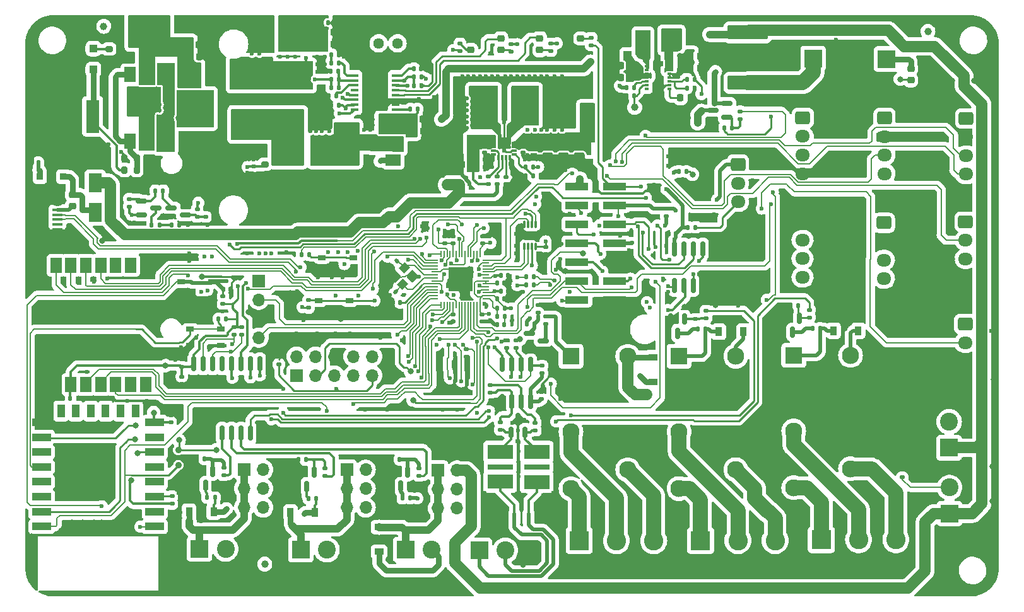
<source format=gbr>
G04 #@! TF.GenerationSoftware,KiCad,Pcbnew,7.0.2*
G04 #@! TF.CreationDate,2023-12-02T10:50:18+03:00*
G04 #@! TF.ProjectId,RpiPico_Agriboard,52706950-6963-46f5-9f41-677269626f61,rev?*
G04 #@! TF.SameCoordinates,Original*
G04 #@! TF.FileFunction,Copper,L1,Top*
G04 #@! TF.FilePolarity,Positive*
%FSLAX46Y46*%
G04 Gerber Fmt 4.6, Leading zero omitted, Abs format (unit mm)*
G04 Created by KiCad (PCBNEW 7.0.2) date 2023-12-02 10:50:19*
%MOMM*%
%LPD*%
G01*
G04 APERTURE LIST*
G04 Aperture macros list*
%AMRoundRect*
0 Rectangle with rounded corners*
0 $1 Rounding radius*
0 $2 $3 $4 $5 $6 $7 $8 $9 X,Y pos of 4 corners*
0 Add a 4 corners polygon primitive as box body*
4,1,4,$2,$3,$4,$5,$6,$7,$8,$9,$2,$3,0*
0 Add four circle primitives for the rounded corners*
1,1,$1+$1,$2,$3*
1,1,$1+$1,$4,$5*
1,1,$1+$1,$6,$7*
1,1,$1+$1,$8,$9*
0 Add four rect primitives between the rounded corners*
20,1,$1+$1,$2,$3,$4,$5,0*
20,1,$1+$1,$4,$5,$6,$7,0*
20,1,$1+$1,$6,$7,$8,$9,0*
20,1,$1+$1,$8,$9,$2,$3,0*%
%AMRotRect*
0 Rectangle, with rotation*
0 The origin of the aperture is its center*
0 $1 length*
0 $2 width*
0 $3 Rotation angle, in degrees counterclockwise*
0 Add horizontal line*
21,1,$1,$2,0,0,$3*%
G04 Aperture macros list end*
G04 #@! TA.AperFunction,SMDPad,CuDef*
%ADD10RoundRect,0.150000X-0.150000X0.825000X-0.150000X-0.825000X0.150000X-0.825000X0.150000X0.825000X0*%
G04 #@! TD*
G04 #@! TA.AperFunction,SMDPad,CuDef*
%ADD11RoundRect,0.225000X-0.250000X0.225000X-0.250000X-0.225000X0.250000X-0.225000X0.250000X0.225000X0*%
G04 #@! TD*
G04 #@! TA.AperFunction,SMDPad,CuDef*
%ADD12RoundRect,0.225000X0.225000X0.250000X-0.225000X0.250000X-0.225000X-0.250000X0.225000X-0.250000X0*%
G04 #@! TD*
G04 #@! TA.AperFunction,SMDPad,CuDef*
%ADD13RoundRect,0.135000X0.185000X-0.135000X0.185000X0.135000X-0.185000X0.135000X-0.185000X-0.135000X0*%
G04 #@! TD*
G04 #@! TA.AperFunction,SMDPad,CuDef*
%ADD14RoundRect,0.250000X-0.475000X0.250000X-0.475000X-0.250000X0.475000X-0.250000X0.475000X0.250000X0*%
G04 #@! TD*
G04 #@! TA.AperFunction,SMDPad,CuDef*
%ADD15R,2.413000X3.429000*%
G04 #@! TD*
G04 #@! TA.AperFunction,SMDPad,CuDef*
%ADD16RoundRect,0.135000X0.135000X0.185000X-0.135000X0.185000X-0.135000X-0.185000X0.135000X-0.185000X0*%
G04 #@! TD*
G04 #@! TA.AperFunction,SMDPad,CuDef*
%ADD17RoundRect,0.140000X-0.170000X0.140000X-0.170000X-0.140000X0.170000X-0.140000X0.170000X0.140000X0*%
G04 #@! TD*
G04 #@! TA.AperFunction,SMDPad,CuDef*
%ADD18RoundRect,0.002500X0.122500X-0.297500X0.122500X0.297500X-0.122500X0.297500X-0.122500X-0.297500X0*%
G04 #@! TD*
G04 #@! TA.AperFunction,SMDPad,CuDef*
%ADD19RoundRect,0.002500X0.297500X-0.122500X0.297500X0.122500X-0.297500X0.122500X-0.297500X-0.122500X0*%
G04 #@! TD*
G04 #@! TA.AperFunction,SMDPad,CuDef*
%ADD20RoundRect,0.014000X0.336000X-0.411000X0.336000X0.411000X-0.336000X0.411000X-0.336000X-0.411000X0*%
G04 #@! TD*
G04 #@! TA.AperFunction,SMDPad,CuDef*
%ADD21RoundRect,0.003500X0.171500X-0.721500X0.171500X0.721500X-0.171500X0.721500X-0.171500X-0.721500X0*%
G04 #@! TD*
G04 #@! TA.AperFunction,SMDPad,CuDef*
%ADD22RoundRect,0.003500X0.171500X-0.896500X0.171500X0.896500X-0.171500X0.896500X-0.171500X-0.896500X0*%
G04 #@! TD*
G04 #@! TA.AperFunction,SMDPad,CuDef*
%ADD23RoundRect,0.250000X0.250000X0.475000X-0.250000X0.475000X-0.250000X-0.475000X0.250000X-0.475000X0*%
G04 #@! TD*
G04 #@! TA.AperFunction,SMDPad,CuDef*
%ADD24RoundRect,0.200000X-0.275000X0.200000X-0.275000X-0.200000X0.275000X-0.200000X0.275000X0.200000X0*%
G04 #@! TD*
G04 #@! TA.AperFunction,SMDPad,CuDef*
%ADD25R,3.500000X2.400000*%
G04 #@! TD*
G04 #@! TA.AperFunction,ComponentPad*
%ADD26R,2.400000X2.400000*%
G04 #@! TD*
G04 #@! TA.AperFunction,ComponentPad*
%ADD27C,2.400000*%
G04 #@! TD*
G04 #@! TA.AperFunction,SMDPad,CuDef*
%ADD28RoundRect,0.218750X-0.256250X0.218750X-0.256250X-0.218750X0.256250X-0.218750X0.256250X0.218750X0*%
G04 #@! TD*
G04 #@! TA.AperFunction,SMDPad,CuDef*
%ADD29RoundRect,0.135000X-0.135000X-0.185000X0.135000X-0.185000X0.135000X0.185000X-0.135000X0.185000X0*%
G04 #@! TD*
G04 #@! TA.AperFunction,SMDPad,CuDef*
%ADD30RoundRect,0.140000X-0.140000X-0.170000X0.140000X-0.170000X0.140000X0.170000X-0.140000X0.170000X0*%
G04 #@! TD*
G04 #@! TA.AperFunction,ComponentPad*
%ADD31R,2.300000X2.300000*%
G04 #@! TD*
G04 #@! TA.AperFunction,ComponentPad*
%ADD32C,2.300000*%
G04 #@! TD*
G04 #@! TA.AperFunction,SMDPad,CuDef*
%ADD33RoundRect,0.225000X-0.225000X-0.250000X0.225000X-0.250000X0.225000X0.250000X-0.225000X0.250000X0*%
G04 #@! TD*
G04 #@! TA.AperFunction,ComponentPad*
%ADD34R,1.700000X1.700000*%
G04 #@! TD*
G04 #@! TA.AperFunction,ComponentPad*
%ADD35O,1.700000X1.700000*%
G04 #@! TD*
G04 #@! TA.AperFunction,SMDPad,CuDef*
%ADD36R,1.350000X0.400000*%
G04 #@! TD*
G04 #@! TA.AperFunction,ComponentPad*
%ADD37O,1.900000X1.200000*%
G04 #@! TD*
G04 #@! TA.AperFunction,SMDPad,CuDef*
%ADD38R,1.900000X1.200000*%
G04 #@! TD*
G04 #@! TA.AperFunction,ComponentPad*
%ADD39C,1.450000*%
G04 #@! TD*
G04 #@! TA.AperFunction,SMDPad,CuDef*
%ADD40R,1.900000X1.500000*%
G04 #@! TD*
G04 #@! TA.AperFunction,SMDPad,CuDef*
%ADD41C,1.000000*%
G04 #@! TD*
G04 #@! TA.AperFunction,SMDPad,CuDef*
%ADD42RoundRect,0.135000X-0.185000X0.135000X-0.185000X-0.135000X0.185000X-0.135000X0.185000X0.135000X0*%
G04 #@! TD*
G04 #@! TA.AperFunction,SMDPad,CuDef*
%ADD43R,1.200000X0.900000*%
G04 #@! TD*
G04 #@! TA.AperFunction,SMDPad,CuDef*
%ADD44RoundRect,0.218750X0.256250X-0.218750X0.256250X0.218750X-0.256250X0.218750X-0.256250X-0.218750X0*%
G04 #@! TD*
G04 #@! TA.AperFunction,SMDPad,CuDef*
%ADD45RoundRect,0.150000X0.587500X0.150000X-0.587500X0.150000X-0.587500X-0.150000X0.587500X-0.150000X0*%
G04 #@! TD*
G04 #@! TA.AperFunction,SMDPad,CuDef*
%ADD46RoundRect,0.150000X-0.587500X-0.150000X0.587500X-0.150000X0.587500X0.150000X-0.587500X0.150000X0*%
G04 #@! TD*
G04 #@! TA.AperFunction,SMDPad,CuDef*
%ADD47R,1.050000X0.650000*%
G04 #@! TD*
G04 #@! TA.AperFunction,SMDPad,CuDef*
%ADD48R,3.500000X1.950000*%
G04 #@! TD*
G04 #@! TA.AperFunction,SMDPad,CuDef*
%ADD49R,3.400000X0.800000*%
G04 #@! TD*
G04 #@! TA.AperFunction,ComponentPad*
%ADD50RoundRect,0.250000X-0.725000X0.600000X-0.725000X-0.600000X0.725000X-0.600000X0.725000X0.600000X0*%
G04 #@! TD*
G04 #@! TA.AperFunction,ComponentPad*
%ADD51O,1.950000X1.700000*%
G04 #@! TD*
G04 #@! TA.AperFunction,SMDPad,CuDef*
%ADD52RoundRect,0.050000X-0.050000X0.387500X-0.050000X-0.387500X0.050000X-0.387500X0.050000X0.387500X0*%
G04 #@! TD*
G04 #@! TA.AperFunction,SMDPad,CuDef*
%ADD53RoundRect,0.050000X-0.387500X0.050000X-0.387500X-0.050000X0.387500X-0.050000X0.387500X0.050000X0*%
G04 #@! TD*
G04 #@! TA.AperFunction,SMDPad,CuDef*
%ADD54R,3.200000X3.200000*%
G04 #@! TD*
G04 #@! TA.AperFunction,SMDPad,CuDef*
%ADD55RoundRect,0.150000X-0.150000X0.587500X-0.150000X-0.587500X0.150000X-0.587500X0.150000X0.587500X0*%
G04 #@! TD*
G04 #@! TA.AperFunction,SMDPad,CuDef*
%ADD56RoundRect,0.140000X0.140000X0.170000X-0.140000X0.170000X-0.140000X-0.170000X0.140000X-0.170000X0*%
G04 #@! TD*
G04 #@! TA.AperFunction,SMDPad,CuDef*
%ADD57R,0.500000X0.300000*%
G04 #@! TD*
G04 #@! TA.AperFunction,SMDPad,CuDef*
%ADD58R,0.340000X0.800000*%
G04 #@! TD*
G04 #@! TA.AperFunction,SMDPad,CuDef*
%ADD59R,1.500000X2.000000*%
G04 #@! TD*
G04 #@! TA.AperFunction,SMDPad,CuDef*
%ADD60R,3.800000X2.000000*%
G04 #@! TD*
G04 #@! TA.AperFunction,SMDPad,CuDef*
%ADD61R,2.500000X1.000000*%
G04 #@! TD*
G04 #@! TA.AperFunction,SMDPad,CuDef*
%ADD62R,1.000000X1.800000*%
G04 #@! TD*
G04 #@! TA.AperFunction,SMDPad,CuDef*
%ADD63RoundRect,0.250000X-1.000000X-0.650000X1.000000X-0.650000X1.000000X0.650000X-1.000000X0.650000X0*%
G04 #@! TD*
G04 #@! TA.AperFunction,SMDPad,CuDef*
%ADD64RoundRect,0.200000X0.200000X0.275000X-0.200000X0.275000X-0.200000X-0.275000X0.200000X-0.275000X0*%
G04 #@! TD*
G04 #@! TA.AperFunction,ComponentPad*
%ADD65R,2.600000X2.600000*%
G04 #@! TD*
G04 #@! TA.AperFunction,ComponentPad*
%ADD66C,2.600000*%
G04 #@! TD*
G04 #@! TA.AperFunction,SMDPad,CuDef*
%ADD67R,3.150000X1.000000*%
G04 #@! TD*
G04 #@! TA.AperFunction,SMDPad,CuDef*
%ADD68RoundRect,0.150000X0.150000X-0.875000X0.150000X0.875000X-0.150000X0.875000X-0.150000X-0.875000X0*%
G04 #@! TD*
G04 #@! TA.AperFunction,SMDPad,CuDef*
%ADD69RoundRect,0.087500X-0.087500X0.412500X-0.087500X-0.412500X0.087500X-0.412500X0.087500X0.412500X0*%
G04 #@! TD*
G04 #@! TA.AperFunction,SMDPad,CuDef*
%ADD70R,1.500000X1.200000*%
G04 #@! TD*
G04 #@! TA.AperFunction,SMDPad,CuDef*
%ADD71RoundRect,0.140000X0.170000X-0.140000X0.170000X0.140000X-0.170000X0.140000X-0.170000X-0.140000X0*%
G04 #@! TD*
G04 #@! TA.AperFunction,ComponentPad*
%ADD72R,1.800000X4.400000*%
G04 #@! TD*
G04 #@! TA.AperFunction,ComponentPad*
%ADD73O,1.800000X4.000000*%
G04 #@! TD*
G04 #@! TA.AperFunction,ComponentPad*
%ADD74O,4.000000X1.800000*%
G04 #@! TD*
G04 #@! TA.AperFunction,SMDPad,CuDef*
%ADD75R,0.600000X1.300000*%
G04 #@! TD*
G04 #@! TA.AperFunction,SMDPad,CuDef*
%ADD76R,0.900000X1.200000*%
G04 #@! TD*
G04 #@! TA.AperFunction,SMDPad,CuDef*
%ADD77R,1.800000X2.500000*%
G04 #@! TD*
G04 #@! TA.AperFunction,SMDPad,CuDef*
%ADD78RoundRect,0.250000X0.300000X-0.300000X0.300000X0.300000X-0.300000X0.300000X-0.300000X-0.300000X0*%
G04 #@! TD*
G04 #@! TA.AperFunction,SMDPad,CuDef*
%ADD79R,0.900000X0.950000*%
G04 #@! TD*
G04 #@! TA.AperFunction,SMDPad,CuDef*
%ADD80RoundRect,0.200000X-0.200000X-0.275000X0.200000X-0.275000X0.200000X0.275000X-0.200000X0.275000X0*%
G04 #@! TD*
G04 #@! TA.AperFunction,SMDPad,CuDef*
%ADD81RoundRect,0.140000X0.021213X-0.219203X0.219203X-0.021213X-0.021213X0.219203X-0.219203X0.021213X0*%
G04 #@! TD*
G04 #@! TA.AperFunction,SMDPad,CuDef*
%ADD82RoundRect,0.150000X0.150000X-0.825000X0.150000X0.825000X-0.150000X0.825000X-0.150000X-0.825000X0*%
G04 #@! TD*
G04 #@! TA.AperFunction,SMDPad,CuDef*
%ADD83RoundRect,0.140000X-0.219203X-0.021213X-0.021213X-0.219203X0.219203X0.021213X0.021213X0.219203X0*%
G04 #@! TD*
G04 #@! TA.AperFunction,SMDPad,CuDef*
%ADD84R,1.050000X0.450000*%
G04 #@! TD*
G04 #@! TA.AperFunction,SMDPad,CuDef*
%ADD85R,3.400000X5.000000*%
G04 #@! TD*
G04 #@! TA.AperFunction,SMDPad,CuDef*
%ADD86C,0.900000*%
G04 #@! TD*
G04 #@! TA.AperFunction,SMDPad,CuDef*
%ADD87R,2.000000X1.500000*%
G04 #@! TD*
G04 #@! TA.AperFunction,SMDPad,CuDef*
%ADD88R,2.000000X3.800000*%
G04 #@! TD*
G04 #@! TA.AperFunction,SMDPad,CuDef*
%ADD89RoundRect,0.250000X-0.650000X1.000000X-0.650000X-1.000000X0.650000X-1.000000X0.650000X1.000000X0*%
G04 #@! TD*
G04 #@! TA.AperFunction,SMDPad,CuDef*
%ADD90RoundRect,0.150000X0.150000X-0.587500X0.150000X0.587500X-0.150000X0.587500X-0.150000X-0.587500X0*%
G04 #@! TD*
G04 #@! TA.AperFunction,SMDPad,CuDef*
%ADD91RoundRect,0.250000X1.425000X-0.362500X1.425000X0.362500X-1.425000X0.362500X-1.425000X-0.362500X0*%
G04 #@! TD*
G04 #@! TA.AperFunction,ComponentPad*
%ADD92C,1.440000*%
G04 #@! TD*
G04 #@! TA.AperFunction,SMDPad,CuDef*
%ADD93RotRect,1.150000X1.000000X225.000000*%
G04 #@! TD*
G04 #@! TA.AperFunction,SMDPad,CuDef*
%ADD94RoundRect,0.250000X-2.475000X0.712500X-2.475000X-0.712500X2.475000X-0.712500X2.475000X0.712500X0*%
G04 #@! TD*
G04 #@! TA.AperFunction,ViaPad*
%ADD95C,0.600000*%
G04 #@! TD*
G04 #@! TA.AperFunction,ViaPad*
%ADD96C,0.800000*%
G04 #@! TD*
G04 #@! TA.AperFunction,Conductor*
%ADD97C,0.750000*%
G04 #@! TD*
G04 #@! TA.AperFunction,Conductor*
%ADD98C,0.250000*%
G04 #@! TD*
G04 #@! TA.AperFunction,Conductor*
%ADD99C,0.500000*%
G04 #@! TD*
G04 #@! TA.AperFunction,Conductor*
%ADD100C,0.350000*%
G04 #@! TD*
G04 #@! TA.AperFunction,Conductor*
%ADD101C,0.200000*%
G04 #@! TD*
G04 #@! TA.AperFunction,Conductor*
%ADD102C,1.500000*%
G04 #@! TD*
G04 #@! TA.AperFunction,Conductor*
%ADD103C,1.000000*%
G04 #@! TD*
G04 #@! TA.AperFunction,Conductor*
%ADD104C,2.000000*%
G04 #@! TD*
G04 APERTURE END LIST*
D10*
X187005000Y-97125000D03*
X185735000Y-97125000D03*
X184465000Y-97125000D03*
X183195000Y-97125000D03*
X183195000Y-102075000D03*
X184465000Y-102075000D03*
X185735000Y-102075000D03*
X187005000Y-102075000D03*
D11*
X187400000Y-69175000D03*
X187400000Y-67625000D03*
D12*
X179275000Y-70312500D03*
X177725000Y-70312500D03*
D13*
X181300000Y-72922500D03*
X181300000Y-71902500D03*
D14*
X191400000Y-67250000D03*
X191400000Y-69150000D03*
D15*
X180479000Y-62112500D03*
X186321000Y-62112500D03*
D16*
X187310000Y-71800000D03*
X186290000Y-71800000D03*
D14*
X189300000Y-67250000D03*
X189300000Y-69150000D03*
D13*
X182500000Y-72922500D03*
X182500000Y-71902500D03*
D14*
X193500000Y-67250000D03*
X193500000Y-69150000D03*
D16*
X187310000Y-70600000D03*
X186290000Y-70600000D03*
D17*
X186000000Y-67732500D03*
X186000000Y-68692500D03*
D18*
X182650000Y-69350000D03*
X183150000Y-69350000D03*
X183650000Y-69350000D03*
X184150000Y-69350000D03*
D19*
X184800000Y-68925000D03*
X184800000Y-68425000D03*
D20*
X184800000Y-67675000D03*
D21*
X183900000Y-67425000D03*
D22*
X183400000Y-67600000D03*
D21*
X182900000Y-67425000D03*
D20*
X182000000Y-67675000D03*
D19*
X182000000Y-68425000D03*
X182000000Y-68925000D03*
D17*
X183700000Y-71932500D03*
X183700000Y-72892500D03*
D23*
X179250000Y-68512500D03*
X177350000Y-68512500D03*
D17*
X180800000Y-67712500D03*
X180800000Y-68672500D03*
D24*
X130400000Y-54750000D03*
X130400000Y-56400000D03*
D25*
X149025000Y-64725000D03*
X149025000Y-57825000D03*
D26*
X180100000Y-122100000D03*
D27*
X183600000Y-122100000D03*
X187100000Y-122100000D03*
D28*
X178950000Y-53325000D03*
X178950000Y-54900000D03*
D29*
X186427500Y-86450000D03*
X187447500Y-86450000D03*
D30*
X160245000Y-55500000D03*
X161205000Y-55500000D03*
D29*
X160205000Y-58800000D03*
X161225000Y-58800000D03*
D30*
X160245000Y-59900000D03*
X161205000Y-59900000D03*
D31*
X222290000Y-95900000D03*
D32*
X222290000Y-106060000D03*
X222290000Y-113680000D03*
X229910000Y-111140000D03*
X229910000Y-95900000D03*
D33*
X158980000Y-52475000D03*
X160530000Y-52475000D03*
D34*
X155570000Y-98600000D03*
D35*
X155570000Y-96060000D03*
X158110000Y-98600000D03*
X158110000Y-96060000D03*
X160650000Y-98600000D03*
X160650000Y-96060000D03*
X163190000Y-98600000D03*
X163190000Y-96060000D03*
X165730000Y-98600000D03*
X165730000Y-96060000D03*
D30*
X158825000Y-51200000D03*
X159785000Y-51200000D03*
D17*
X176575000Y-90420000D03*
X176575000Y-91380000D03*
D36*
X123487500Y-76375000D03*
X123487500Y-77025000D03*
X123487500Y-77675000D03*
X123487500Y-78325000D03*
X123487500Y-78975000D03*
D37*
X120787500Y-74175000D03*
D38*
X120787500Y-74775000D03*
D39*
X123487500Y-75175000D03*
D40*
X120787500Y-76675000D03*
X120787500Y-78675000D03*
D39*
X123487500Y-80175000D03*
D38*
X120787500Y-80575000D03*
D37*
X120787500Y-81175000D03*
D41*
X200950000Y-62600000D03*
D42*
X148200000Y-92090000D03*
X148200000Y-93110000D03*
D29*
X208090000Y-78700000D03*
X209110000Y-78700000D03*
D16*
X208960000Y-58800000D03*
X207940000Y-58800000D03*
D33*
X171000000Y-65800000D03*
X172550000Y-65800000D03*
D43*
X203400000Y-96150000D03*
X203400000Y-99450000D03*
D44*
X238000000Y-58962500D03*
X238000000Y-57387500D03*
D13*
X143350000Y-77310000D03*
X143350000Y-76290000D03*
D45*
X213337500Y-63950000D03*
X213337500Y-62050000D03*
X211462500Y-63000000D03*
D13*
X145800000Y-112010000D03*
X145800000Y-110990000D03*
D16*
X158210000Y-115125000D03*
X157190000Y-115125000D03*
D29*
X207940000Y-60000000D03*
X208960000Y-60000000D03*
D26*
X234750000Y-56100000D03*
D27*
X231250000Y-56100000D03*
D29*
X136140000Y-78400000D03*
X137160000Y-78400000D03*
D46*
X134775000Y-75150000D03*
X134775000Y-77050000D03*
X136650000Y-76100000D03*
D16*
X161195000Y-57700000D03*
X160175000Y-57700000D03*
D47*
X140115000Y-86050000D03*
X144265000Y-86050000D03*
X140115000Y-88200000D03*
X144265000Y-88200000D03*
D42*
X178375000Y-95090000D03*
X178375000Y-96110000D03*
D16*
X225810000Y-92300000D03*
X224790000Y-92300000D03*
D48*
X182900000Y-108850000D03*
X182900000Y-112900000D03*
D49*
X182900000Y-110875000D03*
D13*
X172000000Y-112110000D03*
X172000000Y-111090000D03*
D50*
X245350000Y-77950000D03*
D51*
X245350000Y-80450000D03*
X245350000Y-82950000D03*
X245350000Y-85450000D03*
D42*
X182900000Y-104890000D03*
X182900000Y-105910000D03*
D52*
X180175000Y-82262500D03*
X179775000Y-82262500D03*
X179375000Y-82262500D03*
X178975000Y-82262500D03*
X178575000Y-82262500D03*
X178175000Y-82262500D03*
X177775000Y-82262500D03*
X177375000Y-82262500D03*
X176975000Y-82262500D03*
X176575000Y-82262500D03*
X176175000Y-82262500D03*
X175775000Y-82262500D03*
X175375000Y-82262500D03*
X174975000Y-82262500D03*
D53*
X174137500Y-83100000D03*
X174137500Y-83500000D03*
X174137500Y-83900000D03*
X174137500Y-84300000D03*
X174137500Y-84700000D03*
X174137500Y-85100000D03*
X174137500Y-85500000D03*
X174137500Y-85900000D03*
X174137500Y-86300000D03*
X174137500Y-86700000D03*
X174137500Y-87100000D03*
X174137500Y-87500000D03*
X174137500Y-87900000D03*
X174137500Y-88300000D03*
D52*
X174975000Y-89137500D03*
X175375000Y-89137500D03*
X175775000Y-89137500D03*
X176175000Y-89137500D03*
X176575000Y-89137500D03*
X176975000Y-89137500D03*
X177375000Y-89137500D03*
X177775000Y-89137500D03*
X178175000Y-89137500D03*
X178575000Y-89137500D03*
X178975000Y-89137500D03*
X179375000Y-89137500D03*
X179775000Y-89137500D03*
X180175000Y-89137500D03*
D53*
X181012500Y-88300000D03*
X181012500Y-87900000D03*
X181012500Y-87500000D03*
X181012500Y-87100000D03*
X181012500Y-86700000D03*
X181012500Y-86300000D03*
X181012500Y-85900000D03*
X181012500Y-85500000D03*
X181012500Y-85100000D03*
X181012500Y-84700000D03*
X181012500Y-84300000D03*
X181012500Y-83900000D03*
X181012500Y-83500000D03*
X181012500Y-83100000D03*
D54*
X177575000Y-85700000D03*
D55*
X170500000Y-111600000D03*
X168600000Y-111600000D03*
X169550000Y-113475000D03*
D47*
X159000000Y-82775000D03*
X163150000Y-82775000D03*
X159000000Y-84925000D03*
X163150000Y-84925000D03*
D33*
X140925000Y-54200000D03*
X142475000Y-54200000D03*
D13*
X177500000Y-55035000D03*
X177500000Y-54015000D03*
D56*
X161205000Y-62300000D03*
X160245000Y-62300000D03*
D30*
X182970000Y-85200000D03*
X183930000Y-85200000D03*
D50*
X245425000Y-64075000D03*
D51*
X245425000Y-66575000D03*
X245425000Y-69075000D03*
X245425000Y-71575000D03*
D41*
X154700000Y-87600000D03*
D13*
X215095000Y-64150000D03*
X215095000Y-63130000D03*
D42*
X149800000Y-70490000D03*
X149800000Y-71510000D03*
D57*
X205600000Y-60100000D03*
X205600000Y-59600000D03*
X205600000Y-59100000D03*
X205600000Y-58600000D03*
X205600000Y-58100000D03*
X205600000Y-57600000D03*
X205600000Y-57100000D03*
X202600000Y-57100000D03*
X202600000Y-57600000D03*
X202600000Y-58100000D03*
X202600000Y-58600000D03*
X202600000Y-59100000D03*
X202600000Y-59600000D03*
X202600000Y-60100000D03*
D58*
X204600000Y-60450000D03*
X204600000Y-56750000D03*
X204100000Y-60450000D03*
X204100000Y-56750000D03*
X203600000Y-60450000D03*
X203600000Y-56750000D03*
D56*
X171805000Y-62800000D03*
X170845000Y-62800000D03*
D12*
X200625000Y-58600000D03*
X199075000Y-58600000D03*
D56*
X125195000Y-101640000D03*
X124235000Y-101640000D03*
D13*
X153200000Y-97110000D03*
X153200000Y-96090000D03*
X205200000Y-77210000D03*
X205200000Y-76190000D03*
D41*
X151300000Y-123950000D03*
D16*
X161235000Y-56600000D03*
X160215000Y-56600000D03*
X156810000Y-109925000D03*
X155790000Y-109925000D03*
D59*
X133200000Y-67150000D03*
X135500000Y-67150000D03*
D60*
X135500000Y-60850000D03*
D59*
X137800000Y-67150000D03*
D61*
X136550000Y-118900000D03*
X136550000Y-116900000D03*
X136550000Y-114900000D03*
X136550000Y-112900000D03*
X136550000Y-110900000D03*
X136550000Y-108900000D03*
X136550000Y-106900000D03*
X136550000Y-104900000D03*
D62*
X133950000Y-103400000D03*
X131950000Y-103400000D03*
X129950000Y-103400000D03*
X127950000Y-103400000D03*
X125950000Y-103400000D03*
X123950000Y-103400000D03*
D61*
X121350000Y-104900000D03*
X121350000Y-106900000D03*
X121350000Y-108900000D03*
X121350000Y-110900000D03*
X121350000Y-112900000D03*
X121350000Y-114900000D03*
X121350000Y-116900000D03*
X121350000Y-118900000D03*
D63*
X155100000Y-64700000D03*
X159100000Y-64700000D03*
D26*
X224900000Y-56025000D03*
D27*
X221400000Y-56025000D03*
D64*
X134125000Y-69400000D03*
X132475000Y-69400000D03*
D16*
X200860000Y-61000000D03*
X199840000Y-61000000D03*
D47*
X141300000Y-92400000D03*
X145450000Y-92400000D03*
X141300000Y-94550000D03*
X145450000Y-94550000D03*
D65*
X226000000Y-120662500D03*
D66*
X231000000Y-120662500D03*
X236000000Y-120662500D03*
D46*
X186800000Y-93000000D03*
X186800000Y-94900000D03*
X188675000Y-93950000D03*
D24*
X151300000Y-70240000D03*
X151300000Y-71890000D03*
D42*
X185000000Y-93890000D03*
X185000000Y-94910000D03*
D17*
X180475000Y-90420000D03*
X180475000Y-91380000D03*
D67*
X193200000Y-73200000D03*
X198250000Y-73200000D03*
X193200000Y-75740000D03*
X198250000Y-75740000D03*
X193200000Y-78280000D03*
X198250000Y-78280000D03*
X193200000Y-80820000D03*
X198250000Y-80820000D03*
X193200000Y-83360000D03*
X198250000Y-83360000D03*
X193200000Y-85900000D03*
X198250000Y-85900000D03*
X193200000Y-88440000D03*
X198250000Y-88440000D03*
D13*
X183800000Y-94910000D03*
X183800000Y-93890000D03*
D29*
X138840000Y-78400000D03*
X139860000Y-78400000D03*
D68*
X141755000Y-106350000D03*
X143025000Y-106350000D03*
X144295000Y-106350000D03*
X145565000Y-106350000D03*
X146835000Y-106350000D03*
X148105000Y-106350000D03*
X149375000Y-106350000D03*
X150645000Y-106350000D03*
X150645000Y-97050000D03*
X149375000Y-97050000D03*
X148105000Y-97050000D03*
X146835000Y-97050000D03*
X145565000Y-97050000D03*
X144295000Y-97050000D03*
X143025000Y-97050000D03*
X141755000Y-97050000D03*
D17*
X140175000Y-98770000D03*
X140175000Y-99730000D03*
D33*
X140950000Y-55800000D03*
X142500000Y-55800000D03*
D29*
X182465000Y-90700000D03*
X183485000Y-90700000D03*
D16*
X183485000Y-89600000D03*
X182465000Y-89600000D03*
D69*
X187625000Y-78300000D03*
X187125000Y-78300000D03*
X186625000Y-78300000D03*
X186125000Y-78300000D03*
X186135000Y-81300000D03*
X186635000Y-81300000D03*
X187135000Y-81300000D03*
X187635000Y-81300000D03*
D70*
X186875000Y-79800000D03*
D29*
X212985000Y-65340000D03*
X214005000Y-65340000D03*
D16*
X169410000Y-109900000D03*
X168390000Y-109900000D03*
D55*
X157900000Y-111625000D03*
X156000000Y-111625000D03*
X156950000Y-113500000D03*
D59*
X133200000Y-58200000D03*
X135500000Y-58200000D03*
D60*
X135500000Y-51900000D03*
D59*
X137800000Y-58200000D03*
D71*
X140175000Y-97430000D03*
X140175000Y-96470000D03*
D72*
X128200000Y-63800000D03*
D73*
X122400000Y-63800000D03*
D74*
X125200000Y-68600000D03*
D56*
X169480000Y-88800000D03*
X168520000Y-88800000D03*
D16*
X120920000Y-70000000D03*
X119900000Y-70000000D03*
D33*
X208250000Y-55700000D03*
X209800000Y-55700000D03*
D42*
X224390000Y-89790000D03*
X224390000Y-90810000D03*
X184400000Y-54090000D03*
X184400000Y-55110000D03*
D75*
X184800000Y-117700000D03*
X186700000Y-117700000D03*
X185750000Y-115600000D03*
D16*
X144610000Y-115000000D03*
X143590000Y-115000000D03*
D65*
X193500000Y-120800000D03*
D66*
X198500000Y-120800000D03*
X203500000Y-120800000D03*
D76*
X215550000Y-92725000D03*
X212250000Y-92725000D03*
D13*
X142250000Y-77310000D03*
X142250000Y-76290000D03*
D41*
X129700000Y-51700000D03*
D50*
X214800000Y-70300000D03*
D51*
X214800000Y-72800000D03*
X214800000Y-75300000D03*
X214800000Y-77800000D03*
D71*
X175475000Y-80880000D03*
X175475000Y-79920000D03*
D17*
X189000000Y-81320000D03*
X189000000Y-82280000D03*
D56*
X183455000Y-91800000D03*
X182495000Y-91800000D03*
D77*
X128550000Y-72725000D03*
X128550000Y-76725000D03*
D29*
X171295000Y-59700000D03*
X172315000Y-59700000D03*
D76*
X154750000Y-117025000D03*
X158050000Y-117025000D03*
D48*
X187800000Y-108875000D03*
X187800000Y-112925000D03*
D49*
X187800000Y-110900000D03*
D50*
X223475000Y-77925000D03*
D51*
X223475000Y-80425000D03*
X223475000Y-82925000D03*
X223475000Y-85425000D03*
D13*
X138850000Y-115860000D03*
X138850000Y-114840000D03*
D30*
X182495000Y-88300000D03*
X183455000Y-88300000D03*
D34*
X150500000Y-85900000D03*
D35*
X150500000Y-88440000D03*
X150500000Y-90980000D03*
X150500000Y-93520000D03*
D59*
X121300000Y-99800000D03*
X123300000Y-99800000D03*
X125300000Y-99800000D03*
X127300000Y-99800000D03*
X129300000Y-99800000D03*
X131300000Y-99800000D03*
X133300000Y-99800000D03*
X135300000Y-99800000D03*
X135300000Y-83800000D03*
X133300000Y-83800000D03*
X131300000Y-83800000D03*
X129300000Y-83800000D03*
X127300000Y-83800000D03*
X125300000Y-83800000D03*
X123300000Y-83800000D03*
X121300000Y-83800000D03*
D29*
X136640000Y-73800000D03*
X137660000Y-73800000D03*
D78*
X128300000Y-57500000D03*
X128300000Y-54700000D03*
D56*
X160880000Y-61000000D03*
X159920000Y-61000000D03*
D76*
X141150000Y-116900000D03*
X144450000Y-116900000D03*
D79*
X121125000Y-71900000D03*
X124275000Y-71900000D03*
D41*
X240300000Y-52400000D03*
D13*
X145700000Y-89000000D03*
X145700000Y-87980000D03*
D80*
X132475000Y-71000000D03*
X134125000Y-71000000D03*
D13*
X159400000Y-112135000D03*
X159400000Y-111115000D03*
D29*
X186427500Y-85350000D03*
X187447500Y-85350000D03*
D42*
X187600000Y-104990000D03*
X187600000Y-106010000D03*
D16*
X146110000Y-91000000D03*
X145090000Y-91000000D03*
D81*
X168335589Y-83889411D03*
X169014411Y-83210589D03*
D76*
X230940000Y-92600000D03*
X227640000Y-92600000D03*
D31*
X192400000Y-96037500D03*
D32*
X192400000Y-106197500D03*
X192400000Y-113817500D03*
X200020000Y-111277500D03*
X200020000Y-96037500D03*
D82*
X206260000Y-86550000D03*
X207530000Y-86550000D03*
X208800000Y-86550000D03*
X210070000Y-86550000D03*
X210070000Y-81600000D03*
X208800000Y-81600000D03*
X207530000Y-81600000D03*
X206260000Y-81600000D03*
D42*
X189712500Y-54015000D03*
X189712500Y-55035000D03*
X210500000Y-89890000D03*
X210500000Y-90910000D03*
D83*
X168160589Y-86735589D03*
X168839411Y-87414411D03*
D13*
X236850000Y-112295000D03*
X236850000Y-111275000D03*
D30*
X171325000Y-57400000D03*
X172285000Y-57400000D03*
D12*
X200625000Y-57000000D03*
X199075000Y-57000000D03*
D16*
X172325000Y-58500000D03*
X171305000Y-58500000D03*
D84*
X168883400Y-62875000D03*
X168883400Y-62225000D03*
X168883400Y-61575000D03*
X168883400Y-60925000D03*
X168883400Y-60275000D03*
X168883400Y-59625000D03*
X168883400Y-58975000D03*
X168883400Y-58325000D03*
X163333400Y-58325000D03*
X163333400Y-58975000D03*
X163333400Y-59625000D03*
X163333400Y-60275000D03*
X163333400Y-60925000D03*
X163333400Y-61575000D03*
X163333400Y-62225000D03*
X163333400Y-62875000D03*
D85*
X166108400Y-60600000D03*
D29*
X206890000Y-71200000D03*
X207910000Y-71200000D03*
X186490000Y-91700000D03*
X187510000Y-91700000D03*
D33*
X208250000Y-57345000D03*
X209800000Y-57345000D03*
D34*
X148560000Y-111260000D03*
D35*
X151100000Y-111260000D03*
X148560000Y-113800000D03*
X151100000Y-113800000D03*
X148560000Y-116340000D03*
X151100000Y-116340000D03*
D30*
X182970000Y-87300000D03*
X183930000Y-87300000D03*
D28*
X183000000Y-53325000D03*
X183000000Y-54900000D03*
D13*
X133150000Y-75910000D03*
X133150000Y-74890000D03*
D77*
X202200000Y-53700000D03*
X205900000Y-53700000D03*
D86*
X139700000Y-110675000D03*
D44*
X193700000Y-54912500D03*
X193700000Y-53337500D03*
D87*
X168550000Y-69700000D03*
X168550000Y-67400000D03*
D88*
X162250000Y-67400000D03*
D87*
X168550000Y-65100000D03*
D63*
X155125000Y-68400000D03*
X159125000Y-68400000D03*
D26*
X170200000Y-122000000D03*
D27*
X173700000Y-122000000D03*
D13*
X181600000Y-99890000D03*
X181600000Y-100910000D03*
D71*
X176575000Y-80880000D03*
X176575000Y-79920000D03*
D33*
X158980000Y-54075000D03*
X160530000Y-54075000D03*
D45*
X140637500Y-77050000D03*
X140637500Y-75150000D03*
X138762500Y-76100000D03*
D89*
X141000000Y-58200000D03*
X141000000Y-62200000D03*
D34*
X162310000Y-111260000D03*
D35*
X164850000Y-111260000D03*
X162310000Y-113800000D03*
X164850000Y-113800000D03*
X162310000Y-116340000D03*
X164850000Y-116340000D03*
D51*
X234475000Y-71525000D03*
X234475000Y-69025000D03*
X234475000Y-66525000D03*
D50*
X234475000Y-64025000D03*
D16*
X210410000Y-92400000D03*
X209390000Y-92400000D03*
D50*
X245300000Y-91700000D03*
D51*
X245300000Y-94200000D03*
X245300000Y-96700000D03*
X245300000Y-99200000D03*
D13*
X157200000Y-89520000D03*
X157200000Y-88500000D03*
D55*
X207650000Y-91050000D03*
X205750000Y-91050000D03*
X206700000Y-92925000D03*
D31*
X206900000Y-96025000D03*
D32*
X206900000Y-106185000D03*
X206900000Y-113805000D03*
X214520000Y-111265000D03*
X214520000Y-96025000D03*
D44*
X125500000Y-75887500D03*
X125500000Y-74312500D03*
D13*
X195100000Y-54247500D03*
X195100000Y-53227500D03*
D56*
X206480000Y-79600000D03*
X205520000Y-79600000D03*
D16*
X222900000Y-89200000D03*
X221880000Y-89200000D03*
D26*
X243200000Y-117150000D03*
D27*
X243200000Y-113650000D03*
D13*
X209100000Y-91010000D03*
X209100000Y-89990000D03*
D47*
X162700000Y-90700000D03*
X158550000Y-90700000D03*
X162700000Y-88550000D03*
X158550000Y-88550000D03*
D50*
X223500000Y-64000000D03*
D51*
X223500000Y-66500000D03*
X223500000Y-69000000D03*
X223500000Y-71500000D03*
D34*
X174557500Y-111375000D03*
D35*
X177097500Y-111375000D03*
X174557500Y-113915000D03*
X177097500Y-113915000D03*
X174557500Y-116455000D03*
X177097500Y-116455000D03*
D90*
X184350000Y-106237500D03*
X186250000Y-106237500D03*
X185300000Y-104362500D03*
D26*
X156150000Y-122025000D03*
D27*
X159650000Y-122025000D03*
D28*
X188200000Y-53325000D03*
X188200000Y-54900000D03*
D91*
X155825000Y-58500000D03*
X155825000Y-52575000D03*
D33*
X207075000Y-61300000D03*
X208625000Y-61300000D03*
D92*
X166585000Y-54000000D03*
X169125000Y-54000000D03*
X171665000Y-54000000D03*
D26*
X142550000Y-121900000D03*
D27*
X146050000Y-121900000D03*
D55*
X144300000Y-111500000D03*
X142400000Y-111500000D03*
X143350000Y-113375000D03*
D93*
X170072488Y-84161307D03*
X168835051Y-85398744D03*
X169825000Y-86388693D03*
X171062437Y-85151256D03*
D71*
X180575000Y-80880000D03*
X180575000Y-79920000D03*
X188400000Y-101780000D03*
X188400000Y-100820000D03*
D30*
X182495000Y-86200000D03*
X183455000Y-86200000D03*
D71*
X138700000Y-104910000D03*
X138700000Y-103950000D03*
D29*
X156240000Y-82400000D03*
X157260000Y-82400000D03*
D33*
X170975000Y-64200000D03*
X172525000Y-64200000D03*
D43*
X166650000Y-118975000D03*
X166650000Y-122275000D03*
D42*
X147200000Y-92090000D03*
X147200000Y-93110000D03*
D26*
X243150000Y-108325000D03*
D27*
X243150000Y-104825000D03*
D16*
X143210000Y-109800000D03*
X142190000Y-109800000D03*
D86*
X139700000Y-108600000D03*
D30*
X145720000Y-87000000D03*
X146680000Y-87000000D03*
D13*
X188500000Y-98310000D03*
X188500000Y-97290000D03*
D55*
X223040000Y-90925000D03*
X221140000Y-90925000D03*
X222090000Y-92800000D03*
D94*
X216100000Y-52512500D03*
X216100000Y-59287500D03*
D42*
X189000000Y-90690000D03*
X189000000Y-91710000D03*
D50*
X234400000Y-78100000D03*
D51*
X234400000Y-80600000D03*
X234400000Y-83100000D03*
X234400000Y-85600000D03*
D29*
X199840000Y-59900000D03*
X200860000Y-59900000D03*
D16*
X170810000Y-115100000D03*
X169790000Y-115100000D03*
D65*
X209800000Y-120787500D03*
D66*
X214800000Y-120787500D03*
X219800000Y-120787500D03*
D13*
X188000000Y-90200000D03*
X188000000Y-89180000D03*
D95*
X177000000Y-109400000D03*
X179800000Y-109400000D03*
X180800000Y-114400000D03*
X190000000Y-114400000D03*
X190400000Y-112200000D03*
X190400000Y-110600000D03*
X185200000Y-107400000D03*
X185400000Y-108800000D03*
X185400000Y-110600000D03*
X185400000Y-112200000D03*
X185400000Y-114400000D03*
X197600000Y-61800000D03*
X197600000Y-65800000D03*
X197600000Y-63800000D03*
X216000000Y-56200000D03*
X212800000Y-56200000D03*
X214200000Y-56200000D03*
X217800000Y-56200000D03*
X196800000Y-52400000D03*
X192200000Y-53200000D03*
X180800000Y-52400000D03*
X176600000Y-52600000D03*
X173600000Y-54200000D03*
X173600000Y-52600000D03*
X181600000Y-55400000D03*
X197400000Y-58600000D03*
X197400000Y-57000000D03*
X228000000Y-55600000D03*
X216000000Y-54800000D03*
X212800000Y-54800000D03*
X214200000Y-54800000D03*
X217800000Y-54800000D03*
X233400000Y-50800000D03*
X228200000Y-50800000D03*
X223400000Y-50800000D03*
X216200000Y-50800000D03*
X211400000Y-50800000D03*
X207400000Y-50800000D03*
X203600000Y-50800000D03*
X199800000Y-50800000D03*
X196800000Y-50800000D03*
X192200000Y-50800000D03*
X189000000Y-50800000D03*
X185800000Y-50800000D03*
X182200000Y-50800000D03*
X179200000Y-50800000D03*
X176600000Y-50800000D03*
X173600000Y-50800000D03*
X185000000Y-79600000D03*
X136900000Y-102200000D03*
X135500000Y-102000000D03*
X132900000Y-102000000D03*
X127500000Y-98100000D03*
X130900000Y-101600000D03*
X129200000Y-101600000D03*
X127200000Y-101600000D03*
X138900000Y-103000000D03*
X142100000Y-104000000D03*
X143900000Y-104000000D03*
X145700000Y-103100000D03*
X148800000Y-103100000D03*
X150900000Y-103100000D03*
X156000000Y-103100000D03*
X157700000Y-103100000D03*
X167550000Y-99050000D03*
X166800000Y-93550000D03*
X163800000Y-90150000D03*
X156500000Y-91200000D03*
X160850000Y-87900000D03*
X163900000Y-87900000D03*
X166950000Y-84700000D03*
X161750000Y-85400000D03*
X160350000Y-85400000D03*
X141200000Y-82224500D03*
X176400000Y-84400000D03*
X206260000Y-80340000D03*
X200600000Y-80800000D03*
X208800000Y-85000000D03*
X203000000Y-89525500D03*
X209600000Y-83200000D03*
X202600000Y-88764500D03*
X185600000Y-98800000D03*
X184400000Y-98800000D03*
X216800000Y-72400000D03*
X210800000Y-73400000D03*
X209600000Y-73400000D03*
X211600000Y-69800000D03*
X210200000Y-69800000D03*
X205400000Y-70400000D03*
X205400000Y-69200000D03*
X203600000Y-74000000D03*
X203600000Y-73000000D03*
X194000000Y-70200000D03*
X190800000Y-71000000D03*
X190000000Y-71000000D03*
X189200000Y-71000000D03*
X193200000Y-70200000D03*
X192400000Y-70200000D03*
X191600000Y-70200000D03*
X190800000Y-70200000D03*
X190000000Y-70200000D03*
X189200000Y-70200000D03*
X186600000Y-67675000D03*
X186600000Y-69000000D03*
X186200000Y-69600000D03*
X185400000Y-71600000D03*
X184800000Y-72000000D03*
X176400000Y-71400000D03*
X175200000Y-71800000D03*
X175200000Y-71000000D03*
X175200000Y-69200000D03*
X175200000Y-68200000D03*
X175200000Y-67000000D03*
X175200000Y-70200000D03*
X191200000Y-65600000D03*
X191200000Y-64800000D03*
X191200000Y-64000000D03*
X191200000Y-63200000D03*
X191200000Y-62400000D03*
X191200000Y-61600000D03*
X191200000Y-60800000D03*
X191200000Y-60000000D03*
X191200000Y-59200000D03*
X191200000Y-58400000D03*
X190200000Y-65600000D03*
X190200000Y-64800000D03*
X190200000Y-64000000D03*
X190200000Y-63200000D03*
X190200000Y-62400000D03*
X190200000Y-61600000D03*
X190200000Y-60800000D03*
X190200000Y-60000000D03*
X190200000Y-59200000D03*
X190200000Y-58400000D03*
X189200000Y-65600000D03*
X186600000Y-65600000D03*
X187600000Y-65600000D03*
X188400000Y-65600000D03*
X189200000Y-64800000D03*
X189200000Y-64000000D03*
X189200000Y-63200000D03*
X189200000Y-62400000D03*
X189200000Y-61600000D03*
X189200000Y-60800000D03*
X189200000Y-60000000D03*
X189200000Y-59200000D03*
X189200000Y-58400000D03*
X188400000Y-58400000D03*
X187600000Y-58400000D03*
X186800000Y-58400000D03*
X186000000Y-58400000D03*
X185200000Y-58400000D03*
X184400000Y-58400000D03*
X183600000Y-58400000D03*
X182600000Y-58400000D03*
X181800000Y-58400000D03*
X181000000Y-58400000D03*
X180200000Y-58400000D03*
X179400000Y-58400000D03*
X178600000Y-58400000D03*
X177800000Y-58400000D03*
X177800000Y-59200000D03*
X177800000Y-60000000D03*
X177800000Y-60800000D03*
X178400000Y-61400000D03*
X178400000Y-62200000D03*
X178400000Y-63000000D03*
X178400000Y-63800000D03*
X178400000Y-64600000D03*
X178400000Y-65400000D03*
X180800000Y-69600000D03*
X180200000Y-72000000D03*
X178800000Y-72893746D03*
X188000000Y-70600000D03*
X183400000Y-68427057D03*
X191600000Y-71000000D03*
X180800000Y-89000000D03*
X181000000Y-82200000D03*
X173200000Y-78800000D03*
X172400000Y-78600000D03*
X170000000Y-87800000D03*
X143600000Y-78400000D03*
X141000000Y-78400000D03*
X138800000Y-77400000D03*
X137600000Y-77400000D03*
X149600000Y-55400000D03*
X149600000Y-54400000D03*
X150600000Y-54400000D03*
X150600000Y-55400000D03*
X141600000Y-68800000D03*
X141600000Y-69600000D03*
X142800000Y-69600000D03*
X144000000Y-69600000D03*
X145000000Y-69600000D03*
X146000000Y-69600000D03*
X149800000Y-69600000D03*
X148400000Y-69600000D03*
X147000000Y-69600000D03*
X145200000Y-66400000D03*
X145200000Y-65400000D03*
X145200000Y-64200000D03*
X145200000Y-63200000D03*
X145200000Y-62200000D03*
X145200000Y-61200000D03*
X146000000Y-61200000D03*
X150200000Y-61200000D03*
X151400000Y-61200000D03*
X152600000Y-61200000D03*
X153800000Y-61200000D03*
X154800000Y-61200000D03*
X156000000Y-61200000D03*
X157000000Y-61200000D03*
X158000000Y-61200000D03*
X159000000Y-61200000D03*
X157400000Y-65000000D03*
X160000000Y-65800000D03*
X159000000Y-65800000D03*
X158200000Y-65800000D03*
X157400000Y-65800000D03*
X171000000Y-51800000D03*
X171000000Y-50800000D03*
X168200000Y-51800000D03*
X168200000Y-50800000D03*
X166150000Y-60250000D03*
X164800000Y-57400000D03*
X167400000Y-57300000D03*
X164800000Y-56350000D03*
X167400000Y-61200000D03*
X166100000Y-61200000D03*
X164800000Y-61200000D03*
X164800000Y-60250000D03*
X164800000Y-59200000D03*
X164800000Y-58400000D03*
X173400000Y-56400000D03*
X174000000Y-61200000D03*
X174000000Y-67000000D03*
X172400000Y-67800000D03*
X172400000Y-69000000D03*
X171800000Y-69800000D03*
X170400000Y-69800000D03*
X149600000Y-76200000D03*
X151200000Y-76200000D03*
X153600000Y-76200000D03*
X155000000Y-76200000D03*
X152400000Y-76200000D03*
X152400000Y-74600000D03*
X153600000Y-74600000D03*
X151200000Y-74600000D03*
X149600000Y-74600000D03*
X143200000Y-74600000D03*
X143200000Y-73400000D03*
X145000000Y-73400000D03*
X147800000Y-73400000D03*
X149600000Y-73400000D03*
X151200000Y-73400000D03*
X152400000Y-72000000D03*
X153600000Y-72000000D03*
X155200000Y-72000000D03*
X156400000Y-72000000D03*
X157600000Y-72000000D03*
X158800000Y-72000000D03*
X160200000Y-72000000D03*
X161400000Y-72000000D03*
X173200000Y-72000000D03*
X172000000Y-72000000D03*
X170600000Y-72000000D03*
X169400000Y-72000000D03*
X168000000Y-72000000D03*
X166800000Y-72000000D03*
X165600000Y-72000000D03*
X164000000Y-72000000D03*
X162600000Y-72000000D03*
X165500000Y-65600000D03*
X164600000Y-65600000D03*
X167400000Y-60200000D03*
X167400000Y-59200000D03*
X167400000Y-58350000D03*
X167400000Y-56300000D03*
X166150000Y-59200000D03*
X166150000Y-58350000D03*
X166150000Y-57400000D03*
X166150000Y-56350000D03*
X165900000Y-51800000D03*
X165900000Y-50800000D03*
X163900000Y-55800000D03*
X163900000Y-54800000D03*
X163900000Y-53800000D03*
X163900000Y-52800000D03*
X163900000Y-51800000D03*
X163900000Y-50800000D03*
X161900000Y-55800000D03*
X161900000Y-54800000D03*
X161900000Y-53800000D03*
X161900000Y-52800000D03*
X161900000Y-51800000D03*
X161900000Y-50800000D03*
X159400000Y-57800000D03*
X158400000Y-57800000D03*
X158400000Y-56800000D03*
X159400000Y-56800000D03*
X159400000Y-55800000D03*
X158400000Y-55800000D03*
X154400000Y-55800000D03*
X153400000Y-55800000D03*
X155400000Y-55800000D03*
X139800000Y-57000000D03*
X139800000Y-56200000D03*
X138800000Y-55400000D03*
X139800000Y-55400000D03*
X140600000Y-55000000D03*
X139600000Y-54600000D03*
X138800000Y-54600000D03*
X137200000Y-62200000D03*
X137200000Y-63000000D03*
X136400000Y-63000000D03*
X136400000Y-62200000D03*
X135600000Y-62200000D03*
X135600000Y-63000000D03*
X134800000Y-63000000D03*
X134800000Y-62200000D03*
X134000000Y-62200000D03*
X134000000Y-63000000D03*
X133200000Y-63000000D03*
X133200000Y-62200000D03*
X133200000Y-61400000D03*
X133200000Y-60400000D03*
X172896161Y-58720661D03*
X175600000Y-58750000D03*
X158000000Y-58800000D03*
X156874500Y-56000000D03*
X162387165Y-60768444D03*
X161784194Y-61293448D03*
X161360113Y-63413296D03*
X166800000Y-69800000D03*
X170000000Y-65400000D03*
X166800000Y-65400000D03*
X166800000Y-64600000D03*
X166800000Y-63800000D03*
X167600000Y-63800000D03*
X168400000Y-63800000D03*
X169200000Y-63800000D03*
X170000000Y-63800000D03*
X172000000Y-61474500D03*
X170436341Y-59660568D03*
X170025000Y-58975000D03*
X149000000Y-71400000D03*
X149000000Y-70600000D03*
X170000000Y-64600000D03*
X162200000Y-62738796D03*
D96*
X153600000Y-52900000D03*
X153600000Y-52000000D03*
X158000000Y-52100000D03*
X158000000Y-53100000D03*
X158000000Y-54000000D03*
X157000000Y-53900000D03*
X155900000Y-53900000D03*
X154800000Y-53900000D03*
X153700000Y-53900000D03*
X157900000Y-50800000D03*
X156900000Y-50800000D03*
X155900000Y-50800000D03*
X154900000Y-50800000D03*
X153800000Y-50800000D03*
D95*
X208250000Y-62725000D03*
X208250000Y-65500000D03*
X208250000Y-64025000D03*
X205800000Y-64025000D03*
X208400000Y-70200000D03*
X208400000Y-68800000D03*
X218000000Y-78400000D03*
X221000000Y-80400000D03*
X228600000Y-80600000D03*
X228600000Y-88200000D03*
X231400000Y-90000000D03*
X237600000Y-92400000D03*
X235000000Y-92400000D03*
X185000000Y-81200000D03*
X185000000Y-82200000D03*
X182600000Y-82200000D03*
X182600000Y-81200000D03*
X199400000Y-84600000D03*
X197800000Y-84600000D03*
X199600000Y-91800000D03*
X195200000Y-95000000D03*
X179800000Y-103600000D03*
X189600000Y-102800000D03*
X190000000Y-97800000D03*
X174200000Y-101000000D03*
X183124002Y-94099326D03*
D96*
X185568057Y-93724500D03*
D95*
X140000000Y-117000000D03*
X190400000Y-84400000D03*
X183500000Y-63400000D03*
X145750000Y-99500000D03*
X233500000Y-102500000D03*
X212375000Y-123850000D03*
X146250000Y-114325000D03*
D96*
X228500000Y-105000000D03*
X138500000Y-122500000D03*
D95*
X160000000Y-74600000D03*
D96*
X233500000Y-107000000D03*
D95*
X192200000Y-76850500D03*
X205125000Y-108500000D03*
X167200000Y-97800000D03*
X139300000Y-96475000D03*
X142800000Y-117000000D03*
D96*
X124500000Y-57000000D03*
X214750000Y-102500000D03*
D95*
X200200000Y-88400000D03*
X171000000Y-113600000D03*
X168096417Y-87802509D03*
X181900000Y-69700000D03*
X227925000Y-53525000D03*
D96*
X127500000Y-105500000D03*
D95*
X163000000Y-124200000D03*
X167000000Y-107000000D03*
D96*
X120000000Y-121600000D03*
X168694622Y-89905378D03*
D95*
X238000000Y-102500000D03*
D96*
X121500000Y-60000000D03*
D95*
X169750000Y-93900000D03*
X136600000Y-90000000D03*
D96*
X149174500Y-90047931D03*
D95*
X204600000Y-58600000D03*
X239175000Y-90150000D03*
X156000000Y-74600000D03*
D96*
X119950000Y-125500000D03*
D95*
X200200000Y-81800000D03*
D96*
X196000000Y-124000000D03*
X119950000Y-122800000D03*
X150000000Y-125500000D03*
D95*
X199800000Y-63800000D03*
X126200000Y-86000000D03*
X184225000Y-88300000D03*
X167800000Y-103200000D03*
X165800000Y-74600000D03*
X196400000Y-94800000D03*
D96*
X201000000Y-124000000D03*
X138500000Y-125500000D03*
D95*
X178426937Y-99818605D03*
D96*
X191600000Y-84600000D03*
D95*
X219225000Y-108425000D03*
X143800000Y-94800000D03*
X168100000Y-84700000D03*
D96*
X245000000Y-120500000D03*
D95*
X185300000Y-106000000D03*
D96*
X130250000Y-105500000D03*
D95*
X174000000Y-68200000D03*
X171750000Y-107000000D03*
D96*
X240000000Y-87500000D03*
D95*
X142800000Y-118200000D03*
D96*
X227000000Y-124000000D03*
D95*
X139800000Y-112800000D03*
X229400000Y-123850000D03*
X130500000Y-90000000D03*
X227925000Y-57375000D03*
D96*
X186000000Y-124000000D03*
D95*
X183500000Y-59400000D03*
X120750000Y-90000000D03*
X248800000Y-92600000D03*
X161200000Y-82000000D03*
D96*
X142850000Y-85350000D03*
D95*
X177200000Y-103200000D03*
X195600000Y-76400000D03*
X221070000Y-77980000D03*
D96*
X128000000Y-90000000D03*
D95*
X167200000Y-74600000D03*
X164800000Y-103200000D03*
X164600000Y-121000000D03*
D96*
X125400000Y-118400000D03*
D95*
X175200000Y-103200000D03*
D96*
X125500000Y-119500000D03*
X248900000Y-119300000D03*
D95*
X129300000Y-69100000D03*
X204000000Y-57800000D03*
D96*
X135500000Y-96000000D03*
X233500000Y-105000000D03*
X166000000Y-125500000D03*
D95*
X153800000Y-100400000D03*
X120750000Y-86500000D03*
X228250000Y-102500000D03*
X155000000Y-74600000D03*
X239400000Y-66200000D03*
X143725000Y-55825000D03*
X160000000Y-76200000D03*
X240000000Y-83800000D03*
X154200000Y-82000000D03*
X205200000Y-81200000D03*
X143250000Y-99500000D03*
X239800000Y-68800000D03*
D96*
X152500000Y-125500000D03*
X125000000Y-109000000D03*
X133500000Y-119500000D03*
D95*
X174000000Y-70200000D03*
X148200000Y-100000000D03*
X141200000Y-83200500D03*
X143550000Y-54200000D03*
X174000000Y-72400000D03*
D96*
X239000000Y-98000000D03*
X227000000Y-96000000D03*
X203000000Y-64000000D03*
D95*
X205400000Y-87400000D03*
X229200000Y-92400000D03*
X190400000Y-76800000D03*
X216200000Y-68200000D03*
X124575000Y-60200000D03*
X175400000Y-100200000D03*
D96*
X241000000Y-59000000D03*
X237500000Y-90000000D03*
X129500000Y-79000000D03*
D95*
X186100000Y-104600000D03*
X132750000Y-95250000D03*
X212400000Y-79800000D03*
X164625000Y-122475000D03*
D96*
X231600000Y-70000000D03*
D95*
X141200000Y-89400000D03*
D96*
X232500000Y-98000000D03*
X182600000Y-79800000D03*
D95*
X182600000Y-102600000D03*
X176860000Y-99430000D03*
X239400000Y-57400000D03*
X183500000Y-61000000D03*
D96*
X128400000Y-118400000D03*
D95*
X184274500Y-70200000D03*
X228000000Y-63000000D03*
X152200000Y-98200000D03*
D96*
X131000000Y-119500000D03*
X243500000Y-83000000D03*
D95*
X164000000Y-76200000D03*
X209800000Y-77200000D03*
D96*
X203200000Y-94600000D03*
D95*
X191125498Y-80900000D03*
D96*
X125500000Y-80500000D03*
D95*
X123925000Y-105400000D03*
D96*
X129400000Y-118400000D03*
X196500000Y-106000000D03*
D95*
X139000000Y-99500000D03*
X184493246Y-72893246D03*
D96*
X198000000Y-101500000D03*
X238000000Y-117500000D03*
D95*
X159800000Y-82000000D03*
D96*
X228500000Y-107000000D03*
X233000000Y-118000000D03*
X200000000Y-106000000D03*
D95*
X218200000Y-80400000D03*
X184500000Y-105000000D03*
X145000000Y-77800000D03*
X191000000Y-83000000D03*
X219250000Y-90750000D03*
D96*
X249000000Y-110800000D03*
D95*
X199600000Y-93000000D03*
D96*
X132400000Y-118400000D03*
D95*
X124200000Y-86000000D03*
D96*
X125500000Y-79000000D03*
D95*
X191200000Y-124000000D03*
D96*
X246500000Y-59000000D03*
D95*
X160000000Y-77600000D03*
D96*
X138500000Y-124000000D03*
X240000000Y-85500000D03*
X219000000Y-105000000D03*
D95*
X145000000Y-74800000D03*
X223500000Y-102500000D03*
D96*
X125000000Y-113000000D03*
X161500000Y-91000000D03*
D95*
X177000000Y-107000000D03*
X155650000Y-87290000D03*
D96*
X130900000Y-118400000D03*
D95*
X189200000Y-89400000D03*
X177200000Y-100800000D03*
X120750000Y-95250000D03*
X199000000Y-79800000D03*
X228650000Y-76400000D03*
D96*
X243500000Y-75500000D03*
X124000000Y-119500000D03*
X242000000Y-127500000D03*
X207600000Y-89400000D03*
X138500000Y-127000000D03*
X227500000Y-69900000D03*
D95*
X192200000Y-87400000D03*
X219250000Y-112500000D03*
D96*
X237000000Y-98000000D03*
D95*
X130300000Y-67600000D03*
X192950000Y-123950000D03*
D96*
X190600000Y-79600000D03*
D95*
X181500000Y-79900000D03*
X147600000Y-72200000D03*
D96*
X119950000Y-124000000D03*
X238000000Y-115000000D03*
X193000000Y-101500000D03*
X152500000Y-122500000D03*
D95*
X176175000Y-86225000D03*
X183500000Y-62200000D03*
X162400000Y-76200000D03*
D96*
X140000000Y-104300000D03*
X179750000Y-107000000D03*
D95*
X174000000Y-73400000D03*
X228525000Y-83775000D03*
X143200000Y-72200000D03*
D96*
X129500000Y-119500000D03*
X127500000Y-113000000D03*
D95*
X207975000Y-102450000D03*
D96*
X210500000Y-102500000D03*
D95*
X124750000Y-95250000D03*
X239400000Y-61800000D03*
D96*
X164750000Y-107000000D03*
D95*
X139800000Y-118800000D03*
X248750000Y-121100000D03*
D96*
X152500000Y-106000000D03*
D95*
X176575000Y-79175000D03*
D96*
X221500000Y-124000000D03*
X129500000Y-80500000D03*
D95*
X164000000Y-74600000D03*
X204650000Y-64025000D03*
X128400000Y-86000000D03*
D96*
X241000000Y-57000000D03*
D95*
X199750000Y-108500000D03*
X158200000Y-77600000D03*
D96*
X127500000Y-95500000D03*
D95*
X196200000Y-98400000D03*
D96*
X120000000Y-120200000D03*
D95*
X238000000Y-107250000D03*
X237900000Y-110800000D03*
D96*
X233500000Y-124000000D03*
D95*
X132074500Y-68600000D03*
D96*
X134500000Y-90000000D03*
D95*
X204000000Y-59000000D03*
X168150000Y-111525000D03*
X148750000Y-104000000D03*
X240000000Y-99200000D03*
X184600000Y-71200000D03*
X184500000Y-91200000D03*
D96*
X243500000Y-72500000D03*
X248950000Y-115500000D03*
D95*
X219250000Y-102500000D03*
D96*
X233500000Y-109500000D03*
X138500000Y-120500000D03*
D95*
X162200000Y-74600000D03*
X177400000Y-84800000D03*
X207600000Y-79800000D03*
X204725000Y-123850000D03*
X240000000Y-93200000D03*
X180800000Y-70600000D03*
X158400000Y-93000000D03*
X191600000Y-98400000D03*
X214800000Y-89265500D03*
D96*
X238000000Y-105000000D03*
D95*
X186800000Y-79600000D03*
X166600000Y-121000000D03*
X246600000Y-57400000D03*
X160800000Y-93000000D03*
D96*
X127500000Y-109000000D03*
D95*
X174000000Y-69200000D03*
D96*
X248500000Y-59000000D03*
D95*
X219250000Y-107250000D03*
X195750000Y-101750000D03*
D96*
X128500000Y-119500000D03*
X163000000Y-125500000D03*
D95*
X142137180Y-93537180D03*
X177400000Y-86200000D03*
X240000000Y-74600000D03*
X193800000Y-98400000D03*
D96*
X210700000Y-85200000D03*
D95*
X176100000Y-91528006D03*
X203775500Y-81400000D03*
X127100000Y-60200000D03*
D96*
X228500000Y-109500000D03*
X249100000Y-99100000D03*
D95*
X140100000Y-102700000D03*
D96*
X209500000Y-97250000D03*
X156000000Y-106000000D03*
D95*
X212000000Y-91250000D03*
D96*
X242000000Y-120500000D03*
D95*
X143000000Y-91400000D03*
X192400000Y-90200000D03*
X174600000Y-98600000D03*
D96*
X243500000Y-85500000D03*
D95*
X155600000Y-93000000D03*
X158200000Y-74600000D03*
D96*
X217500000Y-124000000D03*
D95*
X181790213Y-70590213D03*
X211600000Y-77000000D03*
X158410000Y-85400500D03*
X155250000Y-90750000D03*
D96*
X121500000Y-58000000D03*
D95*
X181542623Y-91149500D03*
X145750000Y-104000000D03*
D96*
X132500000Y-119500000D03*
D95*
X162800000Y-93000000D03*
D96*
X130000000Y-109000000D03*
D95*
X202400000Y-86000000D03*
X213050000Y-102450000D03*
X242000000Y-123575000D03*
X204800000Y-85600000D03*
X130200000Y-85600000D03*
X139700000Y-114350000D03*
X221160000Y-83900000D03*
D96*
X163000000Y-122500000D03*
X214900000Y-85300000D03*
D95*
X219250000Y-95250000D03*
X194500000Y-108500000D03*
D96*
X126900000Y-118400000D03*
D95*
X198000000Y-93000000D03*
D96*
X243500000Y-59000000D03*
X239000000Y-51500000D03*
X211800000Y-89165500D03*
D95*
X187400000Y-80200000D03*
D96*
X207000000Y-124000000D03*
X233000000Y-115000000D03*
D95*
X141200000Y-87200000D03*
D96*
X235000000Y-90000000D03*
D95*
X198200000Y-82200000D03*
X171963589Y-85338589D03*
D96*
X241500000Y-51500000D03*
D95*
X125000000Y-90000000D03*
X200400000Y-84400000D03*
X123775000Y-113800000D03*
X130075000Y-110525000D03*
X203800000Y-77200000D03*
D96*
X211750000Y-97250000D03*
D95*
X145000000Y-72200000D03*
X140065000Y-94800000D03*
X144200000Y-90000000D03*
D96*
X202100000Y-61900000D03*
X120000000Y-57000000D03*
X221100000Y-76300000D03*
D95*
X150175000Y-122475000D03*
D96*
X133400000Y-118400000D03*
D95*
X163000000Y-121000000D03*
X200000000Y-77200000D03*
X191000000Y-101750000D03*
X183400000Y-64600000D03*
D96*
X127000000Y-119500000D03*
D95*
X137800000Y-96000000D03*
X209800000Y-79800000D03*
X199050000Y-61000000D03*
X149000000Y-82200000D03*
X158200000Y-76200000D03*
X177000000Y-85500000D03*
D96*
X130000000Y-113000000D03*
X213750000Y-106250000D03*
D95*
X190400000Y-108400000D03*
X175475000Y-79175000D03*
X153250000Y-94750000D03*
X196150000Y-96125000D03*
X162400000Y-82000000D03*
D96*
X226500000Y-90000000D03*
X238000000Y-124000000D03*
D95*
X214000000Y-108450000D03*
X174000000Y-71400000D03*
X188200000Y-79324500D03*
X138600000Y-89400000D03*
X214750000Y-91250000D03*
X186000000Y-87400000D03*
X189000000Y-83000000D03*
X156000000Y-76200000D03*
D96*
X140500000Y-90000000D03*
D95*
X228525000Y-90100000D03*
X176600000Y-54900000D03*
X194400000Y-65300000D03*
X201750000Y-57800000D03*
X194400000Y-64500000D03*
D96*
X236600000Y-58800000D03*
D95*
X200600000Y-56200000D03*
X198950000Y-59700000D03*
X202550000Y-101200000D03*
X200600000Y-57800000D03*
X177400000Y-73000500D03*
X194400000Y-63600000D03*
X175800000Y-73000000D03*
X194400000Y-66100000D03*
X200400000Y-85600000D03*
X201400000Y-58600000D03*
X150600000Y-82200000D03*
X206200000Y-71400000D03*
X219200000Y-63800000D03*
X207000000Y-55650000D03*
X207200000Y-56600000D03*
X187800000Y-102075000D03*
X174600000Y-79000000D03*
D96*
X138000000Y-97275000D03*
D95*
X151400000Y-82200000D03*
X181393167Y-90364091D03*
X152200000Y-82200000D03*
X189000000Y-80600000D03*
D96*
X133396043Y-112698922D03*
D95*
X205196432Y-73603568D03*
X193600000Y-72200000D03*
X147725500Y-86611829D03*
X156370863Y-89429137D03*
X209890498Y-60800000D03*
X211800000Y-57800000D03*
X207200000Y-57600000D03*
X175122590Y-91469798D03*
D96*
X136400000Y-103600000D03*
D95*
X184400000Y-89600000D03*
X175419161Y-84968661D03*
X181600000Y-80800000D03*
X175062714Y-87336797D03*
X182150000Y-87300000D03*
X182272649Y-85256622D03*
X170590000Y-95974500D03*
X193798176Y-76754002D03*
X195445000Y-79645000D03*
X170661672Y-96770784D03*
X196343911Y-82296089D03*
X171460000Y-97350000D03*
X133450000Y-77050000D03*
X156600000Y-117200000D03*
X196600000Y-84600000D03*
X171892496Y-98069318D03*
X146175000Y-116500000D03*
X171800000Y-115125000D03*
X201600000Y-98600000D03*
X143200000Y-82650500D03*
X201400000Y-78604500D03*
X142800000Y-87400000D03*
X187716804Y-74579500D03*
X162000000Y-83651020D03*
X146800000Y-95400000D03*
X173787012Y-91190979D03*
X198426837Y-69875840D03*
X163800000Y-81903939D03*
X146975500Y-94400000D03*
X143600000Y-87175998D03*
X187600000Y-75600000D03*
X173900000Y-90399500D03*
X202074500Y-79443484D03*
X144200000Y-82650500D03*
X199250500Y-69900000D03*
X189602255Y-86439986D03*
X156100521Y-84099479D03*
X190203297Y-85838944D03*
X155499479Y-84700521D03*
X177690000Y-99389500D03*
X176849750Y-94500500D03*
X175783268Y-87683214D03*
X181325292Y-92775500D03*
X179225910Y-99789500D03*
X177900000Y-94500000D03*
X175003500Y-83128500D03*
X197240500Y-71800000D03*
X197640500Y-70389261D03*
X173400000Y-82500500D03*
X219200000Y-75600000D03*
D96*
X193990500Y-82200000D03*
D95*
X174800000Y-93700000D03*
X173509500Y-92000000D03*
X172329873Y-98863295D03*
X179899504Y-83151102D03*
X163200000Y-102449500D03*
X179827538Y-94050999D03*
X179101462Y-83199397D03*
X179225000Y-93525500D03*
D96*
X171200000Y-101900500D03*
X170867192Y-98057772D03*
D95*
X167800000Y-82649500D03*
D96*
X208700000Y-71599500D03*
D95*
X170520254Y-83089500D03*
X180700000Y-78800000D03*
X198760131Y-77253377D03*
X206423911Y-76423911D03*
X218000000Y-76200000D03*
X169080839Y-93128661D03*
X166040000Y-88550000D03*
X180076942Y-87410207D03*
X185200000Y-86499500D03*
X186903888Y-90903888D03*
X150658346Y-98600500D03*
X182500000Y-93599500D03*
X153752223Y-103670661D03*
X181397432Y-103393438D03*
X192400000Y-103975500D03*
X149350000Y-98875000D03*
X152200000Y-104500500D03*
X190400000Y-104800000D03*
X181400000Y-104200000D03*
X180101006Y-86515472D03*
X185222500Y-85400000D03*
X180058851Y-84293326D03*
X186269788Y-76850500D03*
X180100000Y-85100000D03*
X187161210Y-83818105D03*
X177400000Y-80250000D03*
X171371081Y-80221897D03*
X177100000Y-83102497D03*
X172985932Y-80099500D03*
X172199137Y-80241663D03*
X176349543Y-83600498D03*
X175900000Y-78299500D03*
X169180500Y-78550298D03*
X166016068Y-81916068D03*
X141000000Y-85199500D03*
X149074500Y-86975500D03*
X212000000Y-75000000D03*
X209400000Y-63600000D03*
X209400000Y-64700000D03*
X205000000Y-78449500D03*
X181400000Y-66700000D03*
X179900000Y-67400000D03*
X180700000Y-66700000D03*
X178900000Y-66700000D03*
X142200000Y-57800000D03*
X178900000Y-67400000D03*
X142200000Y-58600000D03*
X141100000Y-56600000D03*
X142200000Y-59500000D03*
X142200000Y-57000000D03*
X179900000Y-66700000D03*
D96*
X134250000Y-109050000D03*
D95*
X181351590Y-94850999D03*
X177764330Y-78299500D03*
X176000000Y-94500500D03*
X189693246Y-99693246D03*
X202800000Y-81600000D03*
X179800000Y-78400000D03*
X176150000Y-98989500D03*
X203735500Y-86000000D03*
X176686885Y-87800500D03*
X182151093Y-94850999D03*
X175556962Y-83705461D03*
X146199500Y-85963362D03*
X129440000Y-116170000D03*
X204000000Y-78450000D03*
X134600000Y-118940000D03*
X202449000Y-74720500D03*
X146600000Y-81000000D03*
X205600000Y-83050500D03*
X205400000Y-86600000D03*
X160940500Y-100400000D03*
D96*
X133975000Y-105280500D03*
D95*
X219500000Y-74000000D03*
X174330997Y-94524493D03*
X186576944Y-89376944D03*
X200520273Y-86799500D03*
X165824500Y-86973911D03*
X218658411Y-88458411D03*
X172409940Y-82290060D03*
X201824500Y-73240000D03*
X196175498Y-78449500D03*
D96*
X144800000Y-108600000D03*
X139800000Y-107300000D03*
X133900000Y-107200000D03*
D95*
X159600000Y-103375500D03*
X211000000Y-52800000D03*
D96*
X143750000Y-64000000D03*
X143750000Y-61750000D03*
D95*
X190500000Y-54000000D03*
X194200000Y-57300000D03*
X175025000Y-64200000D03*
D96*
X143750000Y-63000000D03*
X142750000Y-63000000D03*
D95*
X195000000Y-56500000D03*
X212800000Y-52800000D03*
X185200000Y-54100000D03*
X192900000Y-57400000D03*
X211900000Y-52800000D03*
D96*
X142750000Y-61750000D03*
X140750000Y-64000000D03*
X142750000Y-64000000D03*
X139750000Y-64000000D03*
X141750000Y-64000000D03*
D95*
X146950000Y-98950000D03*
X142400000Y-75400000D03*
X202400000Y-66400500D03*
X148800000Y-86200000D03*
X147600000Y-80950500D03*
X192600500Y-71491956D03*
X199000000Y-82400000D03*
X203400000Y-82485500D03*
X209623911Y-85023911D03*
X191224500Y-88600000D03*
X205400000Y-89800000D03*
D97*
X212300000Y-55700000D02*
X212800000Y-56200000D01*
X209800000Y-55700000D02*
X212300000Y-55700000D01*
D98*
X224390000Y-88800000D02*
X224390000Y-89790000D01*
X223800000Y-88210000D02*
X224390000Y-88800000D01*
X219790000Y-88210000D02*
X223800000Y-88210000D01*
X214926396Y-104700000D02*
X217440000Y-102186396D01*
X217440000Y-102186396D02*
X217440000Y-90560000D01*
X217440000Y-90560000D02*
X219790000Y-88210000D01*
X190600000Y-104600000D02*
X208800000Y-104600000D01*
X190400000Y-104800000D02*
X190600000Y-104600000D01*
X208800000Y-104600000D02*
X208900000Y-104700000D01*
X208900000Y-104700000D02*
X214926396Y-104700000D01*
D99*
X188980000Y-89180000D02*
X189200000Y-89400000D01*
X188000000Y-89180000D02*
X188980000Y-89180000D01*
D97*
X211600000Y-62000000D02*
X211650000Y-62050000D01*
X211600000Y-58000000D02*
X211600000Y-62000000D01*
X211800000Y-57800000D02*
X211600000Y-58000000D01*
D99*
X213337500Y-62050000D02*
X211650000Y-62050000D01*
D98*
X180900000Y-53700000D02*
X181200000Y-53400000D01*
X181200000Y-53400000D02*
X182925000Y-53400000D01*
X180900000Y-54900000D02*
X180900000Y-53700000D01*
X180087500Y-55712500D02*
X180900000Y-54900000D01*
X182925000Y-53400000D02*
X183000000Y-53325000D01*
X174325000Y-56475000D02*
X175087500Y-55712500D01*
X174325000Y-59275000D02*
X174325000Y-56475000D01*
X170221178Y-60400000D02*
X173200000Y-60400000D01*
X175087500Y-55712500D02*
X180087500Y-55712500D01*
X170096178Y-60275000D02*
X170221178Y-60400000D01*
X173200000Y-60400000D02*
X174325000Y-59275000D01*
X168883400Y-60275000D02*
X170096178Y-60275000D01*
D100*
X136700000Y-102000000D02*
X136900000Y-102200000D01*
X132200000Y-102000000D02*
X132900000Y-102000000D01*
X131300000Y-102000000D02*
X132200000Y-102000000D01*
X132200000Y-102000000D02*
X136700000Y-102000000D01*
X130900000Y-101600000D02*
X131300000Y-102000000D01*
D101*
X178174999Y-92356372D02*
X178175000Y-89137500D01*
X177531370Y-93000000D02*
X178174999Y-92356372D01*
X173680000Y-93851372D02*
X174531372Y-93000000D01*
X173680000Y-94359031D02*
X173680000Y-93851372D01*
X173691996Y-94371029D02*
X173680000Y-94359031D01*
X174531372Y-93000000D02*
X177531370Y-93000000D01*
X173691996Y-98114860D02*
X173691996Y-94371029D01*
X173729873Y-98152737D02*
X173691996Y-98114860D01*
X173729873Y-99920126D02*
X173729873Y-98152737D01*
X173350000Y-100300000D02*
X173729873Y-99920126D01*
X169131371Y-101200000D02*
X170031372Y-100300000D01*
X170031372Y-100300000D02*
X173350000Y-100300000D01*
X167800000Y-101200000D02*
X169131371Y-101200000D01*
X167150000Y-101850000D02*
X167800000Y-101200000D01*
X137834314Y-101850000D02*
X167150000Y-101850000D01*
X137284314Y-101300000D02*
X137834314Y-101850000D01*
X131300000Y-101000000D02*
X131600000Y-101300000D01*
X131600000Y-101300000D02*
X137284314Y-101300000D01*
X131300000Y-99800000D02*
X131300000Y-101000000D01*
X159600000Y-102900000D02*
X159600000Y-103375500D01*
X158950000Y-102250000D02*
X159600000Y-102900000D01*
X141012843Y-102787157D02*
X141550000Y-102250000D01*
X133240000Y-107980000D02*
X137845686Y-107980000D01*
X141550000Y-102250000D02*
X158950000Y-102250000D01*
X132530000Y-108690000D02*
X133240000Y-107980000D01*
X132530000Y-111975000D02*
X132530000Y-108690000D01*
X137845686Y-107980000D02*
X141012843Y-104812843D01*
X141012843Y-104812843D02*
X141012843Y-102787157D01*
X171142978Y-80450000D02*
X171371081Y-80221897D01*
X165450000Y-80450000D02*
X171142978Y-80450000D01*
X164400000Y-81500000D02*
X165450000Y-80450000D01*
X164400000Y-85400000D02*
X164400000Y-81500000D01*
X163800000Y-86000000D02*
X164400000Y-85400000D01*
X157800000Y-86000000D02*
X163800000Y-86000000D01*
X157200000Y-85400000D02*
X157800000Y-86000000D01*
X155350429Y-85400000D02*
X157200000Y-85400000D01*
X154400000Y-84449571D02*
X155350429Y-85400000D01*
X154400000Y-84400000D02*
X154400000Y-84449571D01*
X138502942Y-83800000D02*
X153800000Y-83800000D01*
X137250000Y-85052942D02*
X138502942Y-83800000D01*
X153800000Y-83800000D02*
X154400000Y-84400000D01*
X137250000Y-86034314D02*
X137250000Y-85052942D01*
X137034314Y-86250000D02*
X137250000Y-86034314D01*
X129950000Y-86250000D02*
X137034314Y-86250000D01*
X129300000Y-85600000D02*
X129950000Y-86250000D01*
X129300000Y-83800000D02*
X129300000Y-85600000D01*
X171590800Y-80850000D02*
X172199137Y-80241663D01*
X165668629Y-80850000D02*
X171590800Y-80850000D01*
X164800000Y-81718629D02*
X165668629Y-80850000D01*
X164800000Y-85568628D02*
X164800000Y-81718629D01*
X163968628Y-86400000D02*
X164800000Y-85568628D01*
X157631372Y-86400000D02*
X163968628Y-86400000D01*
X157031372Y-85800000D02*
X157631372Y-86400000D01*
X137650000Y-85218628D02*
X138668628Y-84200000D01*
X137650000Y-86200000D02*
X137650000Y-85218628D01*
X137200000Y-86650000D02*
X137650000Y-86200000D01*
X155184743Y-85800000D02*
X157031372Y-85800000D01*
X127450000Y-86650000D02*
X137200000Y-86650000D01*
X153584743Y-84200000D02*
X155184743Y-85800000D01*
X127300000Y-86500000D02*
X127450000Y-86650000D01*
X127300000Y-83800000D02*
X127300000Y-86500000D01*
X138668628Y-84200000D02*
X153584743Y-84200000D01*
X172400000Y-81250000D02*
X172985932Y-80664068D01*
X165834314Y-81250000D02*
X172400000Y-81250000D01*
X165250000Y-85684314D02*
X165250000Y-81834314D01*
X164134314Y-86800000D02*
X165250000Y-85684314D01*
X156965686Y-86800000D02*
X164134314Y-86800000D01*
X156365686Y-86200000D02*
X156965686Y-86800000D01*
X155019057Y-86200000D02*
X156365686Y-86200000D01*
X153419057Y-84600000D02*
X155019057Y-86200000D01*
X172985932Y-80664068D02*
X172985932Y-80099500D01*
X138834314Y-84600000D02*
X153419057Y-84600000D01*
X138050000Y-86365685D02*
X138050000Y-85384314D01*
X137365686Y-87050000D02*
X138050000Y-86365685D01*
X125950000Y-87050000D02*
X137365686Y-87050000D01*
X125300000Y-86400000D02*
X125950000Y-87050000D01*
X165250000Y-81834314D02*
X165834314Y-81250000D01*
X138050000Y-85384314D02*
X138834314Y-84600000D01*
X125300000Y-83800000D02*
X125300000Y-86400000D01*
X140800500Y-85000000D02*
X141000000Y-85199500D01*
X137531372Y-87450000D02*
X138450000Y-86531372D01*
X124300000Y-87450000D02*
X137531372Y-87450000D01*
X139000000Y-85000000D02*
X140800500Y-85000000D01*
X123300000Y-86450000D02*
X124300000Y-87450000D01*
X138450000Y-85550000D02*
X139000000Y-85000000D01*
X123300000Y-83800000D02*
X123300000Y-86450000D01*
X138450000Y-86531372D02*
X138450000Y-85550000D01*
D99*
X141400000Y-86050000D02*
X140115000Y-86050000D01*
X141550000Y-86200000D02*
X141400000Y-86050000D01*
X144115000Y-86200000D02*
X141550000Y-86200000D01*
X144265000Y-86050000D02*
X144115000Y-86200000D01*
X144351638Y-85963362D02*
X144265000Y-86050000D01*
X145156638Y-85963362D02*
X144351638Y-85963362D01*
X144770000Y-86050000D02*
X144920000Y-86200000D01*
X144265000Y-86050000D02*
X144770000Y-86050000D01*
D101*
X176400000Y-84525000D02*
X177575000Y-85700000D01*
X176400000Y-84400000D02*
X176400000Y-84525000D01*
X176275000Y-84400000D02*
X176400000Y-84400000D01*
D98*
X189800000Y-98400000D02*
X191600000Y-98400000D01*
X189075000Y-99138172D02*
X189075000Y-99125000D01*
X188400000Y-100820000D02*
X188400000Y-99813172D01*
X188400000Y-99813172D02*
X189075000Y-99138172D01*
X189075000Y-99125000D02*
X189800000Y-98400000D01*
D99*
X188500000Y-98900000D02*
X188500000Y-98310000D01*
X187005000Y-100395000D02*
X188500000Y-98900000D01*
X187005000Y-102075000D02*
X187005000Y-100395000D01*
D100*
X185290000Y-99890000D02*
X185735000Y-100335000D01*
X181600000Y-99890000D02*
X185290000Y-99890000D01*
X185735000Y-100335000D02*
X185735000Y-102075000D01*
D101*
X187005000Y-98595000D02*
X187005000Y-97125000D01*
X181351590Y-97151590D02*
X183615000Y-99415000D01*
X183615000Y-99415000D02*
X186185000Y-99415000D01*
X181351590Y-94850999D02*
X181351590Y-97151590D01*
X186185000Y-99415000D02*
X187005000Y-98595000D01*
D100*
X184465000Y-98735000D02*
X184400000Y-98800000D01*
X184465000Y-97125000D02*
X184465000Y-98735000D01*
X183800000Y-95400000D02*
X184465000Y-96065000D01*
X183800000Y-94910000D02*
X183800000Y-95400000D01*
X184465000Y-96065000D02*
X184465000Y-97125000D01*
D99*
X177000000Y-74400000D02*
X182100000Y-74400000D01*
X182100000Y-74400000D02*
X182500000Y-74000000D01*
X182500000Y-74000000D02*
X182500000Y-72922500D01*
X176900000Y-74500000D02*
X177000000Y-74400000D01*
D102*
X176900000Y-74500000D02*
X177400000Y-74000000D01*
X176000000Y-75400000D02*
X176900000Y-74500000D01*
D103*
X175600000Y-58750000D02*
X175600000Y-63625000D01*
X175600000Y-63625000D02*
X175025000Y-64200000D01*
D100*
X167775000Y-61575000D02*
X167400000Y-61200000D01*
X168883400Y-61575000D02*
X167775000Y-61575000D01*
D99*
X186700000Y-118700000D02*
X186700000Y-117700000D01*
X188689949Y-119300000D02*
X187300000Y-119300000D01*
X188439949Y-125550000D02*
X190000000Y-123989949D01*
X190000000Y-123989949D02*
X190000000Y-120610051D01*
X187300000Y-119300000D02*
X186700000Y-118700000D01*
X190000000Y-120610051D02*
X188689949Y-119300000D01*
X181350000Y-125550000D02*
X188439949Y-125550000D01*
X180100000Y-124300000D02*
X181350000Y-125550000D01*
X180100000Y-122100000D02*
X180100000Y-124300000D01*
X184800000Y-119000000D02*
X184800000Y-117700000D01*
X185800000Y-120000000D02*
X184800000Y-119000000D01*
X188400000Y-120000000D02*
X185800000Y-120000000D01*
X189200000Y-120800000D02*
X188400000Y-120000000D01*
X189200000Y-123800000D02*
X189200000Y-120800000D01*
X188150000Y-124850000D02*
X189200000Y-123800000D01*
X184450000Y-124850000D02*
X188150000Y-124850000D01*
X183600000Y-124000000D02*
X184450000Y-124850000D01*
X183600000Y-122100000D02*
X183600000Y-124000000D01*
D102*
X179000000Y-112000000D02*
X178375000Y-111375000D01*
X179000000Y-118900000D02*
X179000000Y-112000000D01*
X176800000Y-121100000D02*
X179000000Y-118900000D01*
X176800000Y-123800000D02*
X176800000Y-121100000D01*
X237600000Y-127200000D02*
X180200000Y-127200000D01*
X178375000Y-111375000D02*
X177097500Y-111375000D01*
X239900000Y-118300000D02*
X239900000Y-124900000D01*
X239900000Y-124900000D02*
X237600000Y-127200000D01*
X180200000Y-127200000D02*
X176800000Y-123800000D01*
X241050000Y-117150000D02*
X239900000Y-118300000D01*
X243200000Y-117150000D02*
X241050000Y-117150000D01*
D98*
X200920616Y-78200000D02*
X198370000Y-78200000D01*
X202111201Y-77979500D02*
X201141116Y-77979500D01*
X201141116Y-77979500D02*
X200920616Y-78200000D01*
X202800000Y-78668299D02*
X202111201Y-77979500D01*
X202800000Y-81600000D02*
X202800000Y-78668299D01*
X198370000Y-78200000D02*
X198250000Y-78320000D01*
D99*
X200580000Y-80820000D02*
X200600000Y-80800000D01*
X198250000Y-80820000D02*
X200580000Y-80820000D01*
X206480000Y-80120000D02*
X206480000Y-79600000D01*
X206260000Y-80340000D02*
X206480000Y-80120000D01*
X206260000Y-81600000D02*
X206260000Y-80340000D01*
D98*
X208800000Y-85000000D02*
X208800000Y-86550000D01*
D101*
X219100000Y-75700000D02*
X219200000Y-75600000D01*
X219100000Y-83200000D02*
X219100000Y-75700000D01*
X208501040Y-83900000D02*
X218400000Y-83900000D01*
X207401040Y-85000000D02*
X208501040Y-83900000D01*
X201900000Y-85000000D02*
X207401040Y-85000000D01*
X201300000Y-85600000D02*
X201900000Y-85000000D01*
X201300000Y-87200000D02*
X201300000Y-85600000D01*
X193875000Y-87475000D02*
X201025000Y-87475000D01*
X193200000Y-86800000D02*
X193875000Y-87475000D01*
X191222140Y-86800000D02*
X193200000Y-86800000D01*
X201025000Y-87475000D02*
X201300000Y-87200000D01*
X189789298Y-88232843D02*
X191222140Y-86800000D01*
X187400000Y-88232843D02*
X189789298Y-88232843D01*
X187359787Y-88273056D02*
X187400000Y-88232843D01*
X187359787Y-89442630D02*
X187359787Y-88273056D01*
X186802417Y-90000000D02*
X187359787Y-89442630D01*
X218400000Y-83900000D02*
X219100000Y-83200000D01*
X186600000Y-90000000D02*
X186802417Y-90000000D01*
X185700000Y-90900000D02*
X186600000Y-90000000D01*
X185700000Y-92465686D02*
X185700000Y-90900000D01*
X185165685Y-93000000D02*
X185700000Y-92465686D01*
X181573821Y-93375500D02*
X181949321Y-93000000D01*
X179600999Y-93050999D02*
X180752262Y-93050999D01*
X180752262Y-93050999D02*
X181076763Y-93375500D01*
X178975000Y-92425000D02*
X179600999Y-93050999D01*
X181076763Y-93375500D02*
X181573821Y-93375500D01*
X178975000Y-89137500D02*
X178975000Y-92425000D01*
X181949321Y-93000000D02*
X185165685Y-93000000D01*
D100*
X207765000Y-88035000D02*
X207765000Y-86475000D01*
X206000000Y-89800000D02*
X207765000Y-88035000D01*
X205400000Y-89800000D02*
X206000000Y-89800000D01*
X210070000Y-82730000D02*
X209600000Y-83200000D01*
X210070000Y-81600000D02*
X210070000Y-82730000D01*
D98*
X185735000Y-98665000D02*
X185600000Y-98800000D01*
X185735000Y-97125000D02*
X185735000Y-98665000D01*
D100*
X203400000Y-73800000D02*
X203600000Y-74000000D01*
X202800000Y-73800000D02*
X203400000Y-73800000D01*
X196425000Y-74200000D02*
X202014905Y-74200000D01*
X195600000Y-73375000D02*
X196425000Y-74200000D01*
X202414905Y-73800000D02*
X202800000Y-73800000D01*
X195600000Y-73000000D02*
X195600000Y-73375000D01*
X195600000Y-71800000D02*
X195600000Y-73000000D01*
X202014905Y-74200000D02*
X202414905Y-73800000D01*
X194000000Y-70200000D02*
X195600000Y-71800000D01*
D101*
X192108044Y-71491956D02*
X192600500Y-71491956D01*
X190600000Y-73000000D02*
X192108044Y-71491956D01*
X190231041Y-73000000D02*
X190600000Y-73000000D01*
X190101041Y-72870000D02*
X190231041Y-73000000D01*
X187879389Y-72870000D02*
X190101041Y-72870000D01*
X170847919Y-78650000D02*
X170847919Y-77152081D01*
X170847919Y-77152081D02*
X171550000Y-76450000D01*
X170347920Y-79150000D02*
X170847919Y-78650000D01*
X164450000Y-79150000D02*
X170347920Y-79150000D01*
X163125000Y-80475000D02*
X164450000Y-79150000D01*
X171550000Y-76450000D02*
X184299390Y-76450000D01*
X160970405Y-80475000D02*
X163125000Y-80475000D01*
X184299390Y-76450000D02*
X187879389Y-72870000D01*
D98*
X188055430Y-73295000D02*
X189600000Y-73295000D01*
X184475430Y-76875000D02*
X188055430Y-73295000D01*
X171726040Y-76875000D02*
X184475430Y-76875000D01*
X171272919Y-77328121D02*
X171726040Y-76875000D01*
X170523961Y-79575000D02*
X171272919Y-78826041D01*
X163298959Y-80975000D02*
X164698959Y-79575000D01*
X147858884Y-81575500D02*
X148108884Y-81325500D01*
X148108884Y-81325500D02*
X156073460Y-81325500D01*
X171272919Y-78826041D02*
X171272919Y-77328121D01*
X147175500Y-81575500D02*
X147858884Y-81575500D01*
X156073460Y-81325500D02*
X156423960Y-80975000D01*
X146600000Y-81000000D02*
X147175500Y-81575500D01*
X156423960Y-80975000D02*
X163298959Y-80975000D01*
X164698959Y-79575000D02*
X170523961Y-79575000D01*
D101*
X183000000Y-77425000D02*
X184655000Y-77425000D01*
X185829500Y-76250500D02*
X184840000Y-77240000D01*
X183000000Y-77425000D02*
X183680000Y-77425000D01*
X184655000Y-77425000D02*
X184840000Y-77240000D01*
X177490686Y-77425000D02*
X183000000Y-77425000D01*
X186693317Y-76425500D02*
X186518317Y-76250500D01*
X186976540Y-76425500D02*
X186693317Y-76425500D01*
X187625000Y-77073960D02*
X186976540Y-76425500D01*
X187625000Y-78662500D02*
X187625000Y-77073960D01*
X186518317Y-76250500D02*
X185829500Y-76250500D01*
D98*
X187125000Y-77175000D02*
X187125000Y-78662500D01*
X186800500Y-76850500D02*
X187125000Y-77175000D01*
X186269788Y-76850500D02*
X186800500Y-76850500D01*
D101*
X181718629Y-83900000D02*
X181012500Y-83900000D01*
X183500000Y-83575000D02*
X182043630Y-83575000D01*
X184300000Y-78600000D02*
X184300000Y-82775000D01*
X182043630Y-83575000D02*
X181718629Y-83900000D01*
X185327000Y-77573000D02*
X184300000Y-78600000D01*
X186398000Y-77573000D02*
X185327000Y-77573000D01*
X184300000Y-82775000D02*
X183500000Y-83575000D01*
X186625000Y-78662500D02*
X186625000Y-77800000D01*
X186625000Y-77800000D02*
X186398000Y-77573000D01*
D103*
X193600000Y-72200000D02*
X193600000Y-72840000D01*
X193600000Y-72840000D02*
X193200000Y-73240000D01*
D99*
X184800000Y-67675000D02*
X186600000Y-67675000D01*
X186600000Y-67675000D02*
X187162500Y-67675000D01*
X186775000Y-69175000D02*
X187400000Y-69175000D01*
X186600000Y-69000000D02*
X186775000Y-69175000D01*
X186425000Y-69175000D02*
X186600000Y-69000000D01*
X186200000Y-69600000D02*
X186200000Y-69200000D01*
D98*
X184400000Y-71600000D02*
X184400000Y-71000000D01*
X184800000Y-72000000D02*
X184400000Y-71600000D01*
X184400000Y-72400000D02*
X184800000Y-72000000D01*
X180800000Y-68672500D02*
X180800000Y-69600000D01*
X180800000Y-69600000D02*
X180800000Y-70600000D01*
X181790213Y-70590213D02*
X181780426Y-70600000D01*
X181780426Y-70600000D02*
X180800000Y-70600000D01*
D99*
X178448278Y-72351722D02*
X178800000Y-72703444D01*
X178800000Y-72703444D02*
X178800000Y-72893746D01*
X177725000Y-71628444D02*
X178448278Y-72351722D01*
X177725000Y-70312500D02*
X177725000Y-71628444D01*
X177725000Y-68887500D02*
X177350000Y-68512500D01*
X177725000Y-70312500D02*
X177725000Y-68887500D01*
X183700746Y-72893246D02*
X183700000Y-72892500D01*
X184493246Y-72893246D02*
X183700746Y-72893246D01*
D98*
X184400000Y-72800000D02*
X184400000Y-72400000D01*
X184400000Y-71000000D02*
X184300000Y-70900000D01*
X184493246Y-72893246D02*
X184400000Y-72800000D01*
X184300000Y-70900000D02*
X184600000Y-71200000D01*
X184150000Y-70750000D02*
X184300000Y-70900000D01*
X184150000Y-69350000D02*
X184150000Y-70750000D01*
D99*
X193475000Y-69175000D02*
X193500000Y-69150000D01*
X187400000Y-69175000D02*
X193475000Y-69175000D01*
X186200000Y-69200000D02*
X186225000Y-69175000D01*
X186000000Y-69000000D02*
X186200000Y-69600000D01*
X186225000Y-69175000D02*
X186425000Y-69175000D01*
X186000000Y-68692500D02*
X186000000Y-69000000D01*
X188200000Y-67812500D02*
X189275000Y-67812500D01*
X187300000Y-67812500D02*
X188200000Y-67812500D01*
D98*
X187310000Y-70600000D02*
X188000000Y-70600000D01*
X186290000Y-70780000D02*
X187310000Y-71800000D01*
X186290000Y-70600000D02*
X186290000Y-70780000D01*
X185800000Y-70600000D02*
X186290000Y-70600000D01*
X185400000Y-70200000D02*
X185800000Y-70600000D01*
X185400000Y-69400000D02*
X185400000Y-70200000D01*
X184925000Y-68925000D02*
X185400000Y-69400000D01*
X184800000Y-68925000D02*
X184925000Y-68925000D01*
X183400000Y-67600000D02*
X183400000Y-68427057D01*
D101*
X183680000Y-77425000D02*
X183680000Y-78400000D01*
X177365686Y-77300000D02*
X177490686Y-77425000D01*
X171902080Y-77300000D02*
X177365686Y-77300000D01*
X171697919Y-79002082D02*
X171697919Y-77504161D01*
X170700002Y-80000000D02*
X171697919Y-79002082D01*
X163475000Y-81400000D02*
X164875000Y-80000000D01*
X156600000Y-81400000D02*
X163475000Y-81400000D01*
X164875000Y-80000000D02*
X170700002Y-80000000D01*
X156240000Y-82400000D02*
X156240000Y-81760000D01*
X156240000Y-81760000D02*
X156600000Y-81400000D01*
X171697919Y-77504161D02*
X171902080Y-77300000D01*
X164300000Y-87200000D02*
X165650000Y-85850000D01*
X156200000Y-86600000D02*
X156800000Y-87200000D01*
X156800000Y-87200000D02*
X164300000Y-87200000D01*
X152000000Y-87050000D02*
X152450000Y-86600000D01*
X152450000Y-86600000D02*
X156200000Y-86600000D01*
X149050000Y-87050000D02*
X152000000Y-87050000D01*
X165650000Y-82282136D02*
X166016068Y-81916068D01*
X165650000Y-85850000D02*
X165650000Y-82282136D01*
D98*
X170136215Y-88800000D02*
X172368109Y-86568109D01*
X169480000Y-88800000D02*
X170136215Y-88800000D01*
D100*
X131800000Y-71000000D02*
X131400000Y-70600000D01*
X131400000Y-70600000D02*
X131400000Y-67745405D01*
X132475000Y-71000000D02*
X131800000Y-71000000D01*
X166150000Y-60250000D02*
X166800000Y-60600000D01*
X166800000Y-60600000D02*
X167400000Y-61200000D01*
X166108400Y-60600000D02*
X166150000Y-60250000D01*
D98*
X172285000Y-54620000D02*
X171665000Y-54000000D01*
X172285000Y-57400000D02*
X172285000Y-54620000D01*
X173800000Y-56800000D02*
X173400000Y-56400000D01*
X173263604Y-59700000D02*
X173800000Y-59163604D01*
X173800000Y-59163604D02*
X173800000Y-56800000D01*
X172315000Y-59700000D02*
X173263604Y-59700000D01*
X188075000Y-53200000D02*
X188200000Y-53325000D01*
X186200000Y-53900000D02*
X186900000Y-53200000D01*
X186200000Y-55325000D02*
X186200000Y-53900000D01*
X185262500Y-56262500D02*
X186200000Y-55325000D01*
X175315318Y-56262500D02*
X185262500Y-56262500D01*
X174775000Y-56802818D02*
X175315318Y-56262500D01*
X186900000Y-53200000D02*
X188075000Y-53200000D01*
X170043360Y-60850000D02*
X173386396Y-60850000D01*
X173386396Y-60850000D02*
X174775000Y-59461396D01*
X174775000Y-59461396D02*
X174775000Y-56802818D01*
X168883400Y-60925000D02*
X169968360Y-60925000D01*
X169968360Y-60925000D02*
X170043360Y-60850000D01*
D103*
X176012500Y-57387500D02*
X192887500Y-57387500D01*
X192887500Y-57387500D02*
X192900000Y-57400000D01*
X175600000Y-58750000D02*
X175600000Y-57800000D01*
X175600000Y-57800000D02*
X176012500Y-57387500D01*
D100*
X172675500Y-58500000D02*
X172325000Y-58500000D01*
X172896161Y-58720661D02*
X172675500Y-58500000D01*
X163283400Y-62275000D02*
X163333400Y-62225000D01*
X162433400Y-62275000D02*
X163283400Y-62275000D01*
X162200000Y-62508400D02*
X162433400Y-62275000D01*
X162200000Y-62738796D02*
X162200000Y-62508400D01*
X162200000Y-62738796D02*
X161761204Y-62300000D01*
X161761204Y-62300000D02*
X161205000Y-62300000D01*
X162786704Y-63413296D02*
X161360113Y-63413296D01*
X163333400Y-62875000D02*
X163325000Y-62875000D01*
X163325000Y-62875000D02*
X162786704Y-63413296D01*
X162065746Y-61575000D02*
X163333400Y-61575000D01*
X161784194Y-61293448D02*
X162065746Y-61575000D01*
X162679595Y-60925000D02*
X163333400Y-60925000D01*
X162479595Y-60725000D02*
X162679595Y-60925000D01*
X162430609Y-60725000D02*
X162479595Y-60725000D01*
X162387165Y-60768444D02*
X162430609Y-60725000D01*
X160880000Y-60720000D02*
X160880000Y-61000000D01*
X161015000Y-60585000D02*
X160880000Y-60720000D01*
X161616721Y-60585000D02*
X161015000Y-60585000D01*
X162576721Y-59625000D02*
X161616721Y-60585000D01*
X163333400Y-59625000D02*
X162576721Y-59625000D01*
D97*
X135500000Y-62100000D02*
X135500000Y-60850000D01*
X135600000Y-62200000D02*
X135500000Y-62100000D01*
X135500000Y-62300000D02*
X135600000Y-62200000D01*
X135500000Y-62900000D02*
X135500000Y-62300000D01*
X135600000Y-63000000D02*
X135500000Y-62900000D01*
X135500000Y-63100000D02*
X135600000Y-63000000D01*
D100*
X130400000Y-54750000D02*
X128350000Y-54750000D01*
X128350000Y-54750000D02*
X128300000Y-54700000D01*
X162000000Y-58000000D02*
X162325000Y-58325000D01*
X162000000Y-57000000D02*
X162000000Y-58000000D01*
X161235000Y-56600000D02*
X161600000Y-56600000D01*
X161600000Y-56600000D02*
X162000000Y-57000000D01*
X162325000Y-58325000D02*
X163333400Y-58325000D01*
X160215000Y-55530000D02*
X160245000Y-55500000D01*
X160215000Y-56600000D02*
X160215000Y-55530000D01*
X160205000Y-58800000D02*
X158000000Y-58800000D01*
X163333400Y-58975000D02*
X161400000Y-58975000D01*
X161400000Y-58975000D02*
X161225000Y-58800000D01*
X161205000Y-57710000D02*
X161195000Y-57700000D01*
X161205000Y-59900000D02*
X161205000Y-57710000D01*
X160245000Y-58840000D02*
X160205000Y-58800000D01*
X160245000Y-59900000D02*
X160245000Y-58840000D01*
X156874500Y-57450500D02*
X155825000Y-58500000D01*
X156874500Y-56000000D02*
X156874500Y-57450500D01*
D97*
X166900000Y-69700000D02*
X166800000Y-69800000D01*
X168550000Y-69700000D02*
X166900000Y-69700000D01*
D100*
X171805000Y-63370000D02*
X170975000Y-64200000D01*
X171805000Y-62800000D02*
X171805000Y-63370000D01*
X170770000Y-62875000D02*
X170845000Y-62800000D01*
X168883400Y-62875000D02*
X170770000Y-62875000D01*
X171899500Y-61575000D02*
X168883400Y-61575000D01*
X172000000Y-61474500D02*
X171899500Y-61575000D01*
X168918968Y-59660568D02*
X170436341Y-59660568D01*
X168883400Y-59625000D02*
X168918968Y-59660568D01*
X170500000Y-58500000D02*
X170025000Y-58975000D01*
X171295000Y-58510000D02*
X171305000Y-58500000D01*
X171295000Y-59700000D02*
X171295000Y-58510000D01*
X169675000Y-58325000D02*
X170600000Y-57400000D01*
X170600000Y-57400000D02*
X171325000Y-57400000D01*
X168883400Y-58325000D02*
X169675000Y-58325000D01*
X170500000Y-58500000D02*
X171305000Y-58500000D01*
X168883400Y-58975000D02*
X170025000Y-58975000D01*
X149690000Y-71400000D02*
X149800000Y-71510000D01*
X149000000Y-71400000D02*
X149690000Y-71400000D01*
X149800000Y-70490000D02*
X149110000Y-70490000D01*
X149110000Y-70490000D02*
X149000000Y-70600000D01*
X151050000Y-70490000D02*
X151300000Y-70240000D01*
X149800000Y-70490000D02*
X151050000Y-70490000D01*
X170575000Y-64600000D02*
X170975000Y-64200000D01*
X170000000Y-64600000D02*
X170575000Y-64600000D01*
D101*
X221200000Y-63600000D02*
X220730000Y-63130000D01*
X220730000Y-63130000D02*
X215095000Y-63130000D01*
X220600000Y-66600000D02*
X221200000Y-66000000D01*
X202599500Y-66600000D02*
X220600000Y-66600000D01*
X221200000Y-66000000D02*
X221200000Y-63600000D01*
X202400000Y-66400500D02*
X202599500Y-66600000D01*
X232690000Y-69520000D02*
X233185000Y-69025000D01*
X233185000Y-69025000D02*
X234475000Y-69025000D01*
X232690000Y-72260000D02*
X232690000Y-69520000D01*
X232300000Y-72650000D02*
X232690000Y-72260000D01*
X222898654Y-72650000D02*
X232300000Y-72650000D01*
X213800000Y-71600000D02*
X221848653Y-71600000D01*
X212950000Y-72450000D02*
X213800000Y-71600000D01*
X212950000Y-75449999D02*
X212950000Y-72450000D01*
X212599999Y-75800000D02*
X212950000Y-75449999D01*
X208806372Y-75800000D02*
X212599999Y-75800000D01*
X205753186Y-72746814D02*
X208806372Y-75800000D01*
X205753186Y-72738871D02*
X205753186Y-72746814D01*
X200875000Y-67800000D02*
X204400000Y-67800000D01*
X199850000Y-70149029D02*
X199850000Y-68825000D01*
X204400000Y-67800000D02*
X204800000Y-68200000D01*
X204800000Y-68200000D02*
X204800000Y-71785685D01*
X221848653Y-71600000D02*
X222898654Y-72650000D01*
X199499029Y-70500000D02*
X199850000Y-70149029D01*
X204800000Y-71785685D02*
X205753186Y-72738871D01*
X197640500Y-70389261D02*
X197751239Y-70500000D01*
X197751239Y-70500000D02*
X199499029Y-70500000D01*
X199850000Y-68825000D02*
X200875000Y-67800000D01*
X242740000Y-80450000D02*
X245350000Y-80450000D01*
X242070000Y-79780000D02*
X242740000Y-80450000D01*
X242100000Y-79750000D02*
X242070000Y-79780000D01*
X242100000Y-73650000D02*
X242100000Y-79750000D01*
X241500000Y-73050000D02*
X242100000Y-73650000D01*
X222732968Y-73050000D02*
X241500000Y-73050000D01*
X221682968Y-72000000D02*
X222732968Y-73050000D01*
X218934315Y-72000000D02*
X221682968Y-72000000D01*
X216784314Y-74150000D02*
X218934315Y-72000000D01*
X213850000Y-74150000D02*
X216784314Y-74150000D01*
X213400000Y-75565684D02*
X213400000Y-74600000D01*
X204640686Y-72200000D02*
X208640687Y-76200000D01*
X212765685Y-76200000D02*
X213400000Y-75565684D01*
X197640500Y-72200000D02*
X204640686Y-72200000D01*
X208640687Y-76200000D02*
X212765685Y-76200000D01*
X197240500Y-71800000D02*
X197640500Y-72200000D01*
X213400000Y-74600000D02*
X213850000Y-74150000D01*
X244295000Y-71575000D02*
X245425000Y-71575000D01*
X243770000Y-71050000D02*
X244295000Y-71575000D01*
X243770000Y-68980000D02*
X243770000Y-71050000D01*
X222898654Y-70150000D02*
X224410000Y-70150000D01*
X220148654Y-67400000D02*
X222898654Y-70150000D01*
X242590000Y-67800000D02*
X243770000Y-68980000D01*
X200650500Y-67400000D02*
X220148654Y-67400000D01*
X199250500Y-69900000D02*
X199250500Y-68800000D01*
X199250500Y-68800000D02*
X200650500Y-67400000D01*
X224410000Y-70150000D02*
X226760000Y-67800000D01*
X226760000Y-67800000D02*
X242590000Y-67800000D01*
X244735000Y-69075000D02*
X245425000Y-69075000D01*
X243750000Y-68090000D02*
X244735000Y-69075000D01*
X242710000Y-65270000D02*
X243750000Y-66310000D01*
X243750000Y-66310000D02*
X243750000Y-68090000D01*
X233330000Y-65270000D02*
X242710000Y-65270000D01*
X232780000Y-65820000D02*
X233330000Y-65270000D01*
X232780000Y-67110000D02*
X232780000Y-65820000D01*
X224860000Y-67400000D02*
X232490000Y-67400000D01*
X224510000Y-67750000D02*
X224860000Y-67400000D01*
X200226837Y-67000000D02*
X220314339Y-67000000D01*
X221064340Y-67750000D02*
X224510000Y-67750000D01*
X198426837Y-68800000D02*
X200226837Y-67000000D01*
X220314339Y-67000000D02*
X221064340Y-67750000D01*
X198426837Y-69875840D02*
X198426837Y-68800000D01*
X232490000Y-67400000D02*
X232780000Y-67110000D01*
D100*
X182600000Y-100600000D02*
X182290000Y-100910000D01*
X184200000Y-100600000D02*
X182600000Y-100600000D01*
X184465000Y-100865000D02*
X184200000Y-100600000D01*
X182290000Y-100910000D02*
X181600000Y-100910000D01*
X184465000Y-102075000D02*
X184465000Y-100865000D01*
D99*
X182600000Y-102600000D02*
X182670000Y-102600000D01*
X182670000Y-102600000D02*
X183195000Y-102075000D01*
D98*
X183333328Y-93890000D02*
X183124002Y-94099326D01*
X183800000Y-93890000D02*
X183333328Y-93890000D01*
X185402557Y-93890000D02*
X185568057Y-93724500D01*
X185000000Y-93890000D02*
X185402557Y-93890000D01*
X185000000Y-95400000D02*
X185000000Y-94910000D01*
X185735000Y-96135000D02*
X185000000Y-95400000D01*
X185735000Y-97125000D02*
X185735000Y-96135000D01*
D100*
X183195000Y-95894906D02*
X183195000Y-97125000D01*
X182151093Y-94850999D02*
X183195000Y-95894906D01*
D98*
X134800000Y-92400000D02*
X134000000Y-92400000D01*
X139781116Y-94200000D02*
X136600000Y-94200000D01*
X139806116Y-94175000D02*
X139781116Y-94200000D01*
X140225000Y-94175000D02*
X139806116Y-94175000D01*
X136600000Y-94200000D02*
X134800000Y-92400000D01*
X141300000Y-93100000D02*
X140225000Y-94175000D01*
X141300000Y-92400000D02*
X141300000Y-93100000D01*
D100*
X140065000Y-95765000D02*
X140175000Y-95875000D01*
X140065000Y-94800000D02*
X140065000Y-95765000D01*
X140175000Y-95875000D02*
X140175000Y-96470000D01*
D101*
X169626256Y-85398744D02*
X169700000Y-85325000D01*
D100*
X145500000Y-85300000D02*
X142900000Y-85300000D01*
D98*
X158410000Y-85400500D02*
X158600000Y-85210500D01*
D99*
X189000000Y-82280000D02*
X189000000Y-83000000D01*
D98*
X146824500Y-86175500D02*
X147200000Y-85800000D01*
X183400000Y-59500000D02*
X183500000Y-59400000D01*
D101*
X168835051Y-85398744D02*
X169626256Y-85398744D01*
D98*
X158600000Y-85210500D02*
X158600000Y-84950000D01*
X183400000Y-68282569D02*
X183400000Y-67600000D01*
X183400000Y-62100000D02*
X183400000Y-61100000D01*
D100*
X142500000Y-55800000D02*
X143700000Y-55800000D01*
D101*
X161500000Y-91000000D02*
X162400000Y-91000000D01*
D98*
X132475000Y-69400000D02*
X132475000Y-69000500D01*
D99*
X176900000Y-99390000D02*
X176860000Y-99430000D01*
D98*
X158600000Y-84950000D02*
X163125000Y-84950000D01*
D99*
X176890000Y-97250000D02*
X176900000Y-97260000D01*
D98*
X183500000Y-59400000D02*
X183400000Y-59300000D01*
X183400000Y-62300000D02*
X183500000Y-62200000D01*
X146680000Y-87000000D02*
X146824500Y-86855500D01*
D99*
X178375000Y-96110000D02*
X178375000Y-97935000D01*
X183455000Y-88300000D02*
X184225000Y-88300000D01*
D100*
X143700000Y-55800000D02*
X143725000Y-55825000D01*
D97*
X119900000Y-64400000D02*
X120500000Y-63800000D01*
D99*
X176875000Y-97235000D02*
X176890000Y-97250000D01*
D97*
X120500000Y-63800000D02*
X122400000Y-63800000D01*
D101*
X176225000Y-84350000D02*
X176275000Y-84400000D01*
D98*
X184416845Y-68425000D02*
X184800000Y-68425000D01*
X183500000Y-62200000D02*
X183400000Y-62100000D01*
X184150000Y-70075500D02*
X184274500Y-70200000D01*
D100*
X140175000Y-96470000D02*
X139305000Y-96470000D01*
D101*
X171062437Y-85151256D02*
X171776256Y-85151256D01*
D98*
X183400000Y-64600000D02*
X183400000Y-63500000D01*
D100*
X120787500Y-74775000D02*
X120787500Y-81175000D01*
D98*
X147200000Y-85800000D02*
X146700000Y-85300000D01*
X204600000Y-60085000D02*
X204600000Y-60450000D01*
X183400000Y-60900000D02*
X183400000Y-59500000D01*
X184150000Y-69350000D02*
X184150000Y-70075500D01*
X185000000Y-79600000D02*
X185000000Y-78650000D01*
D99*
X180575000Y-79920000D02*
X181480000Y-79920000D01*
D100*
X121300000Y-81687500D02*
X120787500Y-81175000D01*
D97*
X119900000Y-70000000D02*
X119900000Y-64400000D01*
D99*
X121940000Y-101640000D02*
X121300000Y-101000000D01*
D98*
X182000000Y-68925000D02*
X182000000Y-69600000D01*
X221140000Y-89510000D02*
X221450000Y-89200000D01*
D99*
X176900000Y-97260000D02*
X176900000Y-99390000D01*
D101*
X175190000Y-84350000D02*
X176225000Y-84350000D01*
X174137500Y-84700000D02*
X174840000Y-84700000D01*
D98*
X205600000Y-59600000D02*
X205085000Y-59600000D01*
X155650000Y-87290000D02*
X154610000Y-87290000D01*
X146700000Y-85300000D02*
X145500000Y-85300000D01*
D99*
X182193123Y-91800000D02*
X182495000Y-91800000D01*
D98*
X185000000Y-78650000D02*
X185350000Y-78300000D01*
X183500000Y-63400000D02*
X183400000Y-63300000D01*
D101*
X170273744Y-85151256D02*
X170100000Y-85325000D01*
D98*
X153200000Y-96400000D02*
X153250000Y-96350000D01*
D99*
X123240000Y-101640000D02*
X121940000Y-101640000D01*
D101*
X162400000Y-91000000D02*
X162700000Y-90700000D01*
D99*
X178450000Y-99795542D02*
X178426937Y-99818605D01*
X176575000Y-79920000D02*
X176575000Y-79175000D01*
D98*
X183400000Y-61100000D02*
X183500000Y-61000000D01*
X183500000Y-61000000D02*
X183400000Y-60900000D01*
D99*
X123300000Y-99800000D02*
X123300000Y-101580000D01*
X123300000Y-101580000D02*
X123240000Y-101640000D01*
D100*
X121300000Y-83800000D02*
X121300000Y-81687500D01*
D101*
X171776256Y-85151256D02*
X171963589Y-85338589D01*
D99*
X199840000Y-61000000D02*
X199050000Y-61000000D01*
D101*
X183160000Y-101390000D02*
X183195000Y-101425000D01*
D100*
X139305000Y-96470000D02*
X139300000Y-96475000D01*
D101*
X174840000Y-84700000D02*
X175190000Y-84350000D01*
D99*
X178375000Y-97935000D02*
X178450000Y-98010000D01*
D98*
X205085000Y-59600000D02*
X204600000Y-60085000D01*
X221140000Y-90925000D02*
X221140000Y-89510000D01*
D100*
X185862500Y-104362500D02*
X186100000Y-104600000D01*
D99*
X181542623Y-91149500D02*
X182193123Y-91800000D01*
X140115000Y-88200000D02*
X144265000Y-88200000D01*
D98*
X221450000Y-89200000D02*
X221880000Y-89200000D01*
D100*
X142475000Y-54200000D02*
X143550000Y-54200000D01*
D98*
X182000000Y-69600000D02*
X181900000Y-69700000D01*
X132475000Y-69000500D02*
X132074500Y-68600000D01*
D99*
X121300000Y-101000000D02*
X121300000Y-99800000D01*
D98*
X163125000Y-84950000D02*
X163150000Y-84925000D01*
D101*
X170100000Y-85325000D02*
X169700000Y-85325000D01*
D98*
X146824500Y-86855500D02*
X146824500Y-86175500D01*
X185350000Y-78300000D02*
X186125000Y-78300000D01*
D99*
X181542623Y-91149500D02*
X181312123Y-91380000D01*
D101*
X171062437Y-85151256D02*
X170273744Y-85151256D01*
D98*
X183400000Y-67600000D02*
X183400000Y-64600000D01*
D99*
X176100000Y-91528006D02*
X176426994Y-91528006D01*
D98*
X183400000Y-63300000D02*
X183400000Y-62300000D01*
D100*
X123487500Y-78975000D02*
X123487500Y-80175000D01*
D98*
X237425000Y-111275000D02*
X237900000Y-110800000D01*
X236850000Y-111275000D02*
X237425000Y-111275000D01*
D100*
X185300000Y-104362500D02*
X185300000Y-106000000D01*
D99*
X176426994Y-91528006D02*
X176575000Y-91380000D01*
X178450000Y-98010000D02*
X178450000Y-99795542D01*
X124235000Y-101640000D02*
X123240000Y-101640000D01*
D97*
X209800000Y-57345000D02*
X210595000Y-57345000D01*
D98*
X184270922Y-68570922D02*
X183688353Y-68570922D01*
X183400000Y-63500000D02*
X183500000Y-63400000D01*
X186125000Y-78662500D02*
X186125000Y-78300000D01*
X184270922Y-68570922D02*
X184416845Y-68425000D01*
D99*
X181312123Y-91380000D02*
X180475000Y-91380000D01*
D98*
X183688353Y-68570922D02*
X183400000Y-68282569D01*
D99*
X175475000Y-79920000D02*
X175475000Y-79175000D01*
D100*
X185300000Y-104362500D02*
X185862500Y-104362500D01*
D99*
X176875000Y-96110000D02*
X176875000Y-97235000D01*
X181480000Y-79920000D02*
X181500000Y-79900000D01*
D100*
X142900000Y-85300000D02*
X142850000Y-85350000D01*
D102*
X200020000Y-100220000D02*
X200020000Y-96037500D01*
D97*
X200625000Y-57000000D02*
X201400000Y-57000000D01*
D102*
X132500500Y-79700500D02*
X155400364Y-79700500D01*
X201000000Y-101200000D02*
X200020000Y-100220000D01*
X164015076Y-78100000D02*
X167200000Y-78100000D01*
D99*
X189300000Y-67837500D02*
X193500000Y-67837500D01*
D98*
X176600000Y-54900000D02*
X177365000Y-54900000D01*
D102*
X155400364Y-79700500D02*
X155750864Y-79350000D01*
X177400000Y-74000000D02*
X177400000Y-73000500D01*
D98*
X236600000Y-58800000D02*
X237837500Y-58800000D01*
D102*
X130600000Y-73000000D02*
X130600000Y-77800000D01*
D97*
X201750000Y-57350000D02*
X201750000Y-57800000D01*
X203400000Y-96150000D02*
X200132500Y-96150000D01*
D99*
X200600000Y-56200000D02*
X200625000Y-56225000D01*
X215550000Y-93700000D02*
X214520000Y-94730000D01*
D102*
X167200000Y-78100000D02*
X167999702Y-77300298D01*
X130325000Y-72725000D02*
X130600000Y-73000000D01*
D97*
X200625000Y-58600000D02*
X201400000Y-58600000D01*
D98*
X202050000Y-58600000D02*
X201750000Y-58300000D01*
D102*
X175800500Y-73000500D02*
X175800000Y-73000000D01*
D98*
X202600000Y-58600000D02*
X202050000Y-58600000D01*
D97*
X200132500Y-96150000D02*
X200020000Y-96037500D01*
D99*
X199840000Y-59900000D02*
X199150000Y-59900000D01*
D98*
X237837500Y-58800000D02*
X238000000Y-58962500D01*
D102*
X169000000Y-77300298D02*
X170900298Y-75400000D01*
X170900298Y-75400000D02*
X176000000Y-75400000D01*
D99*
X199150000Y-59900000D02*
X198950000Y-59700000D01*
D97*
X201400000Y-58600000D02*
X201450000Y-58600000D01*
D99*
X215550000Y-92725000D02*
X215550000Y-93700000D01*
X229910000Y-92915000D02*
X230225000Y-92600000D01*
D102*
X155750864Y-79350000D02*
X162765076Y-79350000D01*
X162765076Y-79350000D02*
X164015076Y-78100000D01*
D99*
X229910000Y-95900000D02*
X229910000Y-92915000D01*
D97*
X201750000Y-58300000D02*
X201750000Y-57800000D01*
D102*
X128550000Y-72725000D02*
X130325000Y-72725000D01*
X130600000Y-77800000D02*
X132500500Y-79700500D01*
D98*
X201950000Y-58100000D02*
X201750000Y-58300000D01*
D99*
X187162500Y-67675000D02*
X187300000Y-67812500D01*
X200625000Y-56225000D02*
X200625000Y-57000000D01*
X189275000Y-67812500D02*
X189300000Y-67837500D01*
D102*
X167999702Y-77300298D02*
X169000000Y-77300298D01*
D100*
X198250000Y-85940000D02*
X200060000Y-85940000D01*
D98*
X202600000Y-58100000D02*
X201950000Y-58100000D01*
D99*
X214520000Y-94730000D02*
X214520000Y-96025000D01*
X230225000Y-92600000D02*
X230940000Y-92600000D01*
D98*
X177365000Y-54900000D02*
X177500000Y-55035000D01*
D100*
X200060000Y-85940000D02*
X200400000Y-85600000D01*
D102*
X177400000Y-73000500D02*
X175800500Y-73000500D01*
D97*
X201400000Y-57000000D02*
X201750000Y-57350000D01*
X201450000Y-58600000D02*
X201750000Y-58300000D01*
D102*
X202550000Y-101200000D02*
X201000000Y-101200000D01*
D101*
X179476942Y-87658736D02*
X179828413Y-88010207D01*
X180175000Y-82262500D02*
X180175000Y-81625000D01*
D100*
X138690000Y-104900000D02*
X138700000Y-104910000D01*
D98*
X205600000Y-58100000D02*
X206900000Y-58100000D01*
X147725500Y-88274500D02*
X147000000Y-89000000D01*
D100*
X142550000Y-94078248D02*
X143353249Y-93275000D01*
D101*
X180580434Y-87900000D02*
X181012500Y-87900000D01*
D98*
X213400000Y-66175000D02*
X214800000Y-66175000D01*
D100*
X146175000Y-93275000D02*
X146350000Y-93100000D01*
D98*
X205600000Y-58100000D02*
X205600000Y-58600000D01*
D101*
X181393167Y-90364091D02*
X180530909Y-90364091D01*
X182395000Y-86300000D02*
X182495000Y-86200000D01*
X174680000Y-80880000D02*
X174600000Y-80800000D01*
D99*
X187005000Y-102075000D02*
X187800000Y-102075000D01*
D101*
X180000000Y-88010207D02*
X180470227Y-88010207D01*
X183485000Y-89485000D02*
X182495000Y-88495000D01*
D100*
X133200000Y-115400000D02*
X133200000Y-112894965D01*
D101*
X180175000Y-89137500D02*
X180175000Y-90120000D01*
D100*
X133660000Y-115860000D02*
X133200000Y-115400000D01*
D101*
X176575000Y-82262500D02*
X176575000Y-80880000D01*
X180575000Y-80880000D02*
X181520000Y-80880000D01*
D100*
X136400000Y-104750000D02*
X136550000Y-104900000D01*
X126125000Y-97275000D02*
X140020000Y-97275000D01*
D98*
X214800000Y-66175000D02*
X218425000Y-66175000D01*
X187635000Y-81300000D02*
X188980000Y-81300000D01*
D99*
X206890000Y-71200000D02*
X206400000Y-71200000D01*
D98*
X206900000Y-58550000D02*
X206900000Y-58100000D01*
D99*
X206331434Y-74668566D02*
X205266436Y-73603568D01*
D101*
X175732843Y-90932843D02*
X175195888Y-91469798D01*
D98*
X212985000Y-65340000D02*
X212985000Y-65785000D01*
X188980000Y-81300000D02*
X189000000Y-81320000D01*
D100*
X125195000Y-101640000D02*
X125195000Y-99905000D01*
D101*
X179600000Y-86000000D02*
X179476942Y-86123058D01*
D98*
X205600000Y-58600000D02*
X206850000Y-58600000D01*
D101*
X175200000Y-85187822D02*
X175419161Y-84968661D01*
X179700000Y-85900000D02*
X179600000Y-86000000D01*
D97*
X207050000Y-55700000D02*
X207000000Y-55650000D01*
D101*
X176245686Y-90420000D02*
X175732843Y-90932843D01*
D100*
X183485000Y-89600000D02*
X184400000Y-89600000D01*
X147600000Y-91000000D02*
X147600000Y-90200000D01*
D99*
X207240000Y-78840000D02*
X207380000Y-78700000D01*
D101*
X180530909Y-90364091D02*
X180475000Y-90420000D01*
X174600000Y-80800000D02*
X174600000Y-79000000D01*
D98*
X208960000Y-58310000D02*
X208250000Y-57600000D01*
D100*
X147110000Y-92090000D02*
X147200000Y-92090000D01*
D98*
X206850000Y-58600000D02*
X206900000Y-58550000D01*
D100*
X146350000Y-93100000D02*
X146350000Y-92850000D01*
X146350000Y-92850000D02*
X147110000Y-92090000D01*
D98*
X207400000Y-57600000D02*
X207655000Y-57345000D01*
X209890498Y-59730498D02*
X208960000Y-58800000D01*
D101*
X181012500Y-85900000D02*
X181012500Y-86300000D01*
D98*
X207200000Y-57600000D02*
X207400000Y-57600000D01*
D101*
X175100000Y-85900000D02*
X175200000Y-85800000D01*
X175200000Y-85800000D02*
X175200000Y-85187822D01*
D100*
X136550000Y-104900000D02*
X138690000Y-104900000D01*
D99*
X206400000Y-71200000D02*
X206200000Y-71400000D01*
D98*
X156461726Y-89520000D02*
X156370863Y-89429137D01*
D101*
X175475000Y-80880000D02*
X176575000Y-80880000D01*
D100*
X147600000Y-90200000D02*
X147200000Y-89800000D01*
D98*
X189000000Y-81320000D02*
X189000000Y-80600000D01*
D100*
X147000000Y-89600000D02*
X147000000Y-89000000D01*
X143353249Y-93275000D02*
X144725000Y-93275000D01*
X142550000Y-95050000D02*
X142550000Y-94078248D01*
D99*
X207400000Y-77600000D02*
X207400000Y-75737131D01*
D98*
X147725500Y-86611829D02*
X147725500Y-88274500D01*
D100*
X145925000Y-93275000D02*
X146175000Y-93275000D01*
D98*
X157200000Y-89520000D02*
X156461726Y-89520000D01*
D100*
X141755000Y-97050000D02*
X141755000Y-95845000D01*
D101*
X180575000Y-81225000D02*
X180575000Y-80880000D01*
D100*
X140175000Y-98770000D02*
X140175000Y-97430000D01*
D98*
X218425000Y-66175000D02*
X219200000Y-65400000D01*
D101*
X176575000Y-89137500D02*
X176575000Y-90420000D01*
D100*
X136400000Y-103600000D02*
X136400000Y-104750000D01*
D101*
X175195888Y-91469798D02*
X175122590Y-91469798D01*
X181012500Y-85900000D02*
X179700000Y-85900000D01*
D97*
X208250000Y-55700000D02*
X207050000Y-55700000D01*
D101*
X180175000Y-81625000D02*
X180575000Y-81225000D01*
D100*
X125300000Y-99800000D02*
X125300000Y-98100000D01*
X141375000Y-97430000D02*
X141755000Y-97050000D01*
D99*
X207400000Y-78680000D02*
X207400000Y-77600000D01*
D100*
X138850000Y-115860000D02*
X133660000Y-115860000D01*
D98*
X147600000Y-91000000D02*
X146110000Y-91000000D01*
D99*
X207240000Y-78840000D02*
X207400000Y-78680000D01*
D100*
X125195000Y-99905000D02*
X125300000Y-99800000D01*
D101*
X180470227Y-88010207D02*
X180580434Y-87900000D01*
X181520000Y-80880000D02*
X181600000Y-80800000D01*
X181012500Y-86300000D02*
X182395000Y-86300000D01*
D100*
X125300000Y-98100000D02*
X126125000Y-97275000D01*
D99*
X188105000Y-102075000D02*
X188400000Y-101780000D01*
D100*
X144725000Y-93275000D02*
X145925000Y-93275000D01*
X147200000Y-89800000D02*
X147000000Y-89600000D01*
D101*
X182095000Y-87900000D02*
X182495000Y-88300000D01*
D98*
X208960000Y-58800000D02*
X208960000Y-58310000D01*
D100*
X133200000Y-112894965D02*
X133396043Y-112698922D01*
D98*
X212985000Y-65785000D02*
X213175000Y-65975000D01*
D101*
X179476942Y-87600000D02*
X179476942Y-87658736D01*
X179476942Y-86123058D02*
X179476942Y-87600000D01*
X180175000Y-90120000D02*
X180475000Y-90420000D01*
X181012500Y-87900000D02*
X182095000Y-87900000D01*
D99*
X207380000Y-78700000D02*
X208090000Y-78700000D01*
D101*
X174137500Y-85900000D02*
X175100000Y-85900000D01*
X182495000Y-88495000D02*
X182495000Y-88300000D01*
X180175000Y-89137500D02*
X180175000Y-88305434D01*
D98*
X213175000Y-65975000D02*
X213200000Y-65975000D01*
D99*
X187800000Y-102075000D02*
X188105000Y-102075000D01*
D100*
X140175000Y-97430000D02*
X141375000Y-97430000D01*
X147600000Y-92090000D02*
X147600000Y-91000000D01*
X140020000Y-97275000D02*
X140175000Y-97430000D01*
D98*
X213200000Y-65975000D02*
X213400000Y-66175000D01*
X219200000Y-65400000D02*
X219200000Y-63800000D01*
X207200000Y-57800000D02*
X207200000Y-57600000D01*
D99*
X206480000Y-79600000D02*
X207240000Y-78840000D01*
X207400000Y-75737131D02*
X206331434Y-74668566D01*
D100*
X141755000Y-95845000D02*
X142550000Y-95050000D01*
D98*
X206900000Y-58100000D02*
X207200000Y-57800000D01*
D101*
X180175000Y-88305434D02*
X180580434Y-87900000D01*
D98*
X208250000Y-57600000D02*
X208250000Y-57345000D01*
D100*
X148400000Y-92090000D02*
X147200000Y-92090000D01*
D101*
X176575000Y-90420000D02*
X176245686Y-90420000D01*
D98*
X207655000Y-57345000D02*
X208250000Y-57345000D01*
D101*
X183485000Y-89600000D02*
X183485000Y-89485000D01*
X179828413Y-88010207D02*
X180000000Y-88010207D01*
X175475000Y-80880000D02*
X174680000Y-80880000D01*
D98*
X209890498Y-60800000D02*
X209890498Y-59730498D01*
D99*
X205266436Y-73603568D02*
X205196432Y-73603568D01*
D98*
X145700000Y-89000000D02*
X147000000Y-89000000D01*
D101*
X169014411Y-83210589D02*
X169060589Y-83210589D01*
X169511181Y-83600000D02*
X170072488Y-84161307D01*
X170433795Y-83800000D02*
X171375000Y-83800000D01*
X169060589Y-83210589D02*
X169450000Y-83600000D01*
X170072488Y-84161307D02*
X170433795Y-83800000D01*
X172675000Y-85100000D02*
X174137500Y-85100000D01*
X169450000Y-83600000D02*
X169511181Y-83600000D01*
X171375000Y-83800000D02*
X172675000Y-85100000D01*
X174137500Y-85500000D02*
X172650000Y-85500000D01*
X168839411Y-87374282D02*
X169825000Y-86388693D01*
X172650000Y-85500000D02*
X171125000Y-87025000D01*
X168839411Y-87414411D02*
X168839411Y-87374282D01*
X171125000Y-87025000D02*
X170461307Y-87025000D01*
X170461307Y-87025000D02*
X169825000Y-86388693D01*
X181975000Y-85200000D02*
X181675000Y-85500000D01*
X175062714Y-87336797D02*
X175062714Y-86537714D01*
X174825000Y-86300000D02*
X174137500Y-86300000D01*
D100*
X182970000Y-85200000D02*
X182329271Y-85200000D01*
D101*
X182000000Y-87300000D02*
X181800000Y-87500000D01*
X182150000Y-87300000D02*
X182000000Y-87300000D01*
X181675000Y-85500000D02*
X181012500Y-85500000D01*
X172636218Y-86300000D02*
X172368109Y-86568109D01*
X174137500Y-86300000D02*
X172636218Y-86300000D01*
X182495000Y-85200000D02*
X181975000Y-85200000D01*
D100*
X182329271Y-85200000D02*
X182272649Y-85256622D01*
X182970000Y-87300000D02*
X182150000Y-87300000D01*
D101*
X181800000Y-87500000D02*
X181012500Y-87500000D01*
X175062714Y-86537714D02*
X174825000Y-86300000D01*
X183485000Y-91770000D02*
X183455000Y-91800000D01*
X183485000Y-90700000D02*
X183485000Y-91770000D01*
X170590000Y-95974500D02*
X170790998Y-95773502D01*
X173334315Y-87900000D02*
X174137500Y-87900000D01*
X171690000Y-89544314D02*
X173334315Y-87900000D01*
X170790998Y-92656058D02*
X171690000Y-91757056D01*
X193798176Y-76646705D02*
X193065735Y-75914264D01*
X171690000Y-91757056D02*
X171690000Y-89544314D01*
X170790998Y-95773502D02*
X170790998Y-92656058D01*
X193798176Y-76754002D02*
X193798176Y-76646705D01*
D98*
X193200000Y-78320000D02*
X193200000Y-79400000D01*
X193445000Y-79645000D02*
X195445000Y-79645000D01*
D101*
X174137500Y-88300000D02*
X173500000Y-88300000D01*
X172090000Y-91945020D02*
X171190499Y-92844521D01*
X171190499Y-92844521D02*
X171190499Y-95939687D01*
X171190000Y-95940186D02*
X171190000Y-96242456D01*
D98*
X193200000Y-79400000D02*
X193445000Y-79645000D01*
D101*
X171190000Y-96242456D02*
X170661672Y-96770784D01*
X171190499Y-95939687D02*
X171190000Y-95940186D01*
X173500000Y-88300000D02*
X172090000Y-89710000D01*
X172090000Y-89710000D02*
X172090000Y-91945020D01*
X173636814Y-89137500D02*
X172500000Y-90274314D01*
D100*
X195660000Y-80860000D02*
X196000000Y-81200000D01*
D101*
X171590000Y-97220000D02*
X171460000Y-97350000D01*
D100*
X193200000Y-80860000D02*
X195660000Y-80860000D01*
D101*
X172500000Y-92100000D02*
X171590000Y-93010000D01*
X171590000Y-93010000D02*
X171590000Y-97220000D01*
D100*
X196000000Y-81952178D02*
X196343911Y-82296089D01*
X196000000Y-81200000D02*
X196000000Y-81952178D01*
D101*
X174975000Y-89137500D02*
X173636814Y-89137500D01*
X172500000Y-90274314D02*
X172500000Y-92100000D01*
D98*
X207075000Y-61300000D02*
X205750000Y-61300000D01*
X205750000Y-61300000D02*
X205600000Y-61150000D01*
X205600000Y-61150000D02*
X205600000Y-60100000D01*
X193700000Y-53337500D02*
X194990000Y-53337500D01*
X194990000Y-53337500D02*
X195100000Y-53227500D01*
D103*
X162310000Y-117990000D02*
X162310000Y-111260000D01*
X155400000Y-119200000D02*
X161100000Y-119200000D01*
X155400000Y-119200000D02*
X156150000Y-119950000D01*
D97*
X154750000Y-117025000D02*
X154750000Y-118550000D01*
D103*
X156150000Y-119950000D02*
X156150000Y-122025000D01*
X161100000Y-119200000D02*
X162310000Y-117990000D01*
X155000000Y-118800000D02*
X155400000Y-119200000D01*
D97*
X154750000Y-118550000D02*
X155000000Y-118800000D01*
D100*
X133150000Y-76750000D02*
X133450000Y-77050000D01*
X133150000Y-75910000D02*
X133150000Y-76750000D01*
X134775000Y-77050000D02*
X133450000Y-77050000D01*
D97*
X156775000Y-117025000D02*
X158050000Y-117025000D01*
X156600000Y-117200000D02*
X156775000Y-117025000D01*
D100*
X158050000Y-116050000D02*
X158050000Y-117025000D01*
X158210000Y-115125000D02*
X158210000Y-115890000D01*
X158210000Y-115890000D02*
X158050000Y-116050000D01*
D101*
X173540000Y-89800000D02*
X172910000Y-90430000D01*
X172080000Y-97881814D02*
X171892496Y-98069318D01*
X172910000Y-90430000D02*
X172910000Y-92280000D01*
X172080000Y-93110000D02*
X172080000Y-97881814D01*
X174712500Y-89800000D02*
X173540000Y-89800000D01*
X175375000Y-89137500D02*
X175375000Y-89569566D01*
X174716500Y-89804000D02*
X174712500Y-89800000D01*
D100*
X193200000Y-83400000D02*
X195400000Y-83400000D01*
D101*
X175375000Y-89569566D02*
X175140566Y-89804000D01*
D100*
X195400000Y-83400000D02*
X196600000Y-84600000D01*
D101*
X175140566Y-89804000D02*
X174716500Y-89804000D01*
X172910000Y-92280000D02*
X172080000Y-93110000D01*
D98*
X184190000Y-54900000D02*
X184400000Y-55110000D01*
X183000000Y-54900000D02*
X184190000Y-54900000D01*
D103*
X141150000Y-118850000D02*
X141700000Y-119400000D01*
X148560000Y-116340000D02*
X148560000Y-111260000D01*
X142550000Y-119750000D02*
X142550000Y-121900000D01*
X142900000Y-119400000D02*
X142550000Y-119750000D01*
X141150000Y-118150000D02*
X141150000Y-118850000D01*
X148560000Y-117840000D02*
X147000000Y-119400000D01*
D97*
X141150000Y-116900000D02*
X141150000Y-118150000D01*
D103*
X148560000Y-116340000D02*
X148560000Y-117840000D01*
X147000000Y-119400000D02*
X142900000Y-119400000D01*
X141700000Y-119400000D02*
X142900000Y-119400000D01*
D97*
X145775000Y-116900000D02*
X146175000Y-116500000D01*
D100*
X144450000Y-115950000D02*
X144450000Y-116900000D01*
X144610000Y-115790000D02*
X144450000Y-115950000D01*
X144610000Y-115000000D02*
X144610000Y-115790000D01*
D97*
X144450000Y-116900000D02*
X145775000Y-116900000D01*
D103*
X173300000Y-119400000D02*
X170125000Y-119400000D01*
X170125000Y-119400000D02*
X170200000Y-119475000D01*
X166675000Y-119000000D02*
X169725000Y-119000000D01*
X174557500Y-118142500D02*
X173300000Y-119400000D01*
X174557500Y-111375000D02*
X174557500Y-118142500D01*
X169725000Y-119000000D02*
X170125000Y-119400000D01*
X170200000Y-119475000D02*
X170200000Y-122000000D01*
X166650000Y-118975000D02*
X166675000Y-119000000D01*
D97*
X174650000Y-122950000D02*
X173700000Y-122000000D01*
X174650000Y-124050000D02*
X174650000Y-122950000D01*
X166650000Y-122275000D02*
X166650000Y-123875000D01*
D99*
X171775000Y-115100000D02*
X171800000Y-115125000D01*
D97*
X173875000Y-124825000D02*
X174650000Y-124050000D01*
X166650000Y-123875000D02*
X167600000Y-124825000D01*
D99*
X170810000Y-115100000D02*
X171775000Y-115100000D01*
D97*
X167600000Y-124825000D02*
X173875000Y-124825000D01*
D99*
X190290000Y-90690000D02*
X190400000Y-90800000D01*
D97*
X203400000Y-99450000D02*
X202450000Y-99450000D01*
D99*
X190400000Y-94037500D02*
X192400000Y-96037500D01*
X190400000Y-90800000D02*
X190400000Y-94037500D01*
X189000000Y-90690000D02*
X190290000Y-90690000D01*
D97*
X202450000Y-99450000D02*
X201600000Y-98600000D01*
D99*
X210000000Y-96025000D02*
X206900000Y-96025000D01*
X210900000Y-92400000D02*
X211225000Y-92725000D01*
X211225000Y-92725000D02*
X212250000Y-92725000D01*
X210410000Y-92400000D02*
X210900000Y-92400000D01*
X210410000Y-95615000D02*
X210000000Y-96025000D01*
X210410000Y-92400000D02*
X210410000Y-95615000D01*
X225810000Y-95410000D02*
X225825000Y-95425000D01*
X225825000Y-95425000D02*
X225350000Y-95900000D01*
X226450000Y-92300000D02*
X225810000Y-92300000D01*
X225810000Y-92300000D02*
X225810000Y-95410000D01*
X226750000Y-92600000D02*
X226450000Y-92300000D01*
X225350000Y-95900000D02*
X222290000Y-95900000D01*
X227640000Y-92600000D02*
X226750000Y-92600000D01*
D100*
X184800000Y-116000000D02*
X182900000Y-114100000D01*
X182900000Y-114100000D02*
X182900000Y-112900000D01*
X184800000Y-116000000D02*
X184800000Y-117700000D01*
X187800000Y-114300000D02*
X187800000Y-112925000D01*
X186700000Y-121500000D02*
X187500000Y-122300000D01*
X186700000Y-117700000D02*
X186700000Y-115400000D01*
X186700000Y-115400000D02*
X187800000Y-114300000D01*
D98*
X203125000Y-84125000D02*
X207675000Y-84125000D01*
D101*
X147000000Y-95400000D02*
X148200000Y-94200000D01*
X144295000Y-95805000D02*
X144295000Y-97050000D01*
D98*
X208800000Y-83000000D02*
X208800000Y-81760000D01*
D101*
X144700000Y-95400000D02*
X144295000Y-95805000D01*
X148200000Y-94200000D02*
X148200000Y-93110000D01*
X176175000Y-89137500D02*
X176175000Y-89925000D01*
X175300500Y-90799500D02*
X174945066Y-90799500D01*
D98*
X201450000Y-82450000D02*
X203125000Y-84125000D01*
D101*
X146800000Y-95400000D02*
X147000000Y-95400000D01*
D98*
X207675000Y-84125000D02*
X208800000Y-83000000D01*
D101*
X175900000Y-90200000D02*
X175300500Y-90799500D01*
X146800000Y-95400000D02*
X144700000Y-95400000D01*
X174553587Y-91190979D02*
X173787012Y-91190979D01*
X174945066Y-90799500D02*
X174553587Y-91190979D01*
D98*
X201400000Y-78604500D02*
X201450000Y-78654500D01*
D101*
X176175000Y-89925000D02*
X175900000Y-90200000D01*
D98*
X201450000Y-78654500D02*
X201450000Y-82450000D01*
X202031016Y-79400000D02*
X202074500Y-79443484D01*
X203311396Y-83675000D02*
X202000000Y-82363604D01*
D101*
X143025000Y-94275000D02*
X143550000Y-93750000D01*
X147200000Y-94175500D02*
X146975500Y-94400000D01*
X175775000Y-89137500D02*
X175775000Y-89735252D01*
X175775000Y-89735252D02*
X175110752Y-90399500D01*
D98*
X207530000Y-81600000D02*
X207530000Y-82945000D01*
D101*
X175110752Y-90399500D02*
X173900000Y-90399500D01*
D98*
X207530000Y-82945000D02*
X206800000Y-83675000D01*
D101*
X147200000Y-93110000D02*
X147200000Y-94175500D01*
D98*
X206800000Y-83675000D02*
X203311396Y-83675000D01*
D101*
X147150000Y-93750000D02*
X147200000Y-93700000D01*
X143025000Y-97050000D02*
X143025000Y-94275000D01*
X147200000Y-93700000D02*
X147200000Y-93110000D01*
D98*
X202000000Y-79400000D02*
X202031016Y-79400000D01*
D101*
X143550000Y-93750000D02*
X147150000Y-93750000D01*
D98*
X202000000Y-82363604D02*
X202000000Y-79400000D01*
D99*
X125012500Y-76375000D02*
X125500000Y-75887500D01*
X123487500Y-76375000D02*
X125012500Y-76375000D01*
D101*
X124600002Y-77124999D02*
X125843199Y-77124999D01*
X128864125Y-80145925D02*
X128800000Y-80210050D01*
X189570113Y-86125001D02*
X188252501Y-86125000D01*
X189602255Y-86157143D02*
X189570113Y-86125001D01*
X129868200Y-81200000D02*
X129893200Y-81175000D01*
X144893200Y-81175000D02*
X146718200Y-83000000D01*
X128800000Y-80210050D02*
X128800000Y-80789950D01*
X125843199Y-77124999D02*
X128864125Y-80145925D01*
X154718199Y-83000000D02*
X155817678Y-84099479D01*
X129210050Y-81200000D02*
X129868200Y-81200000D01*
X146718200Y-83000000D02*
X154718199Y-83000000D01*
X128800000Y-80789950D02*
X129210050Y-81200000D01*
X124500001Y-77025000D02*
X124600002Y-77124999D01*
X188252501Y-86125000D02*
X187927501Y-86450000D01*
X155817678Y-84099479D02*
X156100521Y-84099479D01*
X123487500Y-77025000D02*
X124500001Y-77025000D01*
X187927501Y-86450000D02*
X187447500Y-86450000D01*
X189602255Y-86439986D02*
X189602255Y-86157143D01*
X129893200Y-81175000D02*
X144893200Y-81175000D01*
X125656801Y-77575001D02*
X128350019Y-80268219D01*
X124600002Y-77575001D02*
X125656801Y-77575001D01*
X189756509Y-85674999D02*
X188252501Y-85675000D01*
X146481800Y-83400000D02*
X154481801Y-83400000D01*
X124500001Y-77675000D02*
X124600002Y-77575001D01*
X129976338Y-81649981D02*
X130001319Y-81625000D01*
X128350019Y-80268219D02*
X128350019Y-80976339D01*
X155499479Y-84417678D02*
X155499479Y-84700521D01*
X128350019Y-80976339D02*
X129023662Y-81649981D01*
X130001319Y-81625000D02*
X144706800Y-81625000D01*
X123487500Y-77675000D02*
X124500001Y-77675000D01*
X144706800Y-81625000D02*
X146481800Y-83400000D01*
X190203297Y-85838944D02*
X189920454Y-85838944D01*
X189920454Y-85838944D02*
X189756509Y-85674999D01*
X154481801Y-83400000D02*
X155499479Y-84417678D01*
X187927501Y-85350000D02*
X187447500Y-85350000D01*
X129023662Y-81649981D02*
X129976338Y-81649981D01*
X188252501Y-85675000D02*
X187927501Y-85350000D01*
D104*
X198500000Y-115100000D02*
X198500000Y-120800000D01*
X192400000Y-109000000D02*
X198500000Y-115100000D01*
X192400000Y-106197500D02*
X192400000Y-109000000D01*
D101*
X176200000Y-88400000D02*
X176769975Y-88400000D01*
X243200000Y-113650000D02*
X237925000Y-113650000D01*
X177279250Y-94930000D02*
X177300000Y-94930000D01*
X236850000Y-112575000D02*
X236850000Y-112295000D01*
X176849750Y-94500500D02*
X177279250Y-94930000D01*
X176975000Y-88605025D02*
X176975000Y-89137500D01*
X177300000Y-94930000D02*
X177690000Y-95320000D01*
X177690000Y-95320000D02*
X177690000Y-99389500D01*
X175783268Y-87983268D02*
X176200000Y-88400000D01*
X175783268Y-87683214D02*
X175783268Y-87983268D01*
X237925000Y-113650000D02*
X236850000Y-112575000D01*
X176769975Y-88400000D02*
X176975000Y-88605025D01*
X179425410Y-99590000D02*
X179225910Y-99789500D01*
X178375000Y-95090000D02*
X178375000Y-94975000D01*
X179140000Y-95090000D02*
X179425410Y-95375410D01*
X178375000Y-95090000D02*
X179140000Y-95090000D01*
X179375000Y-92259314D02*
X179375000Y-89137500D01*
X179766685Y-92650999D02*
X179375000Y-92259314D01*
X181200791Y-92650999D02*
X179766685Y-92650999D01*
X181325292Y-92775500D02*
X181200791Y-92650999D01*
X179425410Y-95375410D02*
X179425410Y-99590000D01*
X178375000Y-94975000D02*
X177900000Y-94500000D01*
X170490000Y-91259999D02*
X170490000Y-89047256D01*
X153250000Y-90990000D02*
X154070000Y-91810000D01*
X152740000Y-88440000D02*
X153250000Y-88950000D01*
X172837259Y-86700000D02*
X174137500Y-86700000D01*
X153250000Y-88950000D02*
X153250000Y-90990000D01*
X150500000Y-88440000D02*
X152740000Y-88440000D01*
X170490000Y-89047256D02*
X172837259Y-86700000D01*
X169939999Y-91810000D02*
X170490000Y-91259999D01*
X154070000Y-91810000D02*
X169939999Y-91810000D01*
X173002944Y-87100000D02*
X170890000Y-89212942D01*
X174137500Y-87100000D02*
X173002944Y-87100000D01*
X170890000Y-91425685D02*
X170105685Y-92210000D01*
X170890000Y-89212942D02*
X170890000Y-91425685D01*
X170105685Y-92210000D02*
X151810000Y-92210000D01*
X151810000Y-92210000D02*
X150500000Y-93520000D01*
D104*
X206900000Y-106185000D02*
X206900000Y-108825000D01*
X206900000Y-108825000D02*
X214800000Y-116725000D01*
X214800000Y-116725000D02*
X214800000Y-120787500D01*
X222290000Y-107915000D02*
X231000000Y-116625000D01*
X222290000Y-106060000D02*
X222290000Y-107915000D01*
X231000000Y-116625000D02*
X231000000Y-120662500D01*
X224900000Y-57900000D02*
X223512500Y-59287500D01*
X223512500Y-59287500D02*
X216100000Y-59287500D01*
X224900000Y-56025000D02*
X224900000Y-57900000D01*
D101*
X175003500Y-83128500D02*
X175375000Y-82757000D01*
X175375000Y-82757000D02*
X175375000Y-82262500D01*
X173400000Y-82500500D02*
X173638000Y-82262500D01*
X173638000Y-82262500D02*
X174975000Y-82262500D01*
X190924265Y-85324265D02*
X190600000Y-85000000D01*
X189800000Y-84648529D02*
X189800000Y-83151471D01*
X185300000Y-89100000D02*
X187200000Y-87200000D01*
X182215305Y-92600000D02*
X185000000Y-92600000D01*
X190600000Y-85000000D02*
X190151471Y-85000000D01*
X181790805Y-92175500D02*
X182215305Y-92600000D01*
X193790500Y-82000000D02*
X193990500Y-82200000D01*
X181000000Y-92200000D02*
X181024500Y-92175500D01*
X179775000Y-89137500D02*
X179775000Y-91875000D01*
X185000000Y-92600000D02*
X185300000Y-92300000D01*
X189690770Y-87200000D02*
X190924265Y-85966505D01*
X179775000Y-91875000D02*
X180100000Y-92200000D01*
X187200000Y-87200000D02*
X189690770Y-87200000D01*
X190951471Y-82000000D02*
X193790500Y-82000000D01*
X190151471Y-85000000D02*
X189800000Y-84648529D01*
X189800000Y-83151471D02*
X190951471Y-82000000D01*
X190924265Y-85966505D02*
X190924265Y-85324265D01*
X180100000Y-92200000D02*
X181000000Y-92200000D01*
X185300000Y-92300000D02*
X185300000Y-89100000D01*
X181024500Y-92175500D02*
X181790805Y-92175500D01*
D97*
X238000000Y-57387500D02*
X238000000Y-56400000D01*
X237700000Y-56100000D02*
X234750000Y-56100000D01*
X238000000Y-56400000D02*
X237700000Y-56100000D01*
D101*
X177397058Y-93700000D02*
X174800000Y-93700000D01*
X172491996Y-98611916D02*
X172521996Y-98641916D01*
X172480000Y-93354314D02*
X172480000Y-94856088D01*
X178575000Y-92522058D02*
X177397058Y-93700000D01*
X172480000Y-94856088D02*
X172491996Y-94868084D01*
X172521996Y-98708004D02*
X172366705Y-98863295D01*
X173509500Y-92000000D02*
X173509500Y-92324814D01*
X173509500Y-92324814D02*
X172480000Y-93354314D01*
X178575000Y-89137500D02*
X178575000Y-92522058D01*
X172521996Y-98641916D02*
X172521996Y-98708004D01*
X172366705Y-98863295D02*
X172329873Y-98863295D01*
X172491996Y-94868084D02*
X172491996Y-98611916D01*
X179825410Y-94053127D02*
X179825410Y-100600000D01*
X179825410Y-100824590D02*
X179800820Y-100800000D01*
X163399500Y-102250000D02*
X163200000Y-102449500D01*
X171400000Y-100800000D02*
X170097058Y-100800000D01*
X179775000Y-82262500D02*
X179775000Y-83026598D01*
X167315685Y-102250000D02*
X167000000Y-102250000D01*
X179827538Y-94050999D02*
X179825410Y-94053127D01*
X179775000Y-83026598D02*
X179899504Y-83151102D01*
X179825410Y-101374590D02*
X179400000Y-101800000D01*
X179825410Y-100600000D02*
X179825410Y-101374590D01*
X177000000Y-101885000D02*
X173015000Y-101885000D01*
X179315000Y-101885000D02*
X177000000Y-101885000D01*
X169114213Y-101782843D02*
X167782842Y-101782843D01*
X172900000Y-101885000D02*
X172485000Y-101885000D01*
X167782842Y-101782843D02*
X167315685Y-102250000D01*
X172000000Y-101400000D02*
X171450000Y-100850000D01*
X173015000Y-101885000D02*
X172900000Y-101885000D01*
X172485000Y-101885000D02*
X172000000Y-101400000D01*
X170097058Y-100800000D02*
X169548529Y-101348529D01*
X167000000Y-102250000D02*
X163399500Y-102250000D01*
X179825410Y-100600000D02*
X179825410Y-100824590D01*
X171450000Y-100850000D02*
X171400000Y-100800000D01*
X179400000Y-101800000D02*
X179315000Y-101885000D01*
X169548529Y-101348529D02*
X169114213Y-101782843D01*
D98*
X158550000Y-98600000D02*
X159400000Y-97750000D01*
D101*
X179665000Y-102335000D02*
X178880686Y-102335000D01*
D98*
X158110000Y-98600000D02*
X158550000Y-98600000D01*
D101*
X179101462Y-83199397D02*
X179101462Y-83128538D01*
D98*
X170867192Y-98057772D02*
X170309420Y-97500000D01*
X160000000Y-94300000D02*
X168950000Y-94300000D01*
D101*
X180427538Y-94299528D02*
X180225410Y-94501656D01*
X179504508Y-93525500D02*
X179579009Y-93450999D01*
D98*
X171200000Y-101900500D02*
X171609500Y-102310000D01*
D101*
X179375000Y-82855000D02*
X179375000Y-82262500D01*
D98*
X169400000Y-96900000D02*
X169400000Y-94750000D01*
X171609500Y-102310000D02*
X178880686Y-102310000D01*
D101*
X180225410Y-94501656D02*
X180225410Y-101774590D01*
X179225000Y-93525500D02*
X179504508Y-93525500D01*
D98*
X159400000Y-94900000D02*
X160000000Y-94300000D01*
X168950000Y-94300000D02*
X169225000Y-94575000D01*
D101*
X180427538Y-93777538D02*
X180427538Y-94299528D01*
D98*
X159400000Y-97750000D02*
X159400000Y-94900000D01*
D101*
X179101462Y-83128538D02*
X179375000Y-82855000D01*
X179579009Y-93450999D02*
X180100999Y-93450999D01*
D98*
X169400000Y-94750000D02*
X169225000Y-94575000D01*
X170309420Y-97500000D02*
X170000000Y-97500000D01*
D101*
X180100999Y-93450999D02*
X180427538Y-93777538D01*
X180225410Y-101774590D02*
X179665000Y-102335000D01*
D98*
X170000000Y-97500000D02*
X169400000Y-96900000D01*
D101*
X167959500Y-82490000D02*
X171196372Y-82490000D01*
D98*
X208300500Y-71200000D02*
X208700000Y-71599500D01*
D101*
X171196372Y-82490000D02*
X172606372Y-83900000D01*
X172606372Y-83900000D02*
X174137500Y-83900000D01*
X167800000Y-82649500D02*
X167959500Y-82490000D01*
D98*
X207910000Y-71200000D02*
X208300500Y-71200000D01*
D101*
X171230186Y-83089500D02*
X172440686Y-84300000D01*
D98*
X209110000Y-78700000D02*
X212400000Y-78700000D01*
X212700000Y-78400000D02*
X212700000Y-77400000D01*
D101*
X170520254Y-83089500D02*
X171230186Y-83089500D01*
X172440686Y-84300000D02*
X174137500Y-84300000D01*
D98*
X212700000Y-77400000D02*
X214800000Y-75300000D01*
X212400000Y-78700000D02*
X212700000Y-78400000D01*
D101*
X178975000Y-82262500D02*
X178975000Y-81425000D01*
D99*
X202990000Y-75780000D02*
X198250000Y-75780000D01*
D101*
X232600000Y-74550000D02*
X232600000Y-82940000D01*
D99*
X205200000Y-76190000D02*
X204200000Y-76190000D01*
D101*
X222390000Y-73940000D02*
X231990000Y-73940000D01*
X179800000Y-79300000D02*
X180300000Y-78800000D01*
X219165686Y-72900000D02*
X221350000Y-72900000D01*
X198760131Y-77253377D02*
X198760131Y-76290131D01*
D99*
X204200000Y-76190000D02*
X203400000Y-76190000D01*
D101*
X178975000Y-81425000D02*
X179400000Y-81000000D01*
D99*
X203400000Y-76190000D02*
X202990000Y-75780000D01*
D101*
X234710000Y-94200000D02*
X245300000Y-94200000D01*
X232600000Y-82940000D02*
X232570000Y-82970000D01*
X232570000Y-82970000D02*
X232570000Y-92060000D01*
X180300000Y-78800000D02*
X180700000Y-78800000D01*
X179400000Y-81000000D02*
X179800000Y-80600000D01*
D99*
X205200000Y-76190000D02*
X206190000Y-76190000D01*
D101*
X221475000Y-73025000D02*
X222390000Y-73940000D01*
D99*
X206190000Y-76190000D02*
X206423911Y-76423911D01*
D101*
X218000000Y-76200000D02*
X218000000Y-74065686D01*
X231990000Y-73940000D02*
X232600000Y-74550000D01*
X232570000Y-92060000D02*
X234710000Y-94200000D01*
X218000000Y-74065686D02*
X219165686Y-72900000D01*
X198760131Y-76290131D02*
X198250000Y-75780000D01*
X221350000Y-72900000D02*
X221475000Y-73025000D01*
X179800000Y-80600000D02*
X179800000Y-79300000D01*
D98*
X202200000Y-55775000D02*
X202600000Y-56175000D01*
X202200000Y-53700000D02*
X202200000Y-55775000D01*
X202600000Y-56175000D02*
X202600000Y-57600000D01*
X205600000Y-55825000D02*
X205900000Y-55525000D01*
X205600000Y-57100000D02*
X205600000Y-57600000D01*
X205900000Y-55525000D02*
X205900000Y-53700000D01*
X205600000Y-57100000D02*
X205600000Y-55825000D01*
D100*
X214860000Y-65340000D02*
X214005000Y-65340000D01*
X215095000Y-64150000D02*
X215095000Y-65105000D01*
X214000000Y-65335000D02*
X214005000Y-65340000D01*
X215095000Y-65105000D02*
X214860000Y-65340000D01*
X213850000Y-63950000D02*
X214000000Y-64100000D01*
X213337500Y-63950000D02*
X213850000Y-63950000D01*
X214000000Y-64100000D02*
X214000000Y-65335000D01*
X157725000Y-109925000D02*
X157325000Y-109925000D01*
X157350000Y-109900000D02*
X157325000Y-109925000D01*
X157325000Y-109925000D02*
X156810000Y-109925000D01*
X159400000Y-111115000D02*
X159400000Y-110200000D01*
X157900000Y-111625000D02*
X157900000Y-110100000D01*
X157900000Y-110100000D02*
X157725000Y-109925000D01*
X157725000Y-109925000D02*
X156810000Y-109925000D01*
X159400000Y-110200000D02*
X159100000Y-109900000D01*
X159100000Y-109900000D02*
X157350000Y-109900000D01*
X156950000Y-114885000D02*
X157190000Y-115125000D01*
X156950000Y-113500000D02*
X156950000Y-114885000D01*
X134515000Y-74890000D02*
X134775000Y-75150000D01*
X134775000Y-75150000D02*
X136050000Y-75150000D01*
X136640000Y-74560000D02*
X136640000Y-73800000D01*
X136050000Y-75150000D02*
X136640000Y-74560000D01*
X133150000Y-74890000D02*
X134515000Y-74890000D01*
D99*
X144300000Y-110075000D02*
X144375000Y-110000000D01*
X144025000Y-109800000D02*
X144300000Y-110075000D01*
X144300000Y-111500000D02*
X144300000Y-110075000D01*
X144375000Y-110000000D02*
X145475000Y-110000000D01*
X145475000Y-110000000D02*
X145800000Y-110325000D01*
X143210000Y-109800000D02*
X144025000Y-109800000D01*
X145800000Y-110325000D02*
X145800000Y-110990000D01*
D100*
X143590000Y-115000000D02*
X143590000Y-114490000D01*
X143590000Y-114490000D02*
X143350000Y-114250000D01*
X143350000Y-114250000D02*
X143350000Y-113375000D01*
D97*
X131550000Y-58200000D02*
X133200000Y-58200000D01*
X131250000Y-66500000D02*
X131250000Y-58500000D01*
X134125000Y-69400000D02*
X134125000Y-71000000D01*
X133200000Y-67150000D02*
X131900000Y-67150000D01*
X131250000Y-58500000D02*
X131550000Y-58200000D01*
X131900000Y-67150000D02*
X131250000Y-66500000D01*
X133200000Y-68475000D02*
X134125000Y-69400000D01*
X133200000Y-67150000D02*
X133200000Y-68475000D01*
X135500000Y-67150000D02*
X135500000Y-63100000D01*
D99*
X172000000Y-111090000D02*
X172000000Y-110450000D01*
X171450000Y-109900000D02*
X170350000Y-109900000D01*
X172000000Y-110450000D02*
X171450000Y-109900000D01*
X170500000Y-110050000D02*
X170350000Y-109900000D01*
X170500000Y-111600000D02*
X170500000Y-110050000D01*
X170350000Y-109900000D02*
X169410000Y-109900000D01*
X169790000Y-114440000D02*
X169790000Y-115100000D01*
X169550000Y-114200000D02*
X169790000Y-114440000D01*
X169550000Y-113475000D02*
X169550000Y-114200000D01*
X188000000Y-91210000D02*
X188000000Y-90550000D01*
X187510000Y-91700000D02*
X188000000Y-91210000D01*
X187510000Y-92290000D02*
X186800000Y-93000000D01*
X187510000Y-91700000D02*
X187510000Y-92290000D01*
X189000000Y-93625000D02*
X188675000Y-93950000D01*
X189000000Y-91710000D02*
X189000000Y-93625000D01*
D98*
X202600000Y-59600000D02*
X202230000Y-59600000D01*
X202225000Y-59605000D02*
X202071345Y-59605000D01*
X200860000Y-62510000D02*
X200950000Y-62600000D01*
X201550000Y-60126345D02*
X201550000Y-60650000D01*
X201550000Y-60650000D02*
X201200000Y-61000000D01*
X201200000Y-61000000D02*
X200860000Y-61000000D01*
X200860000Y-61000000D02*
X200860000Y-62510000D01*
X202071345Y-59605000D02*
X201550000Y-60126345D01*
X202230000Y-59600000D02*
X202225000Y-59605000D01*
D100*
X209715000Y-91010000D02*
X209100000Y-91010000D01*
X209100000Y-91010000D02*
X207690000Y-91010000D01*
X209815000Y-90910000D02*
X209715000Y-91010000D01*
X210500000Y-90910000D02*
X209815000Y-90910000D01*
X207690000Y-91010000D02*
X207650000Y-91050000D01*
D101*
X183100000Y-83100000D02*
X183680000Y-82520000D01*
X181012500Y-83100000D02*
X183100000Y-83100000D01*
X183680000Y-82520000D02*
X183680000Y-78400000D01*
D98*
X162275000Y-82775000D02*
X163150000Y-82775000D01*
X157260000Y-82400000D02*
X157560000Y-82700000D01*
X157560000Y-82700000D02*
X162200000Y-82700000D01*
X162200000Y-82700000D02*
X162275000Y-82775000D01*
D99*
X209390000Y-92400000D02*
X208700000Y-92400000D01*
X208175000Y-92925000D02*
X206700000Y-92925000D01*
X208700000Y-92400000D02*
X208175000Y-92925000D01*
D98*
X222900000Y-89200000D02*
X222900000Y-90785000D01*
X224390000Y-90810000D02*
X223155000Y-90810000D01*
X223155000Y-90810000D02*
X223040000Y-90925000D01*
X222900000Y-90785000D02*
X223040000Y-90925000D01*
D99*
X224790000Y-92300000D02*
X223875000Y-92300000D01*
X223375000Y-92800000D02*
X222090000Y-92800000D01*
X223875000Y-92300000D02*
X223375000Y-92800000D01*
D98*
X201739949Y-59300000D02*
X201939950Y-59100000D01*
X201939950Y-59100000D02*
X202600000Y-59100000D01*
X200860000Y-59900000D02*
X200860000Y-59617817D01*
X200860000Y-59617817D02*
X201177817Y-59300000D01*
X201177817Y-59300000D02*
X201739949Y-59300000D01*
X207250000Y-59100000D02*
X207550000Y-58800000D01*
X206250000Y-59100000D02*
X207250000Y-59100000D01*
X206300000Y-59150000D02*
X206250000Y-59100000D01*
X206300000Y-59800000D02*
X206300000Y-59150000D01*
X207940000Y-60000000D02*
X206500000Y-60000000D01*
X207550000Y-58800000D02*
X207940000Y-58800000D01*
X206250000Y-59100000D02*
X205600000Y-59100000D01*
X206500000Y-60000000D02*
X206300000Y-59800000D01*
D100*
X147500000Y-109050000D02*
X159950000Y-109050000D01*
X146835000Y-106350000D02*
X146835000Y-108385000D01*
X160575000Y-111925000D02*
X160300000Y-112200000D01*
X146835000Y-108385000D02*
X147500000Y-109050000D01*
X160300000Y-112200000D02*
X159465000Y-112200000D01*
X159950000Y-109050000D02*
X160575000Y-109675000D01*
X159465000Y-112200000D02*
X159400000Y-112135000D01*
X160575000Y-109675000D02*
X160575000Y-111925000D01*
D98*
X158550000Y-88550000D02*
X162700000Y-88550000D01*
D101*
X170271371Y-92610000D02*
X171290000Y-91591371D01*
X171290000Y-91591371D02*
X171290000Y-89378628D01*
D98*
X157200000Y-88500000D02*
X158500000Y-88500000D01*
X158500000Y-88500000D02*
X158550000Y-88550000D01*
D101*
X169599500Y-92610000D02*
X170271371Y-92610000D01*
X171290000Y-89378628D02*
X173168630Y-87500000D01*
D98*
X162700000Y-88550000D02*
X166040000Y-88550000D01*
D101*
X169080839Y-93128661D02*
X169599500Y-92610000D01*
X173168630Y-87500000D02*
X174137500Y-87500000D01*
X182040000Y-89600000D02*
X182465000Y-89600000D01*
X181880000Y-89440000D02*
X182040000Y-89600000D01*
X182465000Y-90700000D02*
X182465000Y-89600000D01*
X181012500Y-88300000D02*
X181484314Y-88300000D01*
X181484314Y-88300000D02*
X181880000Y-88695686D01*
X181880000Y-88695686D02*
X181880000Y-89440000D01*
X180349535Y-87137614D02*
X180349535Y-87115472D01*
X180076942Y-87410207D02*
X180349535Y-87137614D01*
X186250000Y-86450000D02*
X186200500Y-86499500D01*
X180365007Y-87100000D02*
X181012500Y-87100000D01*
X186427500Y-86450000D02*
X185272500Y-86450000D01*
X186200500Y-86499500D02*
X185200000Y-86499500D01*
X180349535Y-87115472D02*
X180365007Y-87100000D01*
D100*
X145565000Y-106350000D02*
X145565000Y-108465000D01*
X146465000Y-112010000D02*
X145800000Y-112010000D01*
X146650000Y-109550000D02*
X146650000Y-111825000D01*
X146650000Y-111825000D02*
X146465000Y-112010000D01*
X145565000Y-108465000D02*
X146650000Y-109550000D01*
X173007500Y-111750000D02*
X173007500Y-108907500D01*
D98*
X172000000Y-112110000D02*
X172647500Y-112110000D01*
D100*
X173007500Y-108907500D02*
X172600000Y-108500000D01*
X148105000Y-106350000D02*
X148105000Y-108080000D01*
X148525000Y-108500000D02*
X172600000Y-108500000D01*
X172647500Y-112110000D02*
X173007500Y-111750000D01*
X148105000Y-108080000D02*
X148525000Y-108500000D01*
X150645000Y-98587154D02*
X150658346Y-98600500D01*
D99*
X186903888Y-90903888D02*
X186490000Y-91317776D01*
D98*
X180852538Y-94247462D02*
X181300000Y-93800000D01*
X179500000Y-102760000D02*
X179841041Y-102760000D01*
X178260000Y-104000000D02*
X179500000Y-102760000D01*
X154081562Y-104000000D02*
X178260000Y-104000000D01*
D100*
X150645000Y-97050000D02*
X150645000Y-98587154D01*
D98*
X182100000Y-93800000D02*
X182300500Y-93599500D01*
X182300500Y-93599500D02*
X182500000Y-93599500D01*
X180650410Y-94677697D02*
X180852538Y-94475569D01*
X180852538Y-94475569D02*
X180852538Y-94247462D01*
D99*
X186490000Y-91317776D02*
X186490000Y-91700000D01*
D98*
X180650410Y-101950630D02*
X180650410Y-94677697D01*
X181300000Y-93800000D02*
X182100000Y-93800000D01*
X179841041Y-102760000D02*
X180650410Y-101950630D01*
X153752223Y-103670661D02*
X154081562Y-104000000D01*
X152013604Y-103800000D02*
X151813604Y-104000000D01*
X181397432Y-103393438D02*
X181006562Y-103393438D01*
X181006562Y-103393438D02*
X179939500Y-104460500D01*
X152998384Y-103800000D02*
X152013604Y-103800000D01*
X210500000Y-89890000D02*
X215600000Y-89890000D01*
X215600000Y-89890000D02*
X216990000Y-91280000D01*
X153658884Y-104460500D02*
X152998384Y-103800000D01*
X179939500Y-104460500D02*
X153658884Y-104460500D01*
X151813604Y-104000000D02*
X149900000Y-104000000D01*
X216990000Y-102000000D02*
X215195000Y-103795000D01*
X192400000Y-103975500D02*
X215014500Y-103975500D01*
X215014500Y-103975500D02*
X215195000Y-103795000D01*
X149375000Y-104525000D02*
X149375000Y-106350000D01*
X216990000Y-91280000D02*
X216990000Y-102000000D01*
X149900000Y-104000000D02*
X149375000Y-104525000D01*
D100*
X149375000Y-97050000D02*
X149375000Y-98850000D01*
D98*
X152200000Y-104500500D02*
X153062488Y-104500500D01*
X153062488Y-104500500D02*
X153472488Y-104910500D01*
D100*
X149375000Y-98850000D02*
X149350000Y-98875000D01*
D98*
X153472488Y-104910500D02*
X180689500Y-104910500D01*
X180689500Y-104910500D02*
X181400000Y-104200000D01*
D101*
X185222500Y-85400000D02*
X186377500Y-85400000D01*
X180285534Y-86700000D02*
X180101006Y-86515472D01*
X186377500Y-85400000D02*
X186427500Y-85350000D01*
X181012500Y-86700000D02*
X180285534Y-86700000D01*
D98*
X145450000Y-91850000D02*
X145450000Y-92400000D01*
D101*
X143800000Y-92400000D02*
X141300000Y-92400000D01*
X120030000Y-110900000D02*
X121350000Y-110900000D01*
X119800000Y-92970000D02*
X119800000Y-110670000D01*
X120370000Y-92400000D02*
X119800000Y-92970000D01*
D98*
X145090000Y-91490000D02*
X145450000Y-91850000D01*
D101*
X143800000Y-92400000D02*
X145450000Y-92400000D01*
X119800000Y-110670000D02*
X120030000Y-110900000D01*
X134000000Y-92400000D02*
X120370000Y-92400000D01*
D98*
X145090000Y-91000000D02*
X145090000Y-91490000D01*
D101*
X180058851Y-83921174D02*
X180480025Y-83500000D01*
X180058851Y-84293326D02*
X180058851Y-83921174D01*
X180480025Y-83500000D02*
X181012500Y-83500000D01*
X182209315Y-83975000D02*
X185634314Y-83975000D01*
X181884314Y-84300000D02*
X182209315Y-83975000D01*
X185634314Y-83975000D02*
X186125000Y-83484314D01*
X181012500Y-84300000D02*
X181884314Y-84300000D01*
X186125000Y-83484314D02*
X186125000Y-80937500D01*
X185800000Y-84375000D02*
X186625000Y-83550000D01*
X186625000Y-83550000D02*
X186625000Y-80937500D01*
X182050000Y-84700000D02*
X182375000Y-84375000D01*
X182375000Y-84375000D02*
X185800000Y-84375000D01*
X181012500Y-84700000D02*
X182050000Y-84700000D01*
D98*
X187161210Y-83818105D02*
X187125000Y-83781895D01*
X187125000Y-83781895D02*
X187125000Y-80937500D01*
D101*
X181012500Y-85100000D02*
X180100000Y-85100000D01*
X177375000Y-82262500D02*
X177375000Y-80275000D01*
X177375000Y-80275000D02*
X177400000Y-80250000D01*
X176975000Y-82977497D02*
X176975000Y-82262500D01*
X177100000Y-83102497D02*
X176975000Y-82977497D01*
X176349543Y-83600498D02*
X176451542Y-83702497D01*
X178175000Y-83525000D02*
X178175000Y-82262500D01*
X177997503Y-83702497D02*
X178175000Y-83525000D01*
X176451542Y-83702497D02*
X177997503Y-83702497D01*
X177775000Y-82262500D02*
X177775000Y-80723529D01*
X176899500Y-78299500D02*
X175900000Y-78299500D01*
X177200000Y-79201471D02*
X177200000Y-78600000D01*
X178000000Y-80001471D02*
X177200000Y-79201471D01*
X177775000Y-80723529D02*
X178000000Y-80498529D01*
X178000000Y-80498529D02*
X178000000Y-80001471D01*
X177200000Y-78600000D02*
X176899500Y-78299500D01*
X127300000Y-99800000D02*
X127300000Y-99550000D01*
X168800000Y-100400000D02*
X169700000Y-99500000D01*
X172891996Y-98446230D02*
X172891996Y-94702399D01*
X174200000Y-92200000D02*
X177200000Y-92200000D01*
X177200000Y-92200000D02*
X177375000Y-92025000D01*
X136365685Y-97750000D02*
X137100000Y-98484314D01*
X172880000Y-93520000D02*
X174200000Y-92200000D01*
X169700000Y-99500000D02*
X172650000Y-99500000D01*
X172650000Y-99500000D02*
X172929873Y-99220127D01*
X151600000Y-101050000D02*
X153000000Y-101050000D01*
X137100000Y-98484314D02*
X137100000Y-99984314D01*
X137100000Y-99984314D02*
X138165686Y-101050000D01*
X172880000Y-94690402D02*
X172880000Y-93520000D01*
X127300000Y-99550000D02*
X129100000Y-97750000D01*
X172929873Y-99220127D02*
X172929873Y-98484107D01*
X138165686Y-101050000D02*
X144868628Y-101050000D01*
X153000000Y-101050000D02*
X166818630Y-101050000D01*
X177375000Y-92025000D02*
X177375000Y-89137500D01*
X144868628Y-101050000D02*
X151600000Y-101050000D01*
X167468629Y-100400000D02*
X168800000Y-100400000D01*
X172929873Y-98484107D02*
X172891996Y-98446230D01*
X129100000Y-97750000D02*
X136365685Y-97750000D01*
X166818630Y-101050000D02*
X167468629Y-100400000D01*
X172891996Y-94702399D02*
X172880000Y-94690402D01*
X177775000Y-92190686D02*
X177365685Y-92600000D01*
X173280000Y-93685686D02*
X173280000Y-94524717D01*
X136700000Y-100150000D02*
X136700000Y-98650000D01*
X168965685Y-100800000D02*
X167634314Y-100800000D01*
X136200000Y-98150000D02*
X130700000Y-98150000D01*
X174365686Y-92600000D02*
X173280000Y-93685686D01*
X177775000Y-89137500D02*
X177775000Y-92190686D01*
X173291996Y-98280544D02*
X173329873Y-98318422D01*
X169865686Y-99900000D02*
X168965685Y-100800000D01*
X136700000Y-98650000D02*
X136200000Y-98150000D01*
X173280000Y-94524717D02*
X173291996Y-94536714D01*
X173184314Y-99900000D02*
X169865686Y-99900000D01*
X129300000Y-99550000D02*
X129300000Y-99800000D01*
X173291996Y-94536714D02*
X173291996Y-98280544D01*
X166984315Y-101450000D02*
X138000000Y-101450000D01*
X173329873Y-99754441D02*
X173184314Y-99900000D01*
X130700000Y-98150000D02*
X129300000Y-99550000D01*
X177365685Y-92600000D02*
X174365686Y-92600000D01*
X138000000Y-101450000D02*
X136700000Y-100150000D01*
X173329873Y-98318422D02*
X173329873Y-99754441D01*
X167634314Y-100800000D02*
X166984315Y-101450000D01*
D100*
X184465000Y-103735000D02*
X184465000Y-102075000D01*
X182900000Y-104890000D02*
X182900000Y-104300000D01*
X184100000Y-104100000D02*
X184465000Y-103735000D01*
X183100000Y-104100000D02*
X184100000Y-104100000D01*
X182900000Y-104300000D02*
X183100000Y-104100000D01*
X187100000Y-103900000D02*
X187600000Y-104400000D01*
X187600000Y-104400000D02*
X187600000Y-104990000D01*
X186600000Y-103900000D02*
X187100000Y-103900000D01*
X185735000Y-102075000D02*
X185735000Y-103035000D01*
X185735000Y-103035000D02*
X186600000Y-103900000D01*
D103*
X209400000Y-63600000D02*
X209400000Y-64700000D01*
D99*
X211462500Y-63000000D02*
X210000000Y-63000000D01*
X212000000Y-75000000D02*
X212400000Y-74600000D01*
X213200000Y-70300000D02*
X214800000Y-70300000D01*
D103*
X209900000Y-63100000D02*
X209400000Y-63600000D01*
D99*
X205200000Y-77210000D02*
X205200000Y-78249500D01*
X210000000Y-63000000D02*
X209900000Y-63100000D01*
X212400000Y-71100000D02*
X213200000Y-70300000D01*
X212400000Y-74600000D02*
X212400000Y-71100000D01*
X205200000Y-78249500D02*
X205000000Y-78449500D01*
D100*
X179275000Y-72275000D02*
X179275000Y-70312500D01*
X179922500Y-72922500D02*
X179275000Y-72275000D01*
X181300000Y-72922500D02*
X179922500Y-72922500D01*
D104*
X203500000Y-114757500D02*
X200020000Y-111277500D01*
X203500000Y-120800000D02*
X203500000Y-114757500D01*
X193500000Y-114917500D02*
X192400000Y-113817500D01*
X193500000Y-120800000D02*
X193500000Y-114917500D01*
X218975000Y-116950000D02*
X219800000Y-117775000D01*
X214520000Y-111265000D02*
X217050000Y-113795000D01*
X217050000Y-113795000D02*
X217050000Y-115125000D01*
X217050000Y-115125000D02*
X218875000Y-116950000D01*
X218875000Y-116950000D02*
X218975000Y-116950000D01*
X219800000Y-117775000D02*
X219800000Y-120787500D01*
D98*
X134400000Y-108900000D02*
X134250000Y-109050000D01*
X136550000Y-108900000D02*
X134400000Y-108900000D01*
D97*
X121125000Y-71125000D02*
X121125000Y-71900000D01*
D99*
X120920000Y-70920000D02*
X121000000Y-71000000D01*
D97*
X121000000Y-71000000D02*
X121125000Y-71125000D01*
D99*
X120920000Y-70000000D02*
X120920000Y-70920000D01*
D101*
X175775000Y-82262500D02*
X175775000Y-81730025D01*
X173900000Y-78415686D02*
X174615686Y-77700000D01*
X175775000Y-81730025D02*
X175544975Y-81500000D01*
X177200000Y-77700000D02*
X177300000Y-77800000D01*
X174500000Y-81500000D02*
X173900000Y-80900000D01*
X174615686Y-77700000D02*
X177200000Y-77700000D01*
X177300000Y-77835170D02*
X177764330Y-78299500D01*
X173900000Y-80900000D02*
X173900000Y-78415686D01*
X177300000Y-77800000D02*
X177300000Y-77835170D01*
D100*
X187170000Y-97290000D02*
X187005000Y-97125000D01*
X188500000Y-97290000D02*
X187170000Y-97290000D01*
D101*
X175544975Y-81500000D02*
X174500000Y-81500000D01*
X178575000Y-81259314D02*
X179067157Y-80767157D01*
X189693246Y-101291775D02*
X191326471Y-102925000D01*
X176000000Y-94500500D02*
X176000000Y-96145183D01*
X189693246Y-99693246D02*
X189693246Y-101291775D01*
X179067157Y-80767157D02*
X179400000Y-80434314D01*
X204375000Y-101637564D02*
X204375000Y-86639500D01*
X176000000Y-96145183D02*
X175800000Y-96345183D01*
X179400000Y-79500000D02*
X179400000Y-78800000D01*
X191326471Y-102925000D02*
X203087564Y-102925000D01*
X179400000Y-80434314D02*
X179400000Y-79500000D01*
X175800000Y-97812183D02*
X175930000Y-97942183D01*
X179400000Y-78800000D02*
X179800000Y-78400000D01*
X175930000Y-97942183D02*
X175930000Y-98769500D01*
X178575000Y-82262500D02*
X178575000Y-81259314D01*
X175800000Y-96345183D02*
X175800000Y-97812183D01*
X175930000Y-98769500D02*
X176150000Y-98989500D01*
X203087564Y-102925000D02*
X204375000Y-101637564D01*
X204375000Y-86639500D02*
X203735500Y-86000000D01*
X175700000Y-83169566D02*
X175700000Y-83562424D01*
X175700000Y-83562424D02*
X175556962Y-83705461D01*
X176175000Y-82262500D02*
X176175000Y-82694566D01*
X176175000Y-82694566D02*
X175700000Y-83169566D01*
X137697057Y-87850000D02*
X120660000Y-87850000D01*
X119400000Y-89110000D02*
X119400000Y-115650000D01*
D98*
X204400000Y-79800000D02*
X204400000Y-82800000D01*
X205400000Y-86600000D02*
X205534774Y-86734774D01*
D101*
X134600000Y-118940000D02*
X136510000Y-118940000D01*
D99*
X144920000Y-86200000D02*
X145720000Y-87000000D01*
D98*
X204000000Y-78450000D02*
X204400000Y-78850000D01*
X145700000Y-87020000D02*
X145720000Y-87000000D01*
X205534774Y-86734774D02*
X206235226Y-86734774D01*
X191320500Y-74720500D02*
X202449000Y-74720500D01*
X190600000Y-74000000D02*
X191320500Y-74720500D01*
D101*
X139497058Y-86050000D02*
X137697057Y-87850000D01*
X119850000Y-116100000D02*
X129370000Y-116100000D01*
D98*
X189895000Y-73295000D02*
X190600000Y-74000000D01*
D101*
X119400000Y-115650000D02*
X119850000Y-116100000D01*
D98*
X145700000Y-87980000D02*
X145700000Y-87020000D01*
D101*
X120660000Y-87850000D02*
X119400000Y-89110000D01*
X129370000Y-116100000D02*
X129440000Y-116170000D01*
D98*
X204400000Y-78850000D02*
X204400000Y-79800000D01*
D99*
X144920000Y-86200000D02*
X145156638Y-85963362D01*
X145156638Y-85963362D02*
X146199500Y-85963362D01*
D101*
X140115000Y-86050000D02*
X139497058Y-86050000D01*
D98*
X204400000Y-82800000D02*
X204650500Y-83050500D01*
X189600000Y-73295000D02*
X189895000Y-73295000D01*
X189600000Y-73295000D02*
X189925000Y-73295000D01*
D101*
X136510000Y-118940000D02*
X136550000Y-118900000D01*
D98*
X204650500Y-83050500D02*
X205600000Y-83050500D01*
X160940500Y-100400000D02*
X161165500Y-100625000D01*
X121500000Y-107050000D02*
X131250000Y-107050000D01*
X161165500Y-100625000D02*
X164975000Y-100625000D01*
X153200000Y-97110000D02*
X153200000Y-98580000D01*
X165730000Y-99870000D02*
X165730000Y-98600000D01*
X133019500Y-105280500D02*
X133975000Y-105280500D01*
X131250000Y-107050000D02*
X132400000Y-105900000D01*
X164975000Y-100625000D02*
X165730000Y-99870000D01*
X132400000Y-105900000D02*
X133019500Y-105280500D01*
X155245000Y-100625000D02*
X161165500Y-100625000D01*
X121350000Y-106900000D02*
X121500000Y-107050000D01*
X153200000Y-98580000D02*
X155245000Y-100625000D01*
D101*
X219613960Y-87785000D02*
X219800000Y-87785000D01*
X186576944Y-89376944D02*
X186576944Y-88423056D01*
X219500000Y-74248529D02*
X219500000Y-74000000D01*
X191516455Y-85940000D02*
X193200000Y-85940000D01*
X218658411Y-88458411D02*
X218940549Y-88458411D01*
X165824500Y-86241186D02*
X166050000Y-86015685D01*
X219800000Y-74548529D02*
X219500000Y-74248529D01*
X167150000Y-82050000D02*
X171322058Y-82050000D01*
X172772058Y-83500000D02*
X174137500Y-83500000D01*
X165824500Y-86973911D02*
X165824500Y-86241186D01*
X218940549Y-88458411D02*
X219613960Y-87785000D01*
X171322058Y-82050000D02*
X172772058Y-83500000D01*
X200244773Y-87075000D02*
X200520273Y-86799500D01*
X166050000Y-86015685D02*
X166050000Y-83150000D01*
X219800000Y-87785000D02*
X219800000Y-74548529D01*
X194335000Y-87075000D02*
X200244773Y-87075000D01*
X187167157Y-87832843D02*
X189623612Y-87832843D01*
X166050000Y-83150000D02*
X167150000Y-82050000D01*
X189623612Y-87832843D02*
X191516455Y-85940000D01*
X193200000Y-85940000D02*
X194335000Y-87075000D01*
X186576944Y-88423056D02*
X187167157Y-87832843D01*
D98*
X195100000Y-54247500D02*
X195647500Y-54247500D01*
X196600000Y-72100000D02*
X197740000Y-73240000D01*
X197740000Y-73240000D02*
X201400000Y-73240000D01*
X196000000Y-70000000D02*
X196600000Y-70600000D01*
X196000000Y-54600000D02*
X196000000Y-70000000D01*
X196600000Y-70600000D02*
X196600000Y-72100000D01*
D101*
X172409940Y-82290060D02*
X172409940Y-82572196D01*
X172937744Y-83100000D02*
X174137500Y-83100000D01*
D98*
X201400000Y-73240000D02*
X201824500Y-73240000D01*
X195647500Y-54247500D02*
X196000000Y-54600000D01*
D101*
X172409940Y-82572196D02*
X172937744Y-83100000D01*
D104*
X206900000Y-113805000D02*
X208305000Y-113805000D01*
X209800000Y-115300000D02*
X209800000Y-120787500D01*
X208305000Y-113805000D02*
X209800000Y-115300000D01*
X232790000Y-111140000D02*
X236000000Y-114350000D01*
X236000000Y-114350000D02*
X236000000Y-120662500D01*
X229910000Y-111140000D02*
X232790000Y-111140000D01*
X224055000Y-113680000D02*
X226000000Y-115625000D01*
X222290000Y-113680000D02*
X224055000Y-113680000D01*
X226000000Y-115625000D02*
X226000000Y-120662500D01*
D98*
X136610000Y-114840000D02*
X136550000Y-114900000D01*
X138850000Y-114840000D02*
X136610000Y-114840000D01*
D97*
X125100000Y-71900000D02*
X124275000Y-71900000D01*
X125500000Y-74312500D02*
X126512500Y-74312500D01*
X125500000Y-72300000D02*
X125100000Y-71900000D01*
X126512500Y-74312500D02*
X126800000Y-74600000D01*
X125500000Y-74312500D02*
X125500000Y-72300000D01*
X126800000Y-76400000D02*
X128225000Y-76400000D01*
X128225000Y-76400000D02*
X128550000Y-76725000D01*
X126800000Y-74600000D02*
X126800000Y-76400000D01*
D98*
X139800000Y-107300000D02*
X139800000Y-108500000D01*
X121350000Y-116900000D02*
X130400000Y-116900000D01*
X144800000Y-108600000D02*
X139700000Y-108600000D01*
X139800000Y-108500000D02*
X139700000Y-108600000D01*
X130400000Y-116900000D02*
X131000000Y-116300000D01*
X132700000Y-107500000D02*
X133000000Y-107200000D01*
X131900000Y-115400000D02*
X131900000Y-109200000D01*
X131000000Y-116300000D02*
X131900000Y-115400000D01*
X131900000Y-109200000D02*
X131900000Y-108300000D01*
X133000000Y-107200000D02*
X133900000Y-107200000D01*
X131900000Y-108300000D02*
X132700000Y-107500000D01*
X138400000Y-111975000D02*
X133425000Y-111975000D01*
D101*
X123440000Y-118740000D02*
X123280000Y-118900000D01*
X123780000Y-117430000D02*
X123440000Y-117770000D01*
X132530000Y-111975000D02*
X132530000Y-115595685D01*
X132530000Y-115595685D02*
X130695685Y-117430000D01*
X132530000Y-111975000D02*
X133425000Y-111975000D01*
X123280000Y-118900000D02*
X121350000Y-118900000D01*
D98*
X139700000Y-110675000D02*
X138400000Y-111975000D01*
D101*
X123440000Y-117770000D02*
X123440000Y-118740000D01*
X130695685Y-117430000D02*
X123780000Y-117430000D01*
D100*
X189727500Y-54000000D02*
X189712500Y-54015000D01*
D102*
X246250000Y-117150000D02*
X243200000Y-117150000D01*
D103*
X192900000Y-57400000D02*
X192912500Y-57387500D01*
X212800000Y-52800000D02*
X211000000Y-52800000D01*
D102*
X237100000Y-54400000D02*
X241200000Y-54400000D01*
X247550000Y-115850000D02*
X246250000Y-117150000D01*
D103*
X194112500Y-57387500D02*
X194200000Y-57300000D01*
D102*
X216100000Y-52512500D02*
X216337500Y-52275000D01*
D103*
X194200000Y-57300000D02*
X195000000Y-56500000D01*
D102*
X245150000Y-58350000D02*
X245150000Y-59750000D01*
X245150000Y-59750000D02*
X247550000Y-62150000D01*
D97*
X128300000Y-57500000D02*
X128300000Y-63700000D01*
D102*
X246875000Y-108325000D02*
X243150000Y-108325000D01*
D97*
X128300000Y-63700000D02*
X128200000Y-63800000D01*
D103*
X212800000Y-52800000D02*
X215812500Y-52800000D01*
D100*
X185200000Y-54100000D02*
X184410000Y-54100000D01*
X131400000Y-67745405D02*
X128200000Y-64545405D01*
X128200000Y-64545405D02*
X128200000Y-63800000D01*
D102*
X241200000Y-54400000D02*
X245150000Y-58350000D01*
X247550000Y-62150000D02*
X247550000Y-106400000D01*
D103*
X192912500Y-57387500D02*
X194112500Y-57387500D01*
D102*
X234975000Y-52275000D02*
X237100000Y-54400000D01*
D100*
X190500000Y-54000000D02*
X189727500Y-54000000D01*
D102*
X216337500Y-52275000D02*
X234975000Y-52275000D01*
X247550000Y-107650000D02*
X246875000Y-108325000D01*
D100*
X184410000Y-54100000D02*
X184400000Y-54090000D01*
D102*
X247550000Y-106400000D02*
X247550000Y-107650000D01*
D103*
X215812500Y-52800000D02*
X216100000Y-52512500D01*
D102*
X247550000Y-106400000D02*
X247550000Y-115850000D01*
D98*
X178950000Y-54900000D02*
X178385000Y-54900000D01*
X178385000Y-54900000D02*
X177500000Y-54015000D01*
X188200000Y-54900000D02*
X189577500Y-54900000D01*
X189577500Y-54900000D02*
X189712500Y-55035000D01*
D100*
X136140000Y-77260000D02*
X136140000Y-78400000D01*
X136650000Y-76750000D02*
X136140000Y-77260000D01*
X136650000Y-76100000D02*
X136650000Y-76750000D01*
D98*
X183650000Y-71882500D02*
X183700000Y-71932500D01*
X183650000Y-69350000D02*
X183650000Y-71882500D01*
D100*
X183310000Y-105910000D02*
X183637500Y-106237500D01*
X183637500Y-106237500D02*
X184350000Y-106237500D01*
X182900000Y-108600000D02*
X184350000Y-107150000D01*
X182900000Y-108850000D02*
X182900000Y-108600000D01*
X184350000Y-107150000D02*
X184350000Y-106237500D01*
X182900000Y-105910000D02*
X183310000Y-105910000D01*
X187600000Y-106010000D02*
X187190000Y-106010000D01*
X187800000Y-108700000D02*
X187800000Y-108875000D01*
X186962500Y-106237500D02*
X186250000Y-106237500D01*
X187190000Y-106010000D02*
X186962500Y-106237500D01*
X186250000Y-107150000D02*
X187800000Y-108700000D01*
X186250000Y-106237500D02*
X186250000Y-107150000D01*
D98*
X180479000Y-63779000D02*
X180479000Y-62112500D01*
X182900000Y-67425000D02*
X182900000Y-66200000D01*
X182900000Y-66200000D02*
X180479000Y-63779000D01*
X186321000Y-63779000D02*
X186321000Y-62112500D01*
X183900000Y-66200000D02*
X186321000Y-63779000D01*
X183900000Y-67425000D02*
X183900000Y-66200000D01*
D100*
X142250000Y-77310000D02*
X143350000Y-77310000D01*
X141990000Y-77050000D02*
X142250000Y-77310000D01*
X140637500Y-77050000D02*
X141990000Y-77050000D01*
X138762500Y-75962500D02*
X137660000Y-74860000D01*
X137660000Y-74860000D02*
X137660000Y-73800000D01*
X138762500Y-76100000D02*
X138762500Y-75962500D01*
X142250000Y-75550000D02*
X142400000Y-75400000D01*
X146835000Y-98835000D02*
X146950000Y-98950000D01*
X146835000Y-97050000D02*
X146835000Y-98835000D01*
X142250000Y-76290000D02*
X142250000Y-75550000D01*
X148800000Y-86200000D02*
X148400000Y-86600000D01*
X147725000Y-80825500D02*
X155866354Y-80825500D01*
X148105000Y-95495000D02*
X148105000Y-97050000D01*
X156216854Y-80475000D02*
X160970405Y-80475000D01*
X147600000Y-80950500D02*
X147725000Y-80825500D01*
X149000000Y-91200000D02*
X149000000Y-94600000D01*
X148400000Y-90600000D02*
X149000000Y-91200000D01*
X148400000Y-86600000D02*
X148400000Y-90600000D01*
X149000000Y-94600000D02*
X148105000Y-95495000D01*
X155866354Y-80825500D02*
X156216854Y-80475000D01*
X137160000Y-78400000D02*
X138840000Y-78400000D01*
D98*
X183150000Y-69350000D02*
X183150000Y-70750000D01*
X182500000Y-71400000D02*
X182500000Y-71902500D01*
X183150000Y-70750000D02*
X182500000Y-71400000D01*
X182650000Y-68650000D02*
X182650000Y-69350000D01*
X182425000Y-68425000D02*
X182650000Y-68650000D01*
X182650000Y-69350000D02*
X182650000Y-70613604D01*
X181361104Y-71902500D02*
X181300000Y-71902500D01*
X182000000Y-68425000D02*
X182425000Y-68425000D01*
X182650000Y-70613604D02*
X181361104Y-71902500D01*
X199000000Y-82400000D02*
X199000000Y-82650000D01*
X199000000Y-82650000D02*
X198250000Y-83400000D01*
X193080000Y-88600000D02*
X193200000Y-88480000D01*
X191224500Y-88600000D02*
X193080000Y-88600000D01*
G04 #@! TA.AperFunction,Conductor*
G36*
X195543039Y-62019685D02*
G01*
X195588794Y-62072489D01*
X195600000Y-62124000D01*
X195600000Y-67176000D01*
X195580315Y-67243039D01*
X195527511Y-67288794D01*
X195476000Y-67300000D01*
X193600000Y-67300000D01*
X193600000Y-62123999D01*
X193619685Y-62056961D01*
X193672489Y-62011206D01*
X193724000Y-62000000D01*
X195476000Y-62000000D01*
X195543039Y-62019685D01*
G37*
G04 #@! TD.AperFunction*
G04 #@! TA.AperFunction,Conductor*
G36*
X200479539Y-55019685D02*
G01*
X200525294Y-55072489D01*
X200536500Y-55123999D01*
X200536500Y-55458259D01*
X200536872Y-55461642D01*
X200536873Y-55461652D01*
X200548424Y-55566576D01*
X200548797Y-55569961D01*
X200549535Y-55573276D01*
X200549536Y-55573277D01*
X200559984Y-55620159D01*
X200559986Y-55620168D01*
X200560722Y-55623468D01*
X200597029Y-55729834D01*
X200597030Y-55729835D01*
X200677298Y-55851978D01*
X200727368Y-55908586D01*
X200733752Y-55916425D01*
X200734145Y-55916950D01*
X200736838Y-55919643D01*
X200741283Y-55924369D01*
X200743241Y-55926046D01*
X200822217Y-56005022D01*
X200839530Y-56026731D01*
X200870618Y-56076207D01*
X200879480Y-56093061D01*
X200885081Y-56106045D01*
X200901395Y-56137547D01*
X200939179Y-56199388D01*
X201040070Y-56305138D01*
X201095890Y-56349009D01*
X201222488Y-56422051D01*
X201530504Y-56545257D01*
X201585438Y-56588431D01*
X201600633Y-56617052D01*
X201602191Y-56621230D01*
X201636214Y-56683539D01*
X201680009Y-56742043D01*
X201723804Y-56800545D01*
X201723806Y-56800547D01*
X201955445Y-57032187D01*
X201957219Y-57033860D01*
X201985055Y-57059558D01*
X201986317Y-57060647D01*
X201996094Y-57070360D01*
X202007304Y-57082809D01*
X202016532Y-57092790D01*
X202021118Y-57097620D01*
X202021365Y-57097871D01*
X202022186Y-57098713D01*
X202028470Y-57105700D01*
X202029465Y-57106896D01*
X202033008Y-57111045D01*
X202033859Y-57112042D01*
X202042705Y-57122126D01*
X202043264Y-57122746D01*
X202046694Y-57126555D01*
X202064947Y-57153126D01*
X202067656Y-57158441D01*
X202070778Y-57164374D01*
X202073922Y-57170350D01*
X202073942Y-57170388D01*
X202073960Y-57170421D01*
X202077152Y-57176300D01*
X202077994Y-57177799D01*
X202079736Y-57180909D01*
X202095500Y-57241400D01*
X202095500Y-57275063D01*
X202105594Y-57325809D01*
X202105593Y-57374190D01*
X202095500Y-57424930D01*
X202095500Y-57775065D01*
X202110266Y-57849301D01*
X202166515Y-57933484D01*
X202250699Y-57989733D01*
X202250699Y-57989734D01*
X202324933Y-58004500D01*
X202875066Y-58004499D01*
X202949301Y-57989734D01*
X203007108Y-57951107D01*
X203073785Y-57930229D01*
X203141166Y-57948713D01*
X203187856Y-58000691D01*
X203200000Y-58054209D01*
X203200000Y-58645790D01*
X203180315Y-58712829D01*
X203127511Y-58758584D01*
X203058353Y-58768528D01*
X203007109Y-58748892D01*
X202949300Y-58710265D01*
X202875069Y-58695500D01*
X202324934Y-58695500D01*
X202226506Y-58715078D01*
X202225962Y-58712344D01*
X202199976Y-58720480D01*
X202197767Y-58720500D01*
X201992167Y-58720500D01*
X201966721Y-58717861D01*
X201955852Y-58715582D01*
X201955851Y-58715582D01*
X201937568Y-58717861D01*
X201924033Y-58719548D01*
X201908696Y-58720500D01*
X201908507Y-58720500D01*
X201887751Y-58723962D01*
X201882699Y-58724698D01*
X201822421Y-58732212D01*
X201821893Y-58732381D01*
X201768499Y-58761277D01*
X201763943Y-58763622D01*
X201709373Y-58790299D01*
X201708923Y-58790635D01*
X201667809Y-58835296D01*
X201664263Y-58838991D01*
X201619075Y-58884180D01*
X201557752Y-58917666D01*
X201531393Y-58920500D01*
X201230037Y-58920500D01*
X201204591Y-58917861D01*
X201193717Y-58915581D01*
X201161893Y-58919548D01*
X201146556Y-58920500D01*
X201146374Y-58920500D01*
X201128109Y-58923547D01*
X201125642Y-58923959D01*
X201120579Y-58924696D01*
X201060294Y-58932212D01*
X201059751Y-58932386D01*
X201006359Y-58961279D01*
X201001809Y-58963621D01*
X200947242Y-58990299D01*
X200946786Y-58990639D01*
X200905662Y-59035310D01*
X200902116Y-59039005D01*
X200777439Y-59163682D01*
X200716119Y-59197166D01*
X200689760Y-59200000D01*
X199859818Y-59200000D01*
X199792779Y-59180315D01*
X199747024Y-59127511D01*
X199737080Y-59058353D01*
X199743636Y-59032666D01*
X199773360Y-58952973D01*
X199779500Y-58895864D01*
X199779500Y-58304136D01*
X199773360Y-58247027D01*
X199725175Y-58117837D01*
X199642544Y-58007456D01*
X199532163Y-57924825D01*
X199532161Y-57924824D01*
X199508986Y-57916180D01*
X199453053Y-57874307D01*
X199428638Y-57808843D01*
X199443491Y-57740570D01*
X199492897Y-57691166D01*
X199508971Y-57683824D01*
X199532163Y-57675175D01*
X199642544Y-57592544D01*
X199725175Y-57482163D01*
X199773360Y-57352973D01*
X199779500Y-57295864D01*
X199779500Y-56704136D01*
X199773360Y-56647027D01*
X199725175Y-56517837D01*
X199642544Y-56407456D01*
X199532163Y-56324825D01*
X199526768Y-56322813D01*
X199480664Y-56305616D01*
X199424731Y-56263744D01*
X199400315Y-56198280D01*
X199400000Y-56189462D01*
X199400000Y-55123999D01*
X199419685Y-55056960D01*
X199472489Y-55011206D01*
X199524000Y-55000000D01*
X200412500Y-55000000D01*
X200479539Y-55019685D01*
G37*
G04 #@! TD.AperFunction*
G04 #@! TA.AperFunction,Conductor*
G36*
X208956481Y-54820002D02*
G01*
X209002974Y-54873658D01*
X209013078Y-54943932D01*
X208995601Y-54992144D01*
X208938230Y-55085157D01*
X208905699Y-55137897D01*
X208851763Y-55300668D01*
X208841826Y-55397926D01*
X208841824Y-55397948D01*
X208841500Y-55401128D01*
X208841500Y-55998872D01*
X208841824Y-56002052D01*
X208841826Y-56002073D01*
X208851763Y-56099331D01*
X208851764Y-56099336D01*
X208905698Y-56262101D01*
X208929915Y-56301362D01*
X208995717Y-56408043D01*
X209001266Y-56413592D01*
X209035292Y-56475904D01*
X209038168Y-56503562D01*
X209037891Y-56543463D01*
X209017416Y-56611443D01*
X209000995Y-56631678D01*
X208995716Y-56636956D01*
X208925641Y-56750566D01*
X208905698Y-56782899D01*
X208866625Y-56900817D01*
X208851763Y-56945668D01*
X208841826Y-57042926D01*
X208841824Y-57042948D01*
X208841500Y-57046128D01*
X208841500Y-57643872D01*
X208841824Y-57647052D01*
X208841826Y-57647073D01*
X208851763Y-57744331D01*
X208851764Y-57744336D01*
X208905698Y-57907101D01*
X208995715Y-58053040D01*
X209003447Y-58065575D01*
X209000815Y-58067197D01*
X209023948Y-58109560D01*
X209026824Y-58137217D01*
X209025869Y-58274874D01*
X209005395Y-58342854D01*
X208951418Y-58388974D01*
X208899872Y-58400000D01*
X208767329Y-58400000D01*
X208699208Y-58379998D01*
X208658876Y-58338140D01*
X208587506Y-58217459D01*
X208587504Y-58217457D01*
X208587503Y-58217455D01*
X208472544Y-58102496D01*
X208406950Y-58063704D01*
X208332596Y-58019731D01*
X208332595Y-58019730D01*
X208332594Y-58019730D01*
X208176467Y-57974371D01*
X208142444Y-57971693D01*
X208142438Y-57971692D01*
X208139989Y-57971500D01*
X208137519Y-57971500D01*
X207742484Y-57971500D01*
X207742458Y-57971500D01*
X207740012Y-57971501D01*
X207737565Y-57971693D01*
X207737552Y-57971694D01*
X207703533Y-57974371D01*
X207547405Y-58019730D01*
X207407457Y-58102495D01*
X207306595Y-58203356D01*
X207281633Y-58222717D01*
X207278961Y-58224297D01*
X207261218Y-58232990D01*
X207242382Y-58240448D01*
X207206611Y-58266437D01*
X207196693Y-58272951D01*
X207158638Y-58295457D01*
X207144309Y-58309785D01*
X207129286Y-58322616D01*
X207112893Y-58334527D01*
X207084706Y-58368598D01*
X207076721Y-58377373D01*
X207061253Y-58392842D01*
X207035143Y-58418953D01*
X207024502Y-58429594D01*
X206962191Y-58463620D01*
X206935405Y-58466500D01*
X206309776Y-58466500D01*
X206290066Y-58464949D01*
X206270057Y-58461779D01*
X206226039Y-58465941D01*
X206214181Y-58466500D01*
X206082443Y-58466500D01*
X206014322Y-58446498D01*
X205967829Y-58392842D01*
X205957725Y-58322568D01*
X205987219Y-58257988D01*
X206038378Y-58222456D01*
X206040051Y-58221832D01*
X206066165Y-58215164D01*
X206100594Y-58210214D01*
X206240827Y-58169037D01*
X206363782Y-58090018D01*
X206416586Y-58044263D01*
X206512297Y-57933808D01*
X206573014Y-57800860D01*
X206592699Y-57733821D01*
X206592700Y-57733817D01*
X206613500Y-57589147D01*
X206613500Y-57432801D01*
X206623192Y-57384340D01*
X206700000Y-57199999D01*
X206700000Y-55714151D01*
X206720002Y-55646030D01*
X206773658Y-55599537D01*
X206804865Y-55589936D01*
X206811698Y-55588774D01*
X206834870Y-55581316D01*
X206848072Y-55577845D01*
X206871150Y-55573101D01*
X206960059Y-55541089D01*
X206987105Y-55534616D01*
X207014923Y-55531142D01*
X207014973Y-55531134D01*
X207016821Y-55530862D01*
X207029610Y-55528858D01*
X207031452Y-55528529D01*
X207059838Y-55523229D01*
X207110223Y-55504435D01*
X207196798Y-55472145D01*
X207258121Y-55438660D01*
X207375125Y-55351072D01*
X207626780Y-55099418D01*
X207663517Y-55058519D01*
X207680151Y-55037877D01*
X207712297Y-54993298D01*
X207766937Y-54873655D01*
X207813430Y-54820001D01*
X207881550Y-54800000D01*
X208888360Y-54800000D01*
X208956481Y-54820002D01*
G37*
G04 #@! TD.AperFunction*
G04 #@! TA.AperFunction,Conductor*
G36*
X202992121Y-52220002D02*
G01*
X203038614Y-52273658D01*
X203050000Y-52326000D01*
X203050000Y-55967162D01*
X203029998Y-56035283D01*
X203024868Y-56042671D01*
X202979111Y-56103795D01*
X202943229Y-56199999D01*
X202928011Y-56240799D01*
X202921500Y-56301362D01*
X202921500Y-57198638D01*
X202928011Y-57259201D01*
X202932587Y-57271470D01*
X202937652Y-57342283D01*
X202903627Y-57404595D01*
X202841315Y-57438620D01*
X202814531Y-57441500D01*
X202759500Y-57441500D01*
X202691379Y-57421498D01*
X202644886Y-57367842D01*
X202633500Y-57315500D01*
X202633500Y-57306995D01*
X202633500Y-57303694D01*
X202631423Y-57283942D01*
X202630906Y-57277367D01*
X202627430Y-57211033D01*
X202627430Y-57211029D01*
X202623955Y-57198063D01*
X202620355Y-57178629D01*
X202618954Y-57165298D01*
X202598427Y-57102124D01*
X202596553Y-57095797D01*
X202579361Y-57031635D01*
X202573273Y-57019686D01*
X202565706Y-57001418D01*
X202561563Y-56988666D01*
X202528344Y-56931130D01*
X202525196Y-56925332D01*
X202495049Y-56866165D01*
X202495047Y-56866161D01*
X202486601Y-56855732D01*
X202475413Y-56839452D01*
X202468704Y-56827831D01*
X202424253Y-56778463D01*
X202419969Y-56773446D01*
X202409556Y-56760587D01*
X202409543Y-56760572D01*
X202407472Y-56758015D01*
X202393435Y-56743978D01*
X202388912Y-56739213D01*
X202344434Y-56689815D01*
X202344433Y-56689814D01*
X202344432Y-56689813D01*
X202333580Y-56681929D01*
X202318545Y-56669088D01*
X202086904Y-56437446D01*
X202052879Y-56375134D01*
X202050000Y-56348351D01*
X202050000Y-56200000D01*
X202049999Y-56199999D01*
X201413197Y-55945278D01*
X201357377Y-55901407D01*
X201341063Y-55869905D01*
X201333043Y-55846985D01*
X201236110Y-55692717D01*
X201097243Y-55553850D01*
X201098254Y-55552838D01*
X201061925Y-55511766D01*
X201050000Y-55458259D01*
X201050000Y-52326000D01*
X201070002Y-52257879D01*
X201123658Y-52211386D01*
X201176000Y-52200000D01*
X202924000Y-52200000D01*
X202992121Y-52220002D01*
G37*
G04 #@! TD.AperFunction*
G04 #@! TA.AperFunction,Conductor*
G36*
X182248690Y-66319685D02*
G01*
X182269332Y-66336319D01*
X182304181Y-66371168D01*
X182337666Y-66432491D01*
X182340500Y-66458849D01*
X182340500Y-67921500D01*
X182320815Y-67988539D01*
X182268011Y-68034294D01*
X182216500Y-68045500D01*
X181968557Y-68045500D01*
X181875073Y-68061100D01*
X181763681Y-68121382D01*
X181752341Y-68133701D01*
X181692454Y-68169691D01*
X181685306Y-68171334D01*
X181650995Y-68178159D01*
X181649583Y-68179103D01*
X181582905Y-68199980D01*
X181580694Y-68200000D01*
X181216161Y-68200000D01*
X181159867Y-68186485D01*
X181093427Y-68152632D01*
X181093426Y-68152631D01*
X181093425Y-68152631D01*
X181001047Y-68138000D01*
X180598959Y-68138000D01*
X180506572Y-68152632D01*
X180473093Y-68169691D01*
X180440132Y-68186485D01*
X180383839Y-68200000D01*
X180100000Y-68200000D01*
X180100000Y-71176000D01*
X180080315Y-71243039D01*
X180027511Y-71288794D01*
X179976000Y-71300000D01*
X178524000Y-71300000D01*
X178456961Y-71280315D01*
X178411206Y-71227511D01*
X178400000Y-71176000D01*
X178400000Y-70750476D01*
X178407818Y-70707142D01*
X178423360Y-70665473D01*
X178429500Y-70608364D01*
X178429500Y-70016636D01*
X178423360Y-69959527D01*
X178407818Y-69917856D01*
X178400000Y-69874523D01*
X178400000Y-66424000D01*
X178419685Y-66356961D01*
X178472489Y-66311206D01*
X178524000Y-66300000D01*
X182181651Y-66300000D01*
X182248690Y-66319685D01*
G37*
G04 #@! TD.AperFunction*
G04 #@! TA.AperFunction,Conductor*
G36*
X188043039Y-59719685D02*
G01*
X188088794Y-59772489D01*
X188100000Y-59824000D01*
X188100000Y-64876000D01*
X188080315Y-64943039D01*
X188027511Y-64988794D01*
X187976000Y-65000000D01*
X186200000Y-65000000D01*
X185400771Y-65699324D01*
X184601542Y-66398649D01*
X184601513Y-66398675D01*
X184600000Y-66400000D01*
X184598554Y-66401445D01*
X184598539Y-66401460D01*
X184400000Y-66599999D01*
X184400000Y-67067897D01*
X184380315Y-67134936D01*
X184371983Y-67143418D01*
X184328826Y-67208007D01*
X184320500Y-67249869D01*
X184320500Y-67499492D01*
X184315477Y-67534426D01*
X184295500Y-67602462D01*
X184295500Y-67747535D01*
X184315477Y-67815572D01*
X184320500Y-67850507D01*
X184320500Y-67971743D01*
X184300815Y-68038782D01*
X184255515Y-68080799D01*
X184245403Y-68086271D01*
X184240852Y-68088614D01*
X184186267Y-68115300D01*
X184185818Y-68115635D01*
X184152887Y-68151407D01*
X184092999Y-68187396D01*
X184061659Y-68191422D01*
X183979273Y-68191422D01*
X183912234Y-68171737D01*
X183880897Y-68142909D01*
X183864378Y-68121381D01*
X183805123Y-68044158D01*
X183779930Y-67978990D01*
X183779500Y-67968673D01*
X183779500Y-65058384D01*
X183799185Y-64991345D01*
X183805123Y-64982899D01*
X183861182Y-64909841D01*
X183885143Y-64886142D01*
X184400000Y-64500000D01*
X184400000Y-59824000D01*
X184419685Y-59756961D01*
X184472489Y-59711206D01*
X184524000Y-59700000D01*
X187976000Y-59700000D01*
X188043039Y-59719685D01*
G37*
G04 #@! TD.AperFunction*
G04 #@! TA.AperFunction,Conductor*
G36*
X139666703Y-60251261D02*
G01*
X139724000Y-60259500D01*
X139724001Y-60259500D01*
X142672678Y-60259500D01*
X142676000Y-60259500D01*
X142731163Y-60253569D01*
X142734547Y-60252832D01*
X142734683Y-60252818D01*
X142737690Y-60252331D01*
X142735693Y-60252709D01*
X142760901Y-60250000D01*
X144376000Y-60250000D01*
X144443039Y-60269685D01*
X144488794Y-60322489D01*
X144500000Y-60374000D01*
X144500000Y-65126000D01*
X144480315Y-65193039D01*
X144427511Y-65238794D01*
X144376000Y-65250000D01*
X139583471Y-65250000D01*
X139516432Y-65230315D01*
X139470677Y-65177511D01*
X139459471Y-65126001D01*
X139459469Y-64915645D01*
X139459465Y-64389732D01*
X139459398Y-64385643D01*
X139446374Y-64308611D01*
X139424489Y-64242258D01*
X139412964Y-64219076D01*
X139400000Y-64163876D01*
X139400000Y-63836472D01*
X139411631Y-63784039D01*
X139429303Y-63746167D01*
X139448988Y-63679128D01*
X139459500Y-63606016D01*
X139459500Y-60373999D01*
X139479185Y-60306961D01*
X139531989Y-60261206D01*
X139583500Y-60250000D01*
X139649057Y-60250000D01*
X139666703Y-60251261D01*
G37*
G04 #@! TD.AperFunction*
G04 #@! TA.AperFunction,Conductor*
G36*
X193600000Y-67300000D02*
G01*
X195100000Y-67300000D01*
X195100000Y-68876000D01*
X195080315Y-68943039D01*
X195027511Y-68988794D01*
X194976000Y-69000000D01*
X194603499Y-69000000D01*
X194536460Y-68980315D01*
X194490705Y-68927511D01*
X194479499Y-68876000D01*
X194479499Y-68855057D01*
X194479499Y-68851746D01*
X194473040Y-68791658D01*
X194422342Y-68655733D01*
X194335404Y-68539596D01*
X194219267Y-68452658D01*
X194219264Y-68452657D01*
X194219263Y-68452656D01*
X194083345Y-68401960D01*
X194026541Y-68395853D01*
X194026535Y-68395852D01*
X194023255Y-68395500D01*
X194019945Y-68395500D01*
X192980057Y-68395500D01*
X192980038Y-68395500D01*
X192976746Y-68395501D01*
X192973468Y-68395853D01*
X192973456Y-68395854D01*
X192916658Y-68401960D01*
X192780733Y-68452658D01*
X192664593Y-68539598D01*
X192603800Y-68620810D01*
X192547867Y-68662682D01*
X192504533Y-68670500D01*
X192395467Y-68670500D01*
X192328428Y-68650815D01*
X192296200Y-68620810D01*
X192235406Y-68539598D01*
X192235404Y-68539597D01*
X192235404Y-68539596D01*
X192119267Y-68452658D01*
X192119264Y-68452657D01*
X192119263Y-68452656D01*
X191983345Y-68401960D01*
X191926541Y-68395853D01*
X191926535Y-68395852D01*
X191923255Y-68395500D01*
X191919945Y-68395500D01*
X190880057Y-68395500D01*
X190880038Y-68395500D01*
X190876746Y-68395501D01*
X190873468Y-68395853D01*
X190873456Y-68395854D01*
X190816658Y-68401960D01*
X190680733Y-68452658D01*
X190564593Y-68539598D01*
X190503800Y-68620810D01*
X190447867Y-68662682D01*
X190404533Y-68670500D01*
X190295467Y-68670500D01*
X190228428Y-68650815D01*
X190196200Y-68620810D01*
X190135406Y-68539598D01*
X190135404Y-68539597D01*
X190135404Y-68539596D01*
X190019267Y-68452658D01*
X190019264Y-68452657D01*
X190019263Y-68452656D01*
X189883345Y-68401960D01*
X189826541Y-68395853D01*
X189826535Y-68395852D01*
X189823255Y-68395500D01*
X189819945Y-68395500D01*
X188780057Y-68395500D01*
X188780038Y-68395500D01*
X188776746Y-68395501D01*
X188773468Y-68395853D01*
X188773456Y-68395854D01*
X188716658Y-68401960D01*
X188580733Y-68452658D01*
X188464593Y-68539598D01*
X188403800Y-68620810D01*
X188347867Y-68662682D01*
X188304533Y-68670500D01*
X188101808Y-68670500D01*
X188034769Y-68650815D01*
X188002542Y-68620812D01*
X187992544Y-68607456D01*
X187882163Y-68524825D01*
X187752973Y-68476640D01*
X187695864Y-68470500D01*
X187104136Y-68470500D01*
X187100844Y-68470853D01*
X187100842Y-68470854D01*
X187047024Y-68476640D01*
X186955112Y-68510921D01*
X186885420Y-68515905D01*
X186864327Y-68509300D01*
X186744754Y-68459772D01*
X186617301Y-68442992D01*
X186553405Y-68414725D01*
X186523005Y-68376351D01*
X186493135Y-68317729D01*
X186404771Y-68229365D01*
X186404770Y-68229364D01*
X186293427Y-68172631D01*
X186201047Y-68158000D01*
X185798959Y-68158000D01*
X185706572Y-68172632D01*
X185595227Y-68229366D01*
X185549978Y-68274616D01*
X185488655Y-68308101D01*
X185418963Y-68303117D01*
X185414113Y-68300000D01*
X185400000Y-68300000D01*
X185320864Y-68300000D01*
X185253825Y-68280315D01*
X185217761Y-68244890D01*
X185192667Y-68207333D01*
X185192665Y-68207332D01*
X185192665Y-68207331D01*
X185149004Y-68178158D01*
X185112946Y-68170986D01*
X185060975Y-68147222D01*
X184983119Y-68086624D01*
X184863328Y-68045500D01*
X184863327Y-68045500D01*
X184704000Y-68045500D01*
X184636961Y-68025815D01*
X184591206Y-67973011D01*
X184580000Y-67921500D01*
X184580000Y-67852722D01*
X184580000Y-67850507D01*
X184577359Y-67813576D01*
X184572336Y-67778641D01*
X184564466Y-67742464D01*
X184560023Y-67727332D01*
X184555000Y-67692398D01*
X184555000Y-67657601D01*
X184560023Y-67622665D01*
X184564466Y-67607535D01*
X184572335Y-67571358D01*
X184577358Y-67536424D01*
X184580000Y-67499492D01*
X184580000Y-67336808D01*
X184599685Y-67269769D01*
X184600913Y-67267895D01*
X184602017Y-67266242D01*
X184602528Y-67260695D01*
X184607933Y-67248900D01*
X184629302Y-67208049D01*
X184629303Y-67208048D01*
X184634877Y-67189064D01*
X184672651Y-67130287D01*
X184736207Y-67101262D01*
X184753854Y-67100000D01*
X184900000Y-67100000D01*
X185964245Y-66035754D01*
X186025566Y-66002271D01*
X186050557Y-65999444D01*
X186164605Y-65998191D01*
X186231852Y-66017137D01*
X186241451Y-66023808D01*
X186320357Y-66084355D01*
X186455246Y-66140228D01*
X186580941Y-66156775D01*
X186599999Y-66159285D01*
X186599999Y-66159284D01*
X186600000Y-66159285D01*
X186744754Y-66140228D01*
X186879643Y-66084355D01*
X186971161Y-66014129D01*
X187036327Y-65988936D01*
X187045272Y-65988513D01*
X187150484Y-65987357D01*
X187217735Y-66006304D01*
X187227333Y-66012975D01*
X187257019Y-66035754D01*
X187320357Y-66084355D01*
X187455246Y-66140228D01*
X187600000Y-66159285D01*
X187744754Y-66140228D01*
X187879643Y-66084355D01*
X187924512Y-66049925D01*
X187989682Y-66024730D01*
X188058127Y-66038768D01*
X188075487Y-66049925D01*
X188120357Y-66084355D01*
X188255246Y-66140228D01*
X188400000Y-66159285D01*
X188544754Y-66140228D01*
X188679643Y-66084355D01*
X188724512Y-66049925D01*
X188789682Y-66024730D01*
X188858127Y-66038768D01*
X188875487Y-66049925D01*
X188920357Y-66084355D01*
X189055246Y-66140228D01*
X189200000Y-66159285D01*
X189344754Y-66140228D01*
X189479643Y-66084355D01*
X189595474Y-65995474D01*
X189595475Y-65995472D01*
X189608426Y-65985535D01*
X189611382Y-65989388D01*
X189642026Y-65966917D01*
X189682842Y-65959529D01*
X189714165Y-65959184D01*
X189781413Y-65978131D01*
X189790743Y-65986620D01*
X189791575Y-65985536D01*
X189804525Y-65995473D01*
X189804526Y-65995474D01*
X189920357Y-66084355D01*
X190055246Y-66140228D01*
X190180941Y-66156775D01*
X190199999Y-66159285D01*
X190199999Y-66159284D01*
X190200000Y-66159285D01*
X190344754Y-66140228D01*
X190479643Y-66084355D01*
X190595474Y-65995474D01*
X190595474Y-65995473D01*
X190608425Y-65985536D01*
X190608981Y-65986261D01*
X190650764Y-65955751D01*
X190691350Y-65948447D01*
X190705797Y-65948288D01*
X190773049Y-65967233D01*
X190801730Y-65993328D01*
X190804525Y-65995472D01*
X190804526Y-65995474D01*
X190920357Y-66084355D01*
X191055246Y-66140228D01*
X191200000Y-66159285D01*
X191344754Y-66140228D01*
X191479643Y-66084355D01*
X191595474Y-65995474D01*
X191602844Y-65985868D01*
X191659267Y-65944668D01*
X191699847Y-65937364D01*
X193600000Y-65916483D01*
X193600000Y-67300000D01*
G37*
G04 #@! TD.AperFunction*
G04 #@! TA.AperFunction,Conductor*
G36*
X207243039Y-52019685D02*
G01*
X207288794Y-52072489D01*
X207300000Y-52124000D01*
X207300000Y-54648637D01*
X207280315Y-54715676D01*
X207263681Y-54736318D01*
X207012026Y-54987972D01*
X206950703Y-55021457D01*
X206936016Y-55023741D01*
X206861585Y-55030777D01*
X206697203Y-55089960D01*
X206695985Y-55086578D01*
X206654402Y-55099959D01*
X206651213Y-55100000D01*
X206100000Y-55100000D01*
X206100000Y-57589147D01*
X206080315Y-57656186D01*
X206027511Y-57701941D01*
X205958353Y-57711885D01*
X205951809Y-57710765D01*
X205949301Y-57710266D01*
X205875067Y-57695500D01*
X205875064Y-57695500D01*
X205324934Y-57695500D01*
X205250698Y-57710266D01*
X205166514Y-57766516D01*
X205127100Y-57825503D01*
X205073487Y-57870308D01*
X205004162Y-57879014D01*
X204941135Y-57848858D01*
X204904417Y-57789415D01*
X204900000Y-57756618D01*
X204900000Y-57435496D01*
X204919684Y-57368461D01*
X204952294Y-57335264D01*
X204953482Y-57333484D01*
X204953484Y-57333484D01*
X205009734Y-57249301D01*
X205024500Y-57175067D01*
X205024499Y-56324934D01*
X205009734Y-56250699D01*
X204953484Y-56166516D01*
X204953483Y-56166515D01*
X204950624Y-56162236D01*
X204910303Y-56113989D01*
X204900000Y-56064503D01*
X204900000Y-55100000D01*
X204624000Y-55100000D01*
X204556961Y-55080315D01*
X204511206Y-55027511D01*
X204500000Y-54976000D01*
X204500000Y-52124000D01*
X204519685Y-52056961D01*
X204572489Y-52011206D01*
X204624000Y-52000000D01*
X207176000Y-52000000D01*
X207243039Y-52019685D01*
G37*
G04 #@! TD.AperFunction*
G04 #@! TA.AperFunction,Conductor*
G36*
X182543039Y-59719685D02*
G01*
X182588794Y-59772489D01*
X182600000Y-59824000D01*
X182600000Y-64500000D01*
X182852949Y-64752949D01*
X182879829Y-64793177D01*
X182915645Y-64879643D01*
X182994875Y-64982897D01*
X183020070Y-65048066D01*
X183020500Y-65058384D01*
X183020500Y-67968673D01*
X183000815Y-68035712D01*
X182994883Y-68044149D01*
X182919807Y-68141991D01*
X182905707Y-68160367D01*
X182902453Y-68157870D01*
X182876820Y-68189665D01*
X182810520Y-68211714D01*
X182742825Y-68194419D01*
X182724558Y-68176920D01*
X182724397Y-68177128D01*
X182708068Y-68164419D01*
X182708068Y-68164418D01*
X182682755Y-68144716D01*
X182671245Y-68134551D01*
X182671115Y-68134421D01*
X182671113Y-68134419D01*
X182653967Y-68122176D01*
X182649889Y-68119135D01*
X182647824Y-68117528D01*
X182607019Y-68060813D01*
X182600000Y-68019685D01*
X182600000Y-66300000D01*
X181800000Y-65500000D01*
X179081195Y-65500000D01*
X179014156Y-65480315D01*
X178968401Y-65427511D01*
X178958256Y-65392185D01*
X178940228Y-65255246D01*
X178884355Y-65120358D01*
X178849923Y-65075486D01*
X178824729Y-65010318D01*
X178838767Y-64941873D01*
X178849922Y-64924516D01*
X178884355Y-64879643D01*
X178940228Y-64744754D01*
X178959285Y-64600000D01*
X178940228Y-64455246D01*
X178884355Y-64320358D01*
X178849923Y-64275486D01*
X178824729Y-64210318D01*
X178838767Y-64141873D01*
X178849922Y-64124516D01*
X178884355Y-64079643D01*
X178940228Y-63944754D01*
X178959285Y-63800000D01*
X178940228Y-63655246D01*
X178884355Y-63520358D01*
X178849923Y-63475486D01*
X178824729Y-63410318D01*
X178838767Y-63341873D01*
X178849922Y-63324516D01*
X178884355Y-63279643D01*
X178940228Y-63144754D01*
X178959285Y-63000000D01*
X178940228Y-62855246D01*
X178884355Y-62720358D01*
X178849923Y-62675486D01*
X178824729Y-62610318D01*
X178838767Y-62541873D01*
X178849922Y-62524516D01*
X178884355Y-62479643D01*
X178940228Y-62344754D01*
X178959285Y-62200000D01*
X178940228Y-62055246D01*
X178884355Y-61920358D01*
X178849923Y-61875486D01*
X178824729Y-61810318D01*
X178838767Y-61741873D01*
X178849922Y-61724516D01*
X178884355Y-61679643D01*
X178940228Y-61544754D01*
X178959285Y-61400000D01*
X178940228Y-61255246D01*
X178884355Y-61120358D01*
X178863674Y-61093405D01*
X178795474Y-61004525D01*
X178768977Y-60984194D01*
X178727774Y-60927766D01*
X178720482Y-60887960D01*
X178702174Y-59826137D01*
X178720701Y-59758769D01*
X178772709Y-59712110D01*
X178826157Y-59700000D01*
X182476000Y-59700000D01*
X182543039Y-59719685D01*
G37*
G04 #@! TD.AperFunction*
G04 #@! TA.AperFunction,Conductor*
G36*
X131385212Y-107699576D02*
G01*
X131433367Y-107751745D01*
X131445672Y-107821667D01*
X131418221Y-107887142D01*
X131412305Y-107893911D01*
X131383413Y-107924678D01*
X131373652Y-107942434D01*
X131362801Y-107958952D01*
X131350385Y-107974959D01*
X131332824Y-108015539D01*
X131327604Y-108026195D01*
X131306304Y-108064940D01*
X131301267Y-108084559D01*
X131294864Y-108103261D01*
X131286818Y-108121855D01*
X131279901Y-108165524D01*
X131277495Y-108177144D01*
X131266500Y-108219969D01*
X131266500Y-108240223D01*
X131264949Y-108259933D01*
X131261779Y-108279944D01*
X131265940Y-108323963D01*
X131266499Y-108335819D01*
X131266500Y-109119970D01*
X131266499Y-115085404D01*
X131246497Y-115153525D01*
X131229594Y-115174499D01*
X130422168Y-115981925D01*
X130359856Y-116015951D01*
X130289041Y-116010886D01*
X130232205Y-115968339D01*
X130214144Y-115934445D01*
X130173043Y-115816985D01*
X130076110Y-115662717D01*
X129947282Y-115533889D01*
X129793014Y-115436956D01*
X129621049Y-115376783D01*
X129440000Y-115356384D01*
X129258950Y-115376783D01*
X129086985Y-115436956D01*
X129030917Y-115472187D01*
X128963881Y-115491500D01*
X123234500Y-115491500D01*
X123166379Y-115471498D01*
X123119886Y-115417842D01*
X123108500Y-115365500D01*
X123108500Y-114354730D01*
X123108500Y-114354729D01*
X123108500Y-114351362D01*
X123101989Y-114290799D01*
X123050889Y-114153796D01*
X123050888Y-114153794D01*
X122963261Y-114036738D01*
X122915343Y-114000867D01*
X122872796Y-113944031D01*
X122867732Y-113873215D01*
X122901757Y-113810903D01*
X122915331Y-113799140D01*
X122963261Y-113763261D01*
X122963261Y-113763259D01*
X122963263Y-113763259D01*
X123050888Y-113646205D01*
X123050887Y-113646205D01*
X123050889Y-113646204D01*
X123101989Y-113509201D01*
X123108500Y-113448638D01*
X123108500Y-112351362D01*
X123101989Y-112290799D01*
X123050889Y-112153796D01*
X123050888Y-112153794D01*
X122963262Y-112036739D01*
X122915344Y-112000869D01*
X122872797Y-111944033D01*
X122867731Y-111873218D01*
X122901756Y-111810905D01*
X122915344Y-111799131D01*
X122916623Y-111798174D01*
X122963261Y-111763261D01*
X122963862Y-111762459D01*
X123050888Y-111646205D01*
X123050887Y-111646205D01*
X123050889Y-111646204D01*
X123101989Y-111509201D01*
X123108500Y-111448638D01*
X123108500Y-110351362D01*
X123101989Y-110290799D01*
X123050889Y-110153796D01*
X123050888Y-110153794D01*
X122963262Y-110036739D01*
X122915344Y-110000869D01*
X122872797Y-109944033D01*
X122867731Y-109873218D01*
X122901756Y-109810905D01*
X122915344Y-109799131D01*
X122915346Y-109799130D01*
X122963261Y-109763261D01*
X122963263Y-109763259D01*
X123023306Y-109683051D01*
X123050889Y-109646204D01*
X123101989Y-109509201D01*
X123108500Y-109448638D01*
X123108500Y-108351362D01*
X123101989Y-108290799D01*
X123050889Y-108153796D01*
X123050888Y-108153794D01*
X122963261Y-108036738D01*
X122915343Y-108000867D01*
X122872796Y-107944031D01*
X122867732Y-107873215D01*
X122901757Y-107810903D01*
X122915332Y-107799139D01*
X122963261Y-107763261D01*
X122985173Y-107733989D01*
X123042007Y-107691445D01*
X123086040Y-107683500D01*
X131166147Y-107683500D01*
X131186935Y-107685795D01*
X131189907Y-107685701D01*
X131189909Y-107685702D01*
X131257985Y-107683562D01*
X131261945Y-107683500D01*
X131285894Y-107683500D01*
X131289856Y-107683500D01*
X131293856Y-107682994D01*
X131305699Y-107682061D01*
X131316497Y-107681722D01*
X131385212Y-107699576D01*
G37*
G04 #@! TD.AperFunction*
G04 #@! TA.AperFunction,Conductor*
G36*
X139000499Y-107789900D02*
G01*
X139051234Y-107827880D01*
X139052099Y-107827102D01*
X139056036Y-107831474D01*
X139057335Y-107832447D01*
X139058494Y-107834205D01*
X139060959Y-107836943D01*
X139060960Y-107836944D01*
X139134137Y-107918215D01*
X139164853Y-107982221D01*
X139166500Y-108002524D01*
X139166500Y-108100509D01*
X139146498Y-108168630D01*
X139144196Y-108172085D01*
X139075181Y-108272069D01*
X139014859Y-108431128D01*
X138994355Y-108599999D01*
X139014859Y-108768871D01*
X139075181Y-108927929D01*
X139090020Y-108949427D01*
X139171817Y-109067929D01*
X139299148Y-109180734D01*
X139449775Y-109259790D01*
X139614944Y-109300500D01*
X139614946Y-109300500D01*
X139785054Y-109300500D01*
X139785056Y-109300500D01*
X139950225Y-109259790D01*
X139972817Y-109247932D01*
X140031371Y-109233500D01*
X142347912Y-109233500D01*
X142416033Y-109253502D01*
X142462526Y-109307158D01*
X142472630Y-109377432D01*
X142468909Y-109394653D01*
X142434371Y-109513532D01*
X142433208Y-109528316D01*
X142431500Y-109550011D01*
X142431500Y-109552479D01*
X142431500Y-109552480D01*
X142431500Y-110047515D01*
X142431500Y-110047540D01*
X142431501Y-110049988D01*
X142431693Y-110052435D01*
X142431694Y-110052447D01*
X142434371Y-110086466D01*
X142477973Y-110236547D01*
X142479731Y-110242596D01*
X142553654Y-110367594D01*
X142562496Y-110382544D01*
X142677455Y-110497503D01*
X142677457Y-110497504D01*
X142677459Y-110497506D01*
X142817404Y-110580269D01*
X142973534Y-110625629D01*
X143010011Y-110628500D01*
X143378965Y-110628499D01*
X143447085Y-110648501D01*
X143493578Y-110702156D01*
X143503683Y-110772430D01*
X143499963Y-110789650D01*
X143494438Y-110808669D01*
X143491500Y-110845998D01*
X143491500Y-110848467D01*
X143491500Y-112003000D01*
X143471498Y-112071121D01*
X143417842Y-112117614D01*
X143365500Y-112129000D01*
X143133498Y-112129000D01*
X143131050Y-112129192D01*
X143131041Y-112129193D01*
X143096167Y-112131938D01*
X142936400Y-112178354D01*
X142793189Y-112263049D01*
X142675549Y-112380689D01*
X142590854Y-112523900D01*
X142544438Y-112683667D01*
X142542476Y-112708601D01*
X142541500Y-112720998D01*
X142541500Y-114029002D01*
X142541692Y-114031450D01*
X142541693Y-114031458D01*
X142544438Y-114066332D01*
X142590855Y-114226102D01*
X142662630Y-114347466D01*
X142679258Y-114396417D01*
X142681487Y-114414775D01*
X142684833Y-114423599D01*
X142690954Y-114445556D01*
X142692654Y-114454834D01*
X142698035Y-114466789D01*
X142715354Y-114505270D01*
X142716676Y-114508206D01*
X142719588Y-114515238D01*
X142737202Y-114561682D01*
X142740347Y-114569973D01*
X142745706Y-114577738D01*
X142756905Y-114597594D01*
X142760726Y-114606084D01*
X142760778Y-114606199D01*
X142786875Y-114639509D01*
X142813142Y-114705468D01*
X142813303Y-114727102D01*
X142811694Y-114747552D01*
X142811500Y-114750011D01*
X142811500Y-114752479D01*
X142811500Y-114752480D01*
X142811500Y-115247515D01*
X142811500Y-115247540D01*
X142811501Y-115249988D01*
X142811693Y-115252435D01*
X142811694Y-115252447D01*
X142814371Y-115286466D01*
X142859412Y-115441500D01*
X142859731Y-115442596D01*
X142941512Y-115580881D01*
X142942496Y-115582544D01*
X143057455Y-115697503D01*
X143057457Y-115697504D01*
X143057459Y-115697506D01*
X143197404Y-115780269D01*
X143353534Y-115825629D01*
X143390011Y-115828500D01*
X143466049Y-115828499D01*
X143534168Y-115848500D01*
X143580662Y-115902155D01*
X143590767Y-115972429D01*
X143566918Y-116030007D01*
X143549111Y-116053794D01*
X143503319Y-116176568D01*
X143498011Y-116190799D01*
X143491500Y-116251362D01*
X143491500Y-117548638D01*
X143498011Y-117609201D01*
X143504056Y-117625407D01*
X143549111Y-117746205D01*
X143636738Y-117863261D01*
X143753794Y-117950888D01*
X143753795Y-117950888D01*
X143753796Y-117950889D01*
X143890799Y-118001989D01*
X143951362Y-118008500D01*
X143954731Y-118008500D01*
X144945269Y-118008500D01*
X144948638Y-118008500D01*
X145009201Y-118001989D01*
X145146204Y-117950889D01*
X145263261Y-117863261D01*
X145285173Y-117833989D01*
X145342007Y-117791445D01*
X145386040Y-117783500D01*
X145695545Y-117783500D01*
X145715254Y-117785051D01*
X145717253Y-117785367D01*
X145728507Y-117787150D01*
X145791752Y-117783835D01*
X145794851Y-117783673D01*
X145801445Y-117783500D01*
X145818004Y-117783500D01*
X145821306Y-117783500D01*
X145841065Y-117781422D01*
X145847622Y-117780906D01*
X145913971Y-117777430D01*
X145926926Y-117773958D01*
X145946366Y-117770355D01*
X145953410Y-117769615D01*
X145959704Y-117768954D01*
X146022879Y-117748426D01*
X146029193Y-117746555D01*
X146093363Y-117729362D01*
X146105310Y-117723274D01*
X146123568Y-117715710D01*
X146136331Y-117711564D01*
X146193875Y-117678339D01*
X146199631Y-117675214D01*
X146258839Y-117645047D01*
X146269259Y-117636608D01*
X146285550Y-117625411D01*
X146297169Y-117618704D01*
X146346559Y-117574232D01*
X146351515Y-117569998D01*
X146366986Y-117557472D01*
X146381055Y-117543401D01*
X146385803Y-117538896D01*
X146435185Y-117494434D01*
X146443068Y-117483582D01*
X146455903Y-117468553D01*
X146832472Y-117091986D01*
X146920047Y-116983840D01*
X147004362Y-116818363D01*
X147020798Y-116757020D01*
X147057748Y-116696400D01*
X147121608Y-116665378D01*
X147192103Y-116673806D01*
X147246850Y-116719008D01*
X147264648Y-116758701D01*
X147270702Y-116782611D01*
X147270704Y-116782616D01*
X147286384Y-116818362D01*
X147361139Y-116988791D01*
X147470616Y-117156357D01*
X147484278Y-117177268D01*
X147518200Y-117214116D01*
X147549622Y-117277778D01*
X147551500Y-117299454D01*
X147551500Y-117370074D01*
X147531498Y-117438195D01*
X147514596Y-117459169D01*
X146619171Y-118354595D01*
X146556858Y-118388620D01*
X146530075Y-118391500D01*
X142955737Y-118391500D01*
X142943387Y-118390893D01*
X142940546Y-118390613D01*
X142900000Y-118386619D01*
X142859453Y-118390613D01*
X142856612Y-118390893D01*
X142844263Y-118391500D01*
X142284500Y-118391500D01*
X142216379Y-118371498D01*
X142169886Y-118317842D01*
X142158500Y-118265500D01*
X142158500Y-118103545D01*
X142158500Y-118103544D01*
X142158500Y-118100453D01*
X142143908Y-117952299D01*
X142086241Y-117762196D01*
X142086239Y-117762193D01*
X142082638Y-117750320D01*
X142085119Y-117749567D01*
X142074240Y-117697306D01*
X142081778Y-117663386D01*
X142101989Y-117609201D01*
X142108500Y-117548638D01*
X142108500Y-116251362D01*
X142101989Y-116190799D01*
X142050889Y-116053796D01*
X142049744Y-116052266D01*
X141963261Y-115936738D01*
X141846205Y-115849111D01*
X141760643Y-115817198D01*
X141709201Y-115798011D01*
X141648638Y-115791500D01*
X140651362Y-115791500D01*
X140648013Y-115791859D01*
X140648013Y-115791860D01*
X140590799Y-115798011D01*
X140453794Y-115849111D01*
X140336738Y-115936738D01*
X140249111Y-116053794D01*
X140203319Y-116176568D01*
X140198011Y-116190799D01*
X140191500Y-116251362D01*
X140191500Y-117548638D01*
X140198011Y-117609201D01*
X140204056Y-117625407D01*
X140218222Y-117663389D01*
X140223286Y-117734205D01*
X140217358Y-117750320D01*
X140217361Y-117750321D01*
X140156091Y-117952298D01*
X140142239Y-118092950D01*
X140141500Y-118100453D01*
X140141500Y-118103545D01*
X140141500Y-118794262D01*
X140140893Y-118806613D01*
X140136619Y-118850001D01*
X140156090Y-119047700D01*
X140202989Y-119202299D01*
X140213759Y-119237805D01*
X140307404Y-119413004D01*
X140433433Y-119566569D01*
X140467135Y-119594227D01*
X140476298Y-119602532D01*
X140947462Y-120073696D01*
X140955766Y-120082857D01*
X140983432Y-120116568D01*
X141001078Y-120131050D01*
X141041046Y-120189725D01*
X141042947Y-120260696D01*
X141006177Y-120321428D01*
X140996655Y-120329315D01*
X140986738Y-120336738D01*
X140899111Y-120453794D01*
X140858135Y-120563655D01*
X140848011Y-120590799D01*
X140841500Y-120651362D01*
X140841500Y-123148638D01*
X140848011Y-123209201D01*
X140863969Y-123251986D01*
X140899111Y-123346205D01*
X140986738Y-123463261D01*
X141103794Y-123550888D01*
X141103795Y-123550888D01*
X141103796Y-123550889D01*
X141240799Y-123601989D01*
X141301362Y-123608500D01*
X141304731Y-123608500D01*
X143795269Y-123608500D01*
X143798638Y-123608500D01*
X143859201Y-123601989D01*
X143996204Y-123550889D01*
X144113261Y-123463261D01*
X144200889Y-123346204D01*
X144251989Y-123209201D01*
X144258500Y-123148638D01*
X144258500Y-122677710D01*
X144278502Y-122609590D01*
X144332158Y-122563097D01*
X144402432Y-122552993D01*
X144467012Y-122582487D01*
X144501790Y-122631679D01*
X144506377Y-122643368D01*
X144634413Y-122865131D01*
X144794065Y-123065330D01*
X144794068Y-123065332D01*
X144794069Y-123065334D01*
X144883850Y-123148638D01*
X144981784Y-123239508D01*
X145116592Y-123331418D01*
X145193355Y-123383754D01*
X145273056Y-123422136D01*
X145424064Y-123494858D01*
X145446408Y-123501750D01*
X145668757Y-123570335D01*
X145921966Y-123608500D01*
X145921968Y-123608500D01*
X146178032Y-123608500D01*
X146178034Y-123608500D01*
X146431243Y-123570335D01*
X146675935Y-123494858D01*
X146906646Y-123383754D01*
X147118219Y-123239505D01*
X147305931Y-123065334D01*
X147465587Y-122865131D01*
X147593622Y-122643369D01*
X147687174Y-122405001D01*
X147744155Y-122155353D01*
X147763291Y-121900000D01*
X147744155Y-121644647D01*
X147687174Y-121394999D01*
X147593622Y-121156631D01*
X147465587Y-120934869D01*
X147396322Y-120848013D01*
X147305934Y-120734669D01*
X147290321Y-120720182D01*
X147163345Y-120602366D01*
X147127015Y-120541370D01*
X147129428Y-120470415D01*
X147169820Y-120412028D01*
X147212471Y-120389428D01*
X147387804Y-120336241D01*
X147431279Y-120313003D01*
X147563004Y-120242595D01*
X147716568Y-120116568D01*
X147744247Y-120082838D01*
X147752524Y-120073708D01*
X149233708Y-118592524D01*
X149242838Y-118584247D01*
X149276568Y-118556568D01*
X149402595Y-118403004D01*
X149496241Y-118227804D01*
X149553908Y-118037701D01*
X149568500Y-117889547D01*
X149573380Y-117840000D01*
X149573244Y-117838624D01*
X149569107Y-117796615D01*
X149568500Y-117784264D01*
X149568500Y-117299454D01*
X149588502Y-117231333D01*
X149601795Y-117214121D01*
X149635722Y-117177268D01*
X149724518Y-117041356D01*
X149778520Y-116995268D01*
X149848868Y-116985693D01*
X149913226Y-117015670D01*
X149935480Y-117041353D01*
X150024278Y-117177268D01*
X150164063Y-117329114D01*
X150176762Y-117342908D01*
X150347192Y-117475560D01*
X150354424Y-117481189D01*
X150552426Y-117588342D01*
X150765365Y-117661444D01*
X150987431Y-117698500D01*
X150987434Y-117698500D01*
X151212566Y-117698500D01*
X151212569Y-117698500D01*
X151434635Y-117661444D01*
X151647574Y-117588342D01*
X151845576Y-117481189D01*
X152023240Y-117342906D01*
X152175722Y-117177268D01*
X152298860Y-116988791D01*
X152389296Y-116782616D01*
X152444564Y-116564368D01*
X152463156Y-116340000D01*
X152444564Y-116115632D01*
X152389296Y-115897384D01*
X152298860Y-115691209D01*
X152175722Y-115502732D01*
X152023240Y-115337094D01*
X152023239Y-115337093D01*
X152023237Y-115337091D01*
X151845579Y-115198813D01*
X151845577Y-115198812D01*
X151845576Y-115198811D01*
X151812317Y-115180812D01*
X151761929Y-115130801D01*
X151746576Y-115061484D01*
X151771136Y-114994871D01*
X151812316Y-114959187D01*
X151845576Y-114941189D01*
X152023240Y-114802906D01*
X152175722Y-114637268D01*
X152298860Y-114448791D01*
X152389296Y-114242616D01*
X152444564Y-114024368D01*
X152463156Y-113800000D01*
X152444564Y-113575632D01*
X152389296Y-113357384D01*
X152298860Y-113151209D01*
X152175722Y-112962732D01*
X152023240Y-112797094D01*
X152023239Y-112797093D01*
X152023237Y-112797091D01*
X151845579Y-112658813D01*
X151845577Y-112658812D01*
X151845576Y-112658811D01*
X151812317Y-112640812D01*
X151761929Y-112590801D01*
X151746576Y-112521484D01*
X151771136Y-112454871D01*
X151812316Y-112419187D01*
X151845576Y-112401189D01*
X152023240Y-112262906D01*
X152175722Y-112097268D01*
X152298860Y-111908791D01*
X152389296Y-111702616D01*
X152444564Y-111484368D01*
X152463156Y-111260000D01*
X152444564Y-111035632D01*
X152389296Y-110817384D01*
X152298860Y-110611209D01*
X152175722Y-110422732D01*
X152023240Y-110257094D01*
X152023239Y-110257093D01*
X152023237Y-110257091D01*
X151845578Y-110118812D01*
X151647573Y-110011657D01*
X151551492Y-109978673D01*
X151493557Y-109937636D01*
X151467005Y-109871791D01*
X151480266Y-109802044D01*
X151529131Y-109750539D01*
X151592404Y-109733500D01*
X155905500Y-109733500D01*
X155973621Y-109753502D01*
X156020114Y-109807158D01*
X156031500Y-109859500D01*
X156031500Y-110172515D01*
X156031500Y-110172540D01*
X156031501Y-110174988D01*
X156031693Y-110177435D01*
X156031694Y-110177447D01*
X156034371Y-110211466D01*
X156077919Y-110361362D01*
X156079731Y-110367596D01*
X156161658Y-110506128D01*
X156162496Y-110507544D01*
X156277455Y-110622503D01*
X156277457Y-110622504D01*
X156277459Y-110622506D01*
X156417404Y-110705269D01*
X156573534Y-110750629D01*
X156610011Y-110753500D01*
X156978965Y-110753499D01*
X157047085Y-110773501D01*
X157093578Y-110827156D01*
X157103683Y-110897430D01*
X157099963Y-110914650D01*
X157094438Y-110933668D01*
X157093468Y-110945998D01*
X157091500Y-110970998D01*
X157091500Y-110973466D01*
X157091500Y-110973467D01*
X157091500Y-112128000D01*
X157071498Y-112196121D01*
X157017842Y-112242614D01*
X156965500Y-112254000D01*
X156733498Y-112254000D01*
X156731050Y-112254192D01*
X156731041Y-112254193D01*
X156696167Y-112256938D01*
X156536400Y-112303354D01*
X156393189Y-112388049D01*
X156275549Y-112505689D01*
X156190854Y-112648900D01*
X156144438Y-112808667D01*
X156142621Y-112831759D01*
X156141500Y-112845998D01*
X156141500Y-114154002D01*
X156141692Y-114156450D01*
X156141693Y-114156458D01*
X156144438Y-114191332D01*
X156159402Y-114242838D01*
X156190855Y-114351101D01*
X156248953Y-114449340D01*
X156266500Y-114513477D01*
X156266500Y-114860540D01*
X156266270Y-114868148D01*
X156262735Y-114926572D01*
X156273285Y-114984139D01*
X156274430Y-114991662D01*
X156281487Y-115049775D01*
X156284833Y-115058599D01*
X156290954Y-115080556D01*
X156292654Y-115089834D01*
X156305611Y-115118621D01*
X156314475Y-115138317D01*
X156316676Y-115143206D01*
X156319588Y-115150238D01*
X156338009Y-115198810D01*
X156340347Y-115204973D01*
X156345706Y-115212738D01*
X156356906Y-115232596D01*
X156360776Y-115241196D01*
X156384685Y-115271713D01*
X156410951Y-115337672D01*
X156411500Y-115349415D01*
X156411500Y-115372513D01*
X156411500Y-115372537D01*
X156411501Y-115374988D01*
X156411693Y-115377434D01*
X156411694Y-115377448D01*
X156414371Y-115411466D01*
X156452467Y-115542596D01*
X156459731Y-115567596D01*
X156540277Y-115703793D01*
X156542496Y-115707544D01*
X156657455Y-115822503D01*
X156657457Y-115822504D01*
X156657459Y-115822506D01*
X156797404Y-115905269D01*
X156797406Y-115905269D01*
X156800410Y-115907046D01*
X156848863Y-115958939D01*
X156861568Y-116028789D01*
X156834493Y-116094421D01*
X156776233Y-116134995D01*
X156736271Y-116141500D01*
X156728694Y-116141500D01*
X156725435Y-116141842D01*
X156725424Y-116141843D01*
X156708914Y-116143578D01*
X156702349Y-116144094D01*
X156636028Y-116147570D01*
X156623071Y-116151042D01*
X156603645Y-116154642D01*
X156590300Y-116156045D01*
X156527135Y-116176568D01*
X156520814Y-116178440D01*
X156456634Y-116195637D01*
X156444680Y-116201728D01*
X156426432Y-116209287D01*
X156413668Y-116213435D01*
X156356130Y-116246654D01*
X156350337Y-116249800D01*
X156291160Y-116279953D01*
X156280735Y-116288395D01*
X156264449Y-116299588D01*
X156252829Y-116306297D01*
X156203475Y-116350734D01*
X156198469Y-116355010D01*
X156185582Y-116365446D01*
X156185556Y-116365469D01*
X156183014Y-116367528D01*
X156180699Y-116369842D01*
X156180681Y-116369859D01*
X156168952Y-116381588D01*
X156164174Y-116386121D01*
X156114816Y-116430563D01*
X156106927Y-116441421D01*
X156094091Y-116456449D01*
X155944862Y-116605679D01*
X155944853Y-116605688D01*
X155942528Y-116608014D01*
X155940460Y-116610567D01*
X155940449Y-116610580D01*
X155932420Y-116620496D01*
X155874006Y-116660848D01*
X155803048Y-116663212D01*
X155742077Y-116626840D01*
X155710449Y-116563277D01*
X155708500Y-116541201D01*
X155708500Y-116379730D01*
X155708500Y-116376362D01*
X155701989Y-116315799D01*
X155650889Y-116178796D01*
X155650623Y-116178440D01*
X155563261Y-116061738D01*
X155446205Y-115974111D01*
X155374638Y-115947418D01*
X155309201Y-115923011D01*
X155248638Y-115916500D01*
X154251362Y-115916500D01*
X154248013Y-115916859D01*
X154248013Y-115916860D01*
X154190799Y-115923011D01*
X154053794Y-115974111D01*
X153936738Y-116061738D01*
X153849111Y-116178794D01*
X153798011Y-116315799D01*
X153793796Y-116355010D01*
X153791500Y-116376362D01*
X153791500Y-117673638D01*
X153798011Y-117734201D01*
X153849111Y-117871204D01*
X153849112Y-117871205D01*
X153855443Y-117888179D01*
X153852031Y-117889451D01*
X153866178Y-117927374D01*
X153866500Y-117936370D01*
X153866500Y-118470544D01*
X153864949Y-118490252D01*
X153862850Y-118503506D01*
X153866327Y-118569850D01*
X153866500Y-118576444D01*
X153866500Y-118596306D01*
X153866842Y-118599565D01*
X153866843Y-118599574D01*
X153868576Y-118616066D01*
X153869092Y-118622632D01*
X153872569Y-118688969D01*
X153876043Y-118701935D01*
X153879643Y-118721363D01*
X153881045Y-118734699D01*
X153881046Y-118734702D01*
X153901574Y-118797881D01*
X153903442Y-118804189D01*
X153920637Y-118868362D01*
X153926727Y-118880314D01*
X153934290Y-118898572D01*
X153938436Y-118911331D01*
X153938437Y-118911333D01*
X153971646Y-118968853D01*
X153974793Y-118974649D01*
X154004951Y-119033836D01*
X154004953Y-119033839D01*
X154007198Y-119036611D01*
X154008798Y-119038587D01*
X154031451Y-119081304D01*
X154063758Y-119187803D01*
X154154986Y-119358477D01*
X154157405Y-119363003D01*
X154251848Y-119478082D01*
X154254044Y-119480278D01*
X154647462Y-119873696D01*
X154655766Y-119882857D01*
X154683432Y-119916568D01*
X154710675Y-119938926D01*
X154717135Y-119944227D01*
X154726298Y-119952532D01*
X154888603Y-120114837D01*
X154922629Y-120177149D01*
X154917564Y-120247964D01*
X154875017Y-120304800D01*
X154843541Y-120321987D01*
X154703796Y-120374109D01*
X154586738Y-120461738D01*
X154499111Y-120578794D01*
X154448010Y-120715798D01*
X154448011Y-120715799D01*
X154441500Y-120776362D01*
X154441500Y-123273638D01*
X154448011Y-123334201D01*
X154471291Y-123396617D01*
X154499111Y-123471205D01*
X154586738Y-123588261D01*
X154703794Y-123675888D01*
X154703795Y-123675888D01*
X154703796Y-123675889D01*
X154840799Y-123726989D01*
X154901362Y-123733500D01*
X154904731Y-123733500D01*
X157395269Y-123733500D01*
X157398638Y-123733500D01*
X157459201Y-123726989D01*
X157596204Y-123675889D01*
X157713261Y-123588261D01*
X157800889Y-123471204D01*
X157851989Y-123334201D01*
X157858500Y-123273638D01*
X157858500Y-122802711D01*
X157878502Y-122734590D01*
X157932158Y-122688097D01*
X158002432Y-122677993D01*
X158067012Y-122707487D01*
X158101790Y-122756679D01*
X158106377Y-122768368D01*
X158234413Y-122990131D01*
X158394065Y-123190330D01*
X158394068Y-123190332D01*
X158394069Y-123190334D01*
X158446644Y-123239116D01*
X158581784Y-123364508D01*
X158717227Y-123456851D01*
X158793355Y-123508754D01*
X158906540Y-123563261D01*
X159024064Y-123619858D01*
X159060245Y-123631018D01*
X159268757Y-123695335D01*
X159521966Y-123733500D01*
X159521968Y-123733500D01*
X159778032Y-123733500D01*
X159778034Y-123733500D01*
X160031243Y-123695335D01*
X160275935Y-123619858D01*
X160506646Y-123508754D01*
X160718219Y-123364505D01*
X160905931Y-123190334D01*
X161065587Y-122990131D01*
X161193622Y-122768369D01*
X161287174Y-122530001D01*
X161344155Y-122280353D01*
X161363291Y-122025000D01*
X161344155Y-121769647D01*
X161287174Y-121519999D01*
X161193622Y-121281631D01*
X161065587Y-121059869D01*
X160965903Y-120934869D01*
X160905934Y-120859669D01*
X160893372Y-120848013D01*
X160718219Y-120685495D01*
X160506646Y-120541246D01*
X160506645Y-120541245D01*
X160506643Y-120541244D01*
X160313064Y-120448022D01*
X160260368Y-120400445D01*
X160241759Y-120331930D01*
X160263147Y-120264231D01*
X160317739Y-120218843D01*
X160367733Y-120208500D01*
X161044263Y-120208500D01*
X161056612Y-120209106D01*
X161100000Y-120213380D01*
X161100000Y-120213379D01*
X161100001Y-120213380D01*
X161297701Y-120193909D01*
X161297701Y-120193908D01*
X161487804Y-120136241D01*
X161498156Y-120130707D01*
X161503333Y-120127941D01*
X161588986Y-120082158D01*
X161663004Y-120042595D01*
X161816568Y-119916568D01*
X161844247Y-119882838D01*
X161852524Y-119873708D01*
X162983708Y-118742524D01*
X162992838Y-118734247D01*
X163026568Y-118706568D01*
X163152595Y-118553004D01*
X163246241Y-118377804D01*
X163303908Y-118187701D01*
X163318500Y-118039547D01*
X163323380Y-117990000D01*
X163322502Y-117981090D01*
X163319107Y-117946616D01*
X163318500Y-117934265D01*
X163318500Y-117299454D01*
X163338502Y-117231333D01*
X163351795Y-117214121D01*
X163385722Y-117177268D01*
X163474518Y-117041356D01*
X163528520Y-116995268D01*
X163598868Y-116985693D01*
X163663226Y-117015670D01*
X163685480Y-117041353D01*
X163774278Y-117177268D01*
X163914063Y-117329114D01*
X163926762Y-117342908D01*
X164097192Y-117475560D01*
X164104424Y-117481189D01*
X164302426Y-117588342D01*
X164515365Y-117661444D01*
X164737431Y-117698500D01*
X164737434Y-117698500D01*
X164962566Y-117698500D01*
X164962569Y-117698500D01*
X165184635Y-117661444D01*
X165397574Y-117588342D01*
X165595576Y-117481189D01*
X165773240Y-117342906D01*
X165925722Y-117177268D01*
X166048860Y-116988791D01*
X166139296Y-116782616D01*
X166194564Y-116564368D01*
X166213156Y-116340000D01*
X166194564Y-116115632D01*
X166139296Y-115897384D01*
X166048860Y-115691209D01*
X165925722Y-115502732D01*
X165773240Y-115337094D01*
X165773239Y-115337093D01*
X165773237Y-115337091D01*
X165595578Y-115198812D01*
X165562317Y-115180812D01*
X165511927Y-115130798D01*
X165496576Y-115061481D01*
X165521138Y-114994868D01*
X165562315Y-114959188D01*
X165595576Y-114941189D01*
X165773240Y-114802906D01*
X165925722Y-114637268D01*
X166048860Y-114448791D01*
X166139296Y-114242616D01*
X166194564Y-114024368D01*
X166213156Y-113800000D01*
X166194564Y-113575632D01*
X166139296Y-113357384D01*
X166048860Y-113151209D01*
X165925722Y-112962732D01*
X165773240Y-112797094D01*
X165773239Y-112797093D01*
X165773237Y-112797091D01*
X165595578Y-112658812D01*
X165562317Y-112640812D01*
X165511927Y-112590798D01*
X165496576Y-112521481D01*
X165521138Y-112454868D01*
X165562315Y-112419188D01*
X165595576Y-112401189D01*
X165773240Y-112262906D01*
X165925722Y-112097268D01*
X166048860Y-111908791D01*
X166139296Y-111702616D01*
X166194564Y-111484368D01*
X166213156Y-111260000D01*
X166194564Y-111035632D01*
X166139296Y-110817384D01*
X166048860Y-110611209D01*
X165925722Y-110422732D01*
X165773240Y-110257094D01*
X165773239Y-110257093D01*
X165773237Y-110257091D01*
X165595578Y-110118812D01*
X165397573Y-110011657D01*
X165217731Y-109949918D01*
X165184635Y-109938556D01*
X164962569Y-109901500D01*
X164737431Y-109901500D01*
X164515365Y-109938556D01*
X164515362Y-109938556D01*
X164515362Y-109938557D01*
X164302426Y-110011657D01*
X164104421Y-110118812D01*
X163926758Y-110257094D01*
X163865754Y-110323362D01*
X163804901Y-110359933D01*
X163733937Y-110357798D01*
X163675392Y-110317636D01*
X163654998Y-110282056D01*
X163645897Y-110257655D01*
X163610889Y-110163796D01*
X163610888Y-110163794D01*
X163523261Y-110046738D01*
X163406205Y-109959111D01*
X163298923Y-109919097D01*
X163269201Y-109908011D01*
X163208638Y-109901500D01*
X161411362Y-109901500D01*
X161397968Y-109902939D01*
X161328100Y-109890334D01*
X161276138Y-109841956D01*
X161258500Y-109777662D01*
X161258500Y-1096994
... [534218 chars truncated]
</source>
